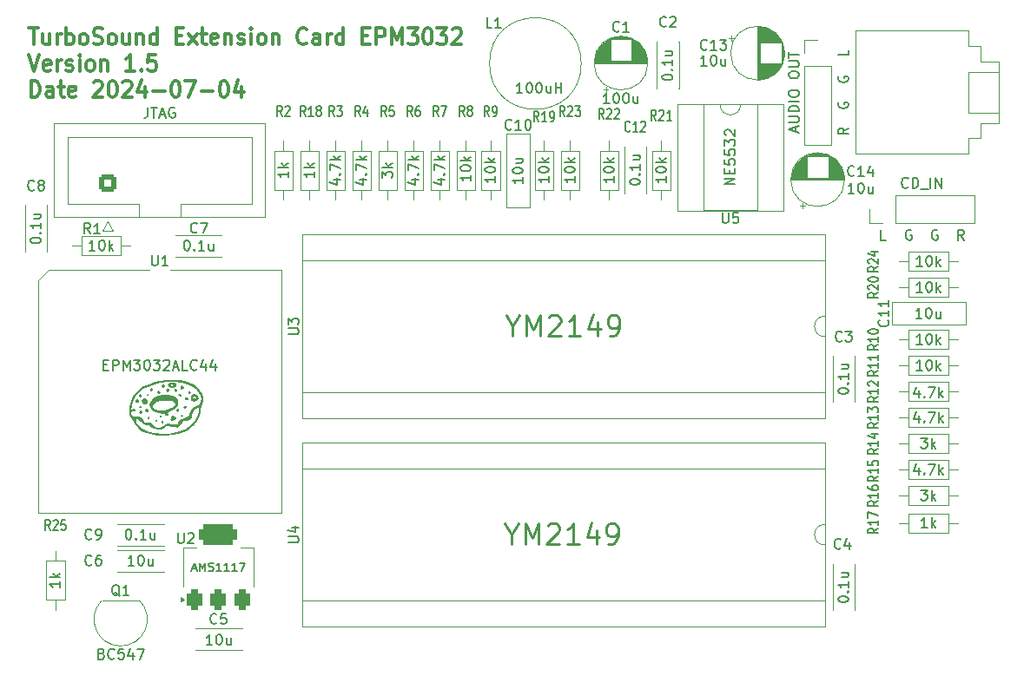
<source format=gto>
%TF.GenerationSoftware,KiCad,Pcbnew,8.0.3*%
%TF.CreationDate,2024-07-04T14:48:40+07:00*%
%TF.ProjectId,TS_Ext_EPM3032,54535f45-7874-45f4-9550-4d333033322e,1.5*%
%TF.SameCoordinates,Original*%
%TF.FileFunction,Legend,Top*%
%TF.FilePolarity,Positive*%
%FSLAX46Y46*%
G04 Gerber Fmt 4.6, Leading zero omitted, Abs format (unit mm)*
G04 Created by KiCad (PCBNEW 8.0.3) date 2024-07-04 14:48:40*
%MOMM*%
%LPD*%
G01*
G04 APERTURE LIST*
G04 Aperture macros list*
%AMRoundRect*
0 Rectangle with rounded corners*
0 $1 Rounding radius*
0 $2 $3 $4 $5 $6 $7 $8 $9 X,Y pos of 4 corners*
0 Add a 4 corners polygon primitive as box body*
4,1,4,$2,$3,$4,$5,$6,$7,$8,$9,$2,$3,0*
0 Add four circle primitives for the rounded corners*
1,1,$1+$1,$2,$3*
1,1,$1+$1,$4,$5*
1,1,$1+$1,$6,$7*
1,1,$1+$1,$8,$9*
0 Add four rect primitives between the rounded corners*
20,1,$1+$1,$2,$3,$4,$5,0*
20,1,$1+$1,$4,$5,$6,$7,0*
20,1,$1+$1,$6,$7,$8,$9,0*
20,1,$1+$1,$8,$9,$2,$3,0*%
G04 Aperture macros list end*
%ADD10C,0.150000*%
%ADD11C,0.300000*%
%ADD12C,0.250000*%
%ADD13C,0.120000*%
%ADD14C,0.000000*%
%ADD15R,1.600000X1.600000*%
%ADD16C,1.600000*%
%ADD17R,1.050000X1.500000*%
%ADD18O,1.050000X1.500000*%
%ADD19C,1.400000*%
%ADD20O,1.400000X1.400000*%
%ADD21O,1.600000X1.600000*%
%ADD22R,1.600000X8.000000*%
%ADD23R,1.422400X1.422400*%
%ADD24C,1.422400*%
%ADD25C,1.200000*%
%ADD26O,2.200000X1.200000*%
%ADD27O,2.300000X1.600000*%
%ADD28O,1.200000X2.200000*%
%ADD29O,2.500000X1.600000*%
%ADD30RoundRect,0.250000X0.600000X-0.600000X0.600000X0.600000X-0.600000X0.600000X-0.600000X-0.600000X0*%
%ADD31C,1.700000*%
%ADD32C,2.600000*%
%ADD33R,1.700000X1.700000*%
%ADD34O,1.700000X1.700000*%
%ADD35RoundRect,0.375000X0.375000X-0.625000X0.375000X0.625000X-0.375000X0.625000X-0.375000X-0.625000X0*%
%ADD36RoundRect,0.500000X1.400000X-0.500000X1.400000X0.500000X-1.400000X0.500000X-1.400000X-0.500000X0*%
G04 APERTURE END LIST*
D10*
X109039819Y-36520476D02*
X108563628Y-36853809D01*
X109039819Y-37091904D02*
X108039819Y-37091904D01*
X108039819Y-37091904D02*
X108039819Y-36710952D01*
X108039819Y-36710952D02*
X108087438Y-36615714D01*
X108087438Y-36615714D02*
X108135057Y-36568095D01*
X108135057Y-36568095D02*
X108230295Y-36520476D01*
X108230295Y-36520476D02*
X108373152Y-36520476D01*
X108373152Y-36520476D02*
X108468390Y-36568095D01*
X108468390Y-36568095D02*
X108516009Y-36615714D01*
X108516009Y-36615714D02*
X108563628Y-36710952D01*
X108563628Y-36710952D02*
X108563628Y-37091904D01*
X108087438Y-34028095D02*
X108039819Y-34123333D01*
X108039819Y-34123333D02*
X108039819Y-34266190D01*
X108039819Y-34266190D02*
X108087438Y-34409047D01*
X108087438Y-34409047D02*
X108182676Y-34504285D01*
X108182676Y-34504285D02*
X108277914Y-34551904D01*
X108277914Y-34551904D02*
X108468390Y-34599523D01*
X108468390Y-34599523D02*
X108611247Y-34599523D01*
X108611247Y-34599523D02*
X108801723Y-34551904D01*
X108801723Y-34551904D02*
X108896961Y-34504285D01*
X108896961Y-34504285D02*
X108992200Y-34409047D01*
X108992200Y-34409047D02*
X109039819Y-34266190D01*
X109039819Y-34266190D02*
X109039819Y-34170952D01*
X109039819Y-34170952D02*
X108992200Y-34028095D01*
X108992200Y-34028095D02*
X108944580Y-33980476D01*
X108944580Y-33980476D02*
X108611247Y-33980476D01*
X108611247Y-33980476D02*
X108611247Y-34170952D01*
X120314523Y-47444819D02*
X119981190Y-46968628D01*
X119743095Y-47444819D02*
X119743095Y-46444819D01*
X119743095Y-46444819D02*
X120124047Y-46444819D01*
X120124047Y-46444819D02*
X120219285Y-46492438D01*
X120219285Y-46492438D02*
X120266904Y-46540057D01*
X120266904Y-46540057D02*
X120314523Y-46635295D01*
X120314523Y-46635295D02*
X120314523Y-46778152D01*
X120314523Y-46778152D02*
X120266904Y-46873390D01*
X120266904Y-46873390D02*
X120219285Y-46921009D01*
X120219285Y-46921009D02*
X120124047Y-46968628D01*
X120124047Y-46968628D02*
X119743095Y-46968628D01*
X117726904Y-46492438D02*
X117631666Y-46444819D01*
X117631666Y-46444819D02*
X117488809Y-46444819D01*
X117488809Y-46444819D02*
X117345952Y-46492438D01*
X117345952Y-46492438D02*
X117250714Y-46587676D01*
X117250714Y-46587676D02*
X117203095Y-46682914D01*
X117203095Y-46682914D02*
X117155476Y-46873390D01*
X117155476Y-46873390D02*
X117155476Y-47016247D01*
X117155476Y-47016247D02*
X117203095Y-47206723D01*
X117203095Y-47206723D02*
X117250714Y-47301961D01*
X117250714Y-47301961D02*
X117345952Y-47397200D01*
X117345952Y-47397200D02*
X117488809Y-47444819D01*
X117488809Y-47444819D02*
X117584047Y-47444819D01*
X117584047Y-47444819D02*
X117726904Y-47397200D01*
X117726904Y-47397200D02*
X117774523Y-47349580D01*
X117774523Y-47349580D02*
X117774523Y-47016247D01*
X117774523Y-47016247D02*
X117584047Y-47016247D01*
X112694523Y-47444819D02*
X112218333Y-47444819D01*
X112218333Y-47444819D02*
X112218333Y-46444819D01*
D11*
X29169225Y-26774680D02*
X30026368Y-26774680D01*
X29597796Y-28374680D02*
X29597796Y-26774680D01*
X31169225Y-27308013D02*
X31169225Y-28374680D01*
X30526367Y-27308013D02*
X30526367Y-28146109D01*
X30526367Y-28146109D02*
X30597796Y-28298490D01*
X30597796Y-28298490D02*
X30740653Y-28374680D01*
X30740653Y-28374680D02*
X30954939Y-28374680D01*
X30954939Y-28374680D02*
X31097796Y-28298490D01*
X31097796Y-28298490D02*
X31169225Y-28222299D01*
X31883510Y-28374680D02*
X31883510Y-27308013D01*
X31883510Y-27612775D02*
X31954939Y-27460394D01*
X31954939Y-27460394D02*
X32026368Y-27384204D01*
X32026368Y-27384204D02*
X32169225Y-27308013D01*
X32169225Y-27308013D02*
X32312082Y-27308013D01*
X32812081Y-28374680D02*
X32812081Y-26774680D01*
X32812081Y-27384204D02*
X32954939Y-27308013D01*
X32954939Y-27308013D02*
X33240653Y-27308013D01*
X33240653Y-27308013D02*
X33383510Y-27384204D01*
X33383510Y-27384204D02*
X33454939Y-27460394D01*
X33454939Y-27460394D02*
X33526367Y-27612775D01*
X33526367Y-27612775D02*
X33526367Y-28069918D01*
X33526367Y-28069918D02*
X33454939Y-28222299D01*
X33454939Y-28222299D02*
X33383510Y-28298490D01*
X33383510Y-28298490D02*
X33240653Y-28374680D01*
X33240653Y-28374680D02*
X32954939Y-28374680D01*
X32954939Y-28374680D02*
X32812081Y-28298490D01*
X34383510Y-28374680D02*
X34240653Y-28298490D01*
X34240653Y-28298490D02*
X34169224Y-28222299D01*
X34169224Y-28222299D02*
X34097796Y-28069918D01*
X34097796Y-28069918D02*
X34097796Y-27612775D01*
X34097796Y-27612775D02*
X34169224Y-27460394D01*
X34169224Y-27460394D02*
X34240653Y-27384204D01*
X34240653Y-27384204D02*
X34383510Y-27308013D01*
X34383510Y-27308013D02*
X34597796Y-27308013D01*
X34597796Y-27308013D02*
X34740653Y-27384204D01*
X34740653Y-27384204D02*
X34812082Y-27460394D01*
X34812082Y-27460394D02*
X34883510Y-27612775D01*
X34883510Y-27612775D02*
X34883510Y-28069918D01*
X34883510Y-28069918D02*
X34812082Y-28222299D01*
X34812082Y-28222299D02*
X34740653Y-28298490D01*
X34740653Y-28298490D02*
X34597796Y-28374680D01*
X34597796Y-28374680D02*
X34383510Y-28374680D01*
X35454939Y-28298490D02*
X35669225Y-28374680D01*
X35669225Y-28374680D02*
X36026367Y-28374680D01*
X36026367Y-28374680D02*
X36169225Y-28298490D01*
X36169225Y-28298490D02*
X36240653Y-28222299D01*
X36240653Y-28222299D02*
X36312082Y-28069918D01*
X36312082Y-28069918D02*
X36312082Y-27917537D01*
X36312082Y-27917537D02*
X36240653Y-27765156D01*
X36240653Y-27765156D02*
X36169225Y-27688966D01*
X36169225Y-27688966D02*
X36026367Y-27612775D01*
X36026367Y-27612775D02*
X35740653Y-27536585D01*
X35740653Y-27536585D02*
X35597796Y-27460394D01*
X35597796Y-27460394D02*
X35526367Y-27384204D01*
X35526367Y-27384204D02*
X35454939Y-27231823D01*
X35454939Y-27231823D02*
X35454939Y-27079442D01*
X35454939Y-27079442D02*
X35526367Y-26927061D01*
X35526367Y-26927061D02*
X35597796Y-26850870D01*
X35597796Y-26850870D02*
X35740653Y-26774680D01*
X35740653Y-26774680D02*
X36097796Y-26774680D01*
X36097796Y-26774680D02*
X36312082Y-26850870D01*
X37169224Y-28374680D02*
X37026367Y-28298490D01*
X37026367Y-28298490D02*
X36954938Y-28222299D01*
X36954938Y-28222299D02*
X36883510Y-28069918D01*
X36883510Y-28069918D02*
X36883510Y-27612775D01*
X36883510Y-27612775D02*
X36954938Y-27460394D01*
X36954938Y-27460394D02*
X37026367Y-27384204D01*
X37026367Y-27384204D02*
X37169224Y-27308013D01*
X37169224Y-27308013D02*
X37383510Y-27308013D01*
X37383510Y-27308013D02*
X37526367Y-27384204D01*
X37526367Y-27384204D02*
X37597796Y-27460394D01*
X37597796Y-27460394D02*
X37669224Y-27612775D01*
X37669224Y-27612775D02*
X37669224Y-28069918D01*
X37669224Y-28069918D02*
X37597796Y-28222299D01*
X37597796Y-28222299D02*
X37526367Y-28298490D01*
X37526367Y-28298490D02*
X37383510Y-28374680D01*
X37383510Y-28374680D02*
X37169224Y-28374680D01*
X38954939Y-27308013D02*
X38954939Y-28374680D01*
X38312081Y-27308013D02*
X38312081Y-28146109D01*
X38312081Y-28146109D02*
X38383510Y-28298490D01*
X38383510Y-28298490D02*
X38526367Y-28374680D01*
X38526367Y-28374680D02*
X38740653Y-28374680D01*
X38740653Y-28374680D02*
X38883510Y-28298490D01*
X38883510Y-28298490D02*
X38954939Y-28222299D01*
X39669224Y-27308013D02*
X39669224Y-28374680D01*
X39669224Y-27460394D02*
X39740653Y-27384204D01*
X39740653Y-27384204D02*
X39883510Y-27308013D01*
X39883510Y-27308013D02*
X40097796Y-27308013D01*
X40097796Y-27308013D02*
X40240653Y-27384204D01*
X40240653Y-27384204D02*
X40312082Y-27536585D01*
X40312082Y-27536585D02*
X40312082Y-28374680D01*
X41669225Y-28374680D02*
X41669225Y-26774680D01*
X41669225Y-28298490D02*
X41526367Y-28374680D01*
X41526367Y-28374680D02*
X41240653Y-28374680D01*
X41240653Y-28374680D02*
X41097796Y-28298490D01*
X41097796Y-28298490D02*
X41026367Y-28222299D01*
X41026367Y-28222299D02*
X40954939Y-28069918D01*
X40954939Y-28069918D02*
X40954939Y-27612775D01*
X40954939Y-27612775D02*
X41026367Y-27460394D01*
X41026367Y-27460394D02*
X41097796Y-27384204D01*
X41097796Y-27384204D02*
X41240653Y-27308013D01*
X41240653Y-27308013D02*
X41526367Y-27308013D01*
X41526367Y-27308013D02*
X41669225Y-27384204D01*
X43526367Y-27536585D02*
X44026367Y-27536585D01*
X44240653Y-28374680D02*
X43526367Y-28374680D01*
X43526367Y-28374680D02*
X43526367Y-26774680D01*
X43526367Y-26774680D02*
X44240653Y-26774680D01*
X44740653Y-28374680D02*
X45526368Y-27308013D01*
X44740653Y-27308013D02*
X45526368Y-28374680D01*
X45883511Y-27308013D02*
X46454939Y-27308013D01*
X46097796Y-26774680D02*
X46097796Y-28146109D01*
X46097796Y-28146109D02*
X46169225Y-28298490D01*
X46169225Y-28298490D02*
X46312082Y-28374680D01*
X46312082Y-28374680D02*
X46454939Y-28374680D01*
X47526368Y-28298490D02*
X47383511Y-28374680D01*
X47383511Y-28374680D02*
X47097797Y-28374680D01*
X47097797Y-28374680D02*
X46954939Y-28298490D01*
X46954939Y-28298490D02*
X46883511Y-28146109D01*
X46883511Y-28146109D02*
X46883511Y-27536585D01*
X46883511Y-27536585D02*
X46954939Y-27384204D01*
X46954939Y-27384204D02*
X47097797Y-27308013D01*
X47097797Y-27308013D02*
X47383511Y-27308013D01*
X47383511Y-27308013D02*
X47526368Y-27384204D01*
X47526368Y-27384204D02*
X47597797Y-27536585D01*
X47597797Y-27536585D02*
X47597797Y-27688966D01*
X47597797Y-27688966D02*
X46883511Y-27841347D01*
X48240653Y-27308013D02*
X48240653Y-28374680D01*
X48240653Y-27460394D02*
X48312082Y-27384204D01*
X48312082Y-27384204D02*
X48454939Y-27308013D01*
X48454939Y-27308013D02*
X48669225Y-27308013D01*
X48669225Y-27308013D02*
X48812082Y-27384204D01*
X48812082Y-27384204D02*
X48883511Y-27536585D01*
X48883511Y-27536585D02*
X48883511Y-28374680D01*
X49526368Y-28298490D02*
X49669225Y-28374680D01*
X49669225Y-28374680D02*
X49954939Y-28374680D01*
X49954939Y-28374680D02*
X50097796Y-28298490D01*
X50097796Y-28298490D02*
X50169225Y-28146109D01*
X50169225Y-28146109D02*
X50169225Y-28069918D01*
X50169225Y-28069918D02*
X50097796Y-27917537D01*
X50097796Y-27917537D02*
X49954939Y-27841347D01*
X49954939Y-27841347D02*
X49740654Y-27841347D01*
X49740654Y-27841347D02*
X49597796Y-27765156D01*
X49597796Y-27765156D02*
X49526368Y-27612775D01*
X49526368Y-27612775D02*
X49526368Y-27536585D01*
X49526368Y-27536585D02*
X49597796Y-27384204D01*
X49597796Y-27384204D02*
X49740654Y-27308013D01*
X49740654Y-27308013D02*
X49954939Y-27308013D01*
X49954939Y-27308013D02*
X50097796Y-27384204D01*
X50812082Y-28374680D02*
X50812082Y-27308013D01*
X50812082Y-26774680D02*
X50740654Y-26850870D01*
X50740654Y-26850870D02*
X50812082Y-26927061D01*
X50812082Y-26927061D02*
X50883511Y-26850870D01*
X50883511Y-26850870D02*
X50812082Y-26774680D01*
X50812082Y-26774680D02*
X50812082Y-26927061D01*
X51740654Y-28374680D02*
X51597797Y-28298490D01*
X51597797Y-28298490D02*
X51526368Y-28222299D01*
X51526368Y-28222299D02*
X51454940Y-28069918D01*
X51454940Y-28069918D02*
X51454940Y-27612775D01*
X51454940Y-27612775D02*
X51526368Y-27460394D01*
X51526368Y-27460394D02*
X51597797Y-27384204D01*
X51597797Y-27384204D02*
X51740654Y-27308013D01*
X51740654Y-27308013D02*
X51954940Y-27308013D01*
X51954940Y-27308013D02*
X52097797Y-27384204D01*
X52097797Y-27384204D02*
X52169226Y-27460394D01*
X52169226Y-27460394D02*
X52240654Y-27612775D01*
X52240654Y-27612775D02*
X52240654Y-28069918D01*
X52240654Y-28069918D02*
X52169226Y-28222299D01*
X52169226Y-28222299D02*
X52097797Y-28298490D01*
X52097797Y-28298490D02*
X51954940Y-28374680D01*
X51954940Y-28374680D02*
X51740654Y-28374680D01*
X52883511Y-27308013D02*
X52883511Y-28374680D01*
X52883511Y-27460394D02*
X52954940Y-27384204D01*
X52954940Y-27384204D02*
X53097797Y-27308013D01*
X53097797Y-27308013D02*
X53312083Y-27308013D01*
X53312083Y-27308013D02*
X53454940Y-27384204D01*
X53454940Y-27384204D02*
X53526369Y-27536585D01*
X53526369Y-27536585D02*
X53526369Y-28374680D01*
X56240654Y-28222299D02*
X56169226Y-28298490D01*
X56169226Y-28298490D02*
X55954940Y-28374680D01*
X55954940Y-28374680D02*
X55812083Y-28374680D01*
X55812083Y-28374680D02*
X55597797Y-28298490D01*
X55597797Y-28298490D02*
X55454940Y-28146109D01*
X55454940Y-28146109D02*
X55383511Y-27993728D01*
X55383511Y-27993728D02*
X55312083Y-27688966D01*
X55312083Y-27688966D02*
X55312083Y-27460394D01*
X55312083Y-27460394D02*
X55383511Y-27155632D01*
X55383511Y-27155632D02*
X55454940Y-27003251D01*
X55454940Y-27003251D02*
X55597797Y-26850870D01*
X55597797Y-26850870D02*
X55812083Y-26774680D01*
X55812083Y-26774680D02*
X55954940Y-26774680D01*
X55954940Y-26774680D02*
X56169226Y-26850870D01*
X56169226Y-26850870D02*
X56240654Y-26927061D01*
X57526369Y-28374680D02*
X57526369Y-27536585D01*
X57526369Y-27536585D02*
X57454940Y-27384204D01*
X57454940Y-27384204D02*
X57312083Y-27308013D01*
X57312083Y-27308013D02*
X57026369Y-27308013D01*
X57026369Y-27308013D02*
X56883511Y-27384204D01*
X57526369Y-28298490D02*
X57383511Y-28374680D01*
X57383511Y-28374680D02*
X57026369Y-28374680D01*
X57026369Y-28374680D02*
X56883511Y-28298490D01*
X56883511Y-28298490D02*
X56812083Y-28146109D01*
X56812083Y-28146109D02*
X56812083Y-27993728D01*
X56812083Y-27993728D02*
X56883511Y-27841347D01*
X56883511Y-27841347D02*
X57026369Y-27765156D01*
X57026369Y-27765156D02*
X57383511Y-27765156D01*
X57383511Y-27765156D02*
X57526369Y-27688966D01*
X58240654Y-28374680D02*
X58240654Y-27308013D01*
X58240654Y-27612775D02*
X58312083Y-27460394D01*
X58312083Y-27460394D02*
X58383512Y-27384204D01*
X58383512Y-27384204D02*
X58526369Y-27308013D01*
X58526369Y-27308013D02*
X58669226Y-27308013D01*
X59812083Y-28374680D02*
X59812083Y-26774680D01*
X59812083Y-28298490D02*
X59669225Y-28374680D01*
X59669225Y-28374680D02*
X59383511Y-28374680D01*
X59383511Y-28374680D02*
X59240654Y-28298490D01*
X59240654Y-28298490D02*
X59169225Y-28222299D01*
X59169225Y-28222299D02*
X59097797Y-28069918D01*
X59097797Y-28069918D02*
X59097797Y-27612775D01*
X59097797Y-27612775D02*
X59169225Y-27460394D01*
X59169225Y-27460394D02*
X59240654Y-27384204D01*
X59240654Y-27384204D02*
X59383511Y-27308013D01*
X59383511Y-27308013D02*
X59669225Y-27308013D01*
X59669225Y-27308013D02*
X59812083Y-27384204D01*
X61669225Y-27536585D02*
X62169225Y-27536585D01*
X62383511Y-28374680D02*
X61669225Y-28374680D01*
X61669225Y-28374680D02*
X61669225Y-26774680D01*
X61669225Y-26774680D02*
X62383511Y-26774680D01*
X63026368Y-28374680D02*
X63026368Y-26774680D01*
X63026368Y-26774680D02*
X63597797Y-26774680D01*
X63597797Y-26774680D02*
X63740654Y-26850870D01*
X63740654Y-26850870D02*
X63812083Y-26927061D01*
X63812083Y-26927061D02*
X63883511Y-27079442D01*
X63883511Y-27079442D02*
X63883511Y-27308013D01*
X63883511Y-27308013D02*
X63812083Y-27460394D01*
X63812083Y-27460394D02*
X63740654Y-27536585D01*
X63740654Y-27536585D02*
X63597797Y-27612775D01*
X63597797Y-27612775D02*
X63026368Y-27612775D01*
X64526368Y-28374680D02*
X64526368Y-26774680D01*
X64526368Y-26774680D02*
X65026368Y-27917537D01*
X65026368Y-27917537D02*
X65526368Y-26774680D01*
X65526368Y-26774680D02*
X65526368Y-28374680D01*
X66097797Y-26774680D02*
X67026369Y-26774680D01*
X67026369Y-26774680D02*
X66526369Y-27384204D01*
X66526369Y-27384204D02*
X66740654Y-27384204D01*
X66740654Y-27384204D02*
X66883512Y-27460394D01*
X66883512Y-27460394D02*
X66954940Y-27536585D01*
X66954940Y-27536585D02*
X67026369Y-27688966D01*
X67026369Y-27688966D02*
X67026369Y-28069918D01*
X67026369Y-28069918D02*
X66954940Y-28222299D01*
X66954940Y-28222299D02*
X66883512Y-28298490D01*
X66883512Y-28298490D02*
X66740654Y-28374680D01*
X66740654Y-28374680D02*
X66312083Y-28374680D01*
X66312083Y-28374680D02*
X66169226Y-28298490D01*
X66169226Y-28298490D02*
X66097797Y-28222299D01*
X67954940Y-26774680D02*
X68097797Y-26774680D01*
X68097797Y-26774680D02*
X68240654Y-26850870D01*
X68240654Y-26850870D02*
X68312083Y-26927061D01*
X68312083Y-26927061D02*
X68383511Y-27079442D01*
X68383511Y-27079442D02*
X68454940Y-27384204D01*
X68454940Y-27384204D02*
X68454940Y-27765156D01*
X68454940Y-27765156D02*
X68383511Y-28069918D01*
X68383511Y-28069918D02*
X68312083Y-28222299D01*
X68312083Y-28222299D02*
X68240654Y-28298490D01*
X68240654Y-28298490D02*
X68097797Y-28374680D01*
X68097797Y-28374680D02*
X67954940Y-28374680D01*
X67954940Y-28374680D02*
X67812083Y-28298490D01*
X67812083Y-28298490D02*
X67740654Y-28222299D01*
X67740654Y-28222299D02*
X67669225Y-28069918D01*
X67669225Y-28069918D02*
X67597797Y-27765156D01*
X67597797Y-27765156D02*
X67597797Y-27384204D01*
X67597797Y-27384204D02*
X67669225Y-27079442D01*
X67669225Y-27079442D02*
X67740654Y-26927061D01*
X67740654Y-26927061D02*
X67812083Y-26850870D01*
X67812083Y-26850870D02*
X67954940Y-26774680D01*
X68954939Y-26774680D02*
X69883511Y-26774680D01*
X69883511Y-26774680D02*
X69383511Y-27384204D01*
X69383511Y-27384204D02*
X69597796Y-27384204D01*
X69597796Y-27384204D02*
X69740654Y-27460394D01*
X69740654Y-27460394D02*
X69812082Y-27536585D01*
X69812082Y-27536585D02*
X69883511Y-27688966D01*
X69883511Y-27688966D02*
X69883511Y-28069918D01*
X69883511Y-28069918D02*
X69812082Y-28222299D01*
X69812082Y-28222299D02*
X69740654Y-28298490D01*
X69740654Y-28298490D02*
X69597796Y-28374680D01*
X69597796Y-28374680D02*
X69169225Y-28374680D01*
X69169225Y-28374680D02*
X69026368Y-28298490D01*
X69026368Y-28298490D02*
X68954939Y-28222299D01*
X70454939Y-26927061D02*
X70526367Y-26850870D01*
X70526367Y-26850870D02*
X70669225Y-26774680D01*
X70669225Y-26774680D02*
X71026367Y-26774680D01*
X71026367Y-26774680D02*
X71169225Y-26850870D01*
X71169225Y-26850870D02*
X71240653Y-26927061D01*
X71240653Y-26927061D02*
X71312082Y-27079442D01*
X71312082Y-27079442D02*
X71312082Y-27231823D01*
X71312082Y-27231823D02*
X71240653Y-27460394D01*
X71240653Y-27460394D02*
X70383510Y-28374680D01*
X70383510Y-28374680D02*
X71312082Y-28374680D01*
X29169225Y-29350590D02*
X29669225Y-30950590D01*
X29669225Y-30950590D02*
X30169225Y-29350590D01*
X31240653Y-30874400D02*
X31097796Y-30950590D01*
X31097796Y-30950590D02*
X30812082Y-30950590D01*
X30812082Y-30950590D02*
X30669224Y-30874400D01*
X30669224Y-30874400D02*
X30597796Y-30722019D01*
X30597796Y-30722019D02*
X30597796Y-30112495D01*
X30597796Y-30112495D02*
X30669224Y-29960114D01*
X30669224Y-29960114D02*
X30812082Y-29883923D01*
X30812082Y-29883923D02*
X31097796Y-29883923D01*
X31097796Y-29883923D02*
X31240653Y-29960114D01*
X31240653Y-29960114D02*
X31312082Y-30112495D01*
X31312082Y-30112495D02*
X31312082Y-30264876D01*
X31312082Y-30264876D02*
X30597796Y-30417257D01*
X31954938Y-30950590D02*
X31954938Y-29883923D01*
X31954938Y-30188685D02*
X32026367Y-30036304D01*
X32026367Y-30036304D02*
X32097796Y-29960114D01*
X32097796Y-29960114D02*
X32240653Y-29883923D01*
X32240653Y-29883923D02*
X32383510Y-29883923D01*
X32812081Y-30874400D02*
X32954938Y-30950590D01*
X32954938Y-30950590D02*
X33240652Y-30950590D01*
X33240652Y-30950590D02*
X33383509Y-30874400D01*
X33383509Y-30874400D02*
X33454938Y-30722019D01*
X33454938Y-30722019D02*
X33454938Y-30645828D01*
X33454938Y-30645828D02*
X33383509Y-30493447D01*
X33383509Y-30493447D02*
X33240652Y-30417257D01*
X33240652Y-30417257D02*
X33026367Y-30417257D01*
X33026367Y-30417257D02*
X32883509Y-30341066D01*
X32883509Y-30341066D02*
X32812081Y-30188685D01*
X32812081Y-30188685D02*
X32812081Y-30112495D01*
X32812081Y-30112495D02*
X32883509Y-29960114D01*
X32883509Y-29960114D02*
X33026367Y-29883923D01*
X33026367Y-29883923D02*
X33240652Y-29883923D01*
X33240652Y-29883923D02*
X33383509Y-29960114D01*
X34097795Y-30950590D02*
X34097795Y-29883923D01*
X34097795Y-29350590D02*
X34026367Y-29426780D01*
X34026367Y-29426780D02*
X34097795Y-29502971D01*
X34097795Y-29502971D02*
X34169224Y-29426780D01*
X34169224Y-29426780D02*
X34097795Y-29350590D01*
X34097795Y-29350590D02*
X34097795Y-29502971D01*
X35026367Y-30950590D02*
X34883510Y-30874400D01*
X34883510Y-30874400D02*
X34812081Y-30798209D01*
X34812081Y-30798209D02*
X34740653Y-30645828D01*
X34740653Y-30645828D02*
X34740653Y-30188685D01*
X34740653Y-30188685D02*
X34812081Y-30036304D01*
X34812081Y-30036304D02*
X34883510Y-29960114D01*
X34883510Y-29960114D02*
X35026367Y-29883923D01*
X35026367Y-29883923D02*
X35240653Y-29883923D01*
X35240653Y-29883923D02*
X35383510Y-29960114D01*
X35383510Y-29960114D02*
X35454939Y-30036304D01*
X35454939Y-30036304D02*
X35526367Y-30188685D01*
X35526367Y-30188685D02*
X35526367Y-30645828D01*
X35526367Y-30645828D02*
X35454939Y-30798209D01*
X35454939Y-30798209D02*
X35383510Y-30874400D01*
X35383510Y-30874400D02*
X35240653Y-30950590D01*
X35240653Y-30950590D02*
X35026367Y-30950590D01*
X36169224Y-29883923D02*
X36169224Y-30950590D01*
X36169224Y-30036304D02*
X36240653Y-29960114D01*
X36240653Y-29960114D02*
X36383510Y-29883923D01*
X36383510Y-29883923D02*
X36597796Y-29883923D01*
X36597796Y-29883923D02*
X36740653Y-29960114D01*
X36740653Y-29960114D02*
X36812082Y-30112495D01*
X36812082Y-30112495D02*
X36812082Y-30950590D01*
X39454939Y-30950590D02*
X38597796Y-30950590D01*
X39026367Y-30950590D02*
X39026367Y-29350590D01*
X39026367Y-29350590D02*
X38883510Y-29579161D01*
X38883510Y-29579161D02*
X38740653Y-29731542D01*
X38740653Y-29731542D02*
X38597796Y-29807733D01*
X40097795Y-30798209D02*
X40169224Y-30874400D01*
X40169224Y-30874400D02*
X40097795Y-30950590D01*
X40097795Y-30950590D02*
X40026367Y-30874400D01*
X40026367Y-30874400D02*
X40097795Y-30798209D01*
X40097795Y-30798209D02*
X40097795Y-30950590D01*
X41526367Y-29350590D02*
X40812081Y-29350590D01*
X40812081Y-29350590D02*
X40740653Y-30112495D01*
X40740653Y-30112495D02*
X40812081Y-30036304D01*
X40812081Y-30036304D02*
X40954939Y-29960114D01*
X40954939Y-29960114D02*
X41312081Y-29960114D01*
X41312081Y-29960114D02*
X41454939Y-30036304D01*
X41454939Y-30036304D02*
X41526367Y-30112495D01*
X41526367Y-30112495D02*
X41597796Y-30264876D01*
X41597796Y-30264876D02*
X41597796Y-30645828D01*
X41597796Y-30645828D02*
X41526367Y-30798209D01*
X41526367Y-30798209D02*
X41454939Y-30874400D01*
X41454939Y-30874400D02*
X41312081Y-30950590D01*
X41312081Y-30950590D02*
X40954939Y-30950590D01*
X40954939Y-30950590D02*
X40812081Y-30874400D01*
X40812081Y-30874400D02*
X40740653Y-30798209D01*
X29383510Y-33526500D02*
X29383510Y-31926500D01*
X29383510Y-31926500D02*
X29740653Y-31926500D01*
X29740653Y-31926500D02*
X29954939Y-32002690D01*
X29954939Y-32002690D02*
X30097796Y-32155071D01*
X30097796Y-32155071D02*
X30169225Y-32307452D01*
X30169225Y-32307452D02*
X30240653Y-32612214D01*
X30240653Y-32612214D02*
X30240653Y-32840786D01*
X30240653Y-32840786D02*
X30169225Y-33145548D01*
X30169225Y-33145548D02*
X30097796Y-33297929D01*
X30097796Y-33297929D02*
X29954939Y-33450310D01*
X29954939Y-33450310D02*
X29740653Y-33526500D01*
X29740653Y-33526500D02*
X29383510Y-33526500D01*
X31526368Y-33526500D02*
X31526368Y-32688405D01*
X31526368Y-32688405D02*
X31454939Y-32536024D01*
X31454939Y-32536024D02*
X31312082Y-32459833D01*
X31312082Y-32459833D02*
X31026368Y-32459833D01*
X31026368Y-32459833D02*
X30883510Y-32536024D01*
X31526368Y-33450310D02*
X31383510Y-33526500D01*
X31383510Y-33526500D02*
X31026368Y-33526500D01*
X31026368Y-33526500D02*
X30883510Y-33450310D01*
X30883510Y-33450310D02*
X30812082Y-33297929D01*
X30812082Y-33297929D02*
X30812082Y-33145548D01*
X30812082Y-33145548D02*
X30883510Y-32993167D01*
X30883510Y-32993167D02*
X31026368Y-32916976D01*
X31026368Y-32916976D02*
X31383510Y-32916976D01*
X31383510Y-32916976D02*
X31526368Y-32840786D01*
X32026368Y-32459833D02*
X32597796Y-32459833D01*
X32240653Y-31926500D02*
X32240653Y-33297929D01*
X32240653Y-33297929D02*
X32312082Y-33450310D01*
X32312082Y-33450310D02*
X32454939Y-33526500D01*
X32454939Y-33526500D02*
X32597796Y-33526500D01*
X33669225Y-33450310D02*
X33526368Y-33526500D01*
X33526368Y-33526500D02*
X33240654Y-33526500D01*
X33240654Y-33526500D02*
X33097796Y-33450310D01*
X33097796Y-33450310D02*
X33026368Y-33297929D01*
X33026368Y-33297929D02*
X33026368Y-32688405D01*
X33026368Y-32688405D02*
X33097796Y-32536024D01*
X33097796Y-32536024D02*
X33240654Y-32459833D01*
X33240654Y-32459833D02*
X33526368Y-32459833D01*
X33526368Y-32459833D02*
X33669225Y-32536024D01*
X33669225Y-32536024D02*
X33740654Y-32688405D01*
X33740654Y-32688405D02*
X33740654Y-32840786D01*
X33740654Y-32840786D02*
X33026368Y-32993167D01*
X35454939Y-32078881D02*
X35526367Y-32002690D01*
X35526367Y-32002690D02*
X35669225Y-31926500D01*
X35669225Y-31926500D02*
X36026367Y-31926500D01*
X36026367Y-31926500D02*
X36169225Y-32002690D01*
X36169225Y-32002690D02*
X36240653Y-32078881D01*
X36240653Y-32078881D02*
X36312082Y-32231262D01*
X36312082Y-32231262D02*
X36312082Y-32383643D01*
X36312082Y-32383643D02*
X36240653Y-32612214D01*
X36240653Y-32612214D02*
X35383510Y-33526500D01*
X35383510Y-33526500D02*
X36312082Y-33526500D01*
X37240653Y-31926500D02*
X37383510Y-31926500D01*
X37383510Y-31926500D02*
X37526367Y-32002690D01*
X37526367Y-32002690D02*
X37597796Y-32078881D01*
X37597796Y-32078881D02*
X37669224Y-32231262D01*
X37669224Y-32231262D02*
X37740653Y-32536024D01*
X37740653Y-32536024D02*
X37740653Y-32916976D01*
X37740653Y-32916976D02*
X37669224Y-33221738D01*
X37669224Y-33221738D02*
X37597796Y-33374119D01*
X37597796Y-33374119D02*
X37526367Y-33450310D01*
X37526367Y-33450310D02*
X37383510Y-33526500D01*
X37383510Y-33526500D02*
X37240653Y-33526500D01*
X37240653Y-33526500D02*
X37097796Y-33450310D01*
X37097796Y-33450310D02*
X37026367Y-33374119D01*
X37026367Y-33374119D02*
X36954938Y-33221738D01*
X36954938Y-33221738D02*
X36883510Y-32916976D01*
X36883510Y-32916976D02*
X36883510Y-32536024D01*
X36883510Y-32536024D02*
X36954938Y-32231262D01*
X36954938Y-32231262D02*
X37026367Y-32078881D01*
X37026367Y-32078881D02*
X37097796Y-32002690D01*
X37097796Y-32002690D02*
X37240653Y-31926500D01*
X38312081Y-32078881D02*
X38383509Y-32002690D01*
X38383509Y-32002690D02*
X38526367Y-31926500D01*
X38526367Y-31926500D02*
X38883509Y-31926500D01*
X38883509Y-31926500D02*
X39026367Y-32002690D01*
X39026367Y-32002690D02*
X39097795Y-32078881D01*
X39097795Y-32078881D02*
X39169224Y-32231262D01*
X39169224Y-32231262D02*
X39169224Y-32383643D01*
X39169224Y-32383643D02*
X39097795Y-32612214D01*
X39097795Y-32612214D02*
X38240652Y-33526500D01*
X38240652Y-33526500D02*
X39169224Y-33526500D01*
X40454938Y-32459833D02*
X40454938Y-33526500D01*
X40097795Y-31850310D02*
X39740652Y-32993167D01*
X39740652Y-32993167D02*
X40669223Y-32993167D01*
X41240651Y-32916976D02*
X42383509Y-32916976D01*
X43383509Y-31926500D02*
X43526366Y-31926500D01*
X43526366Y-31926500D02*
X43669223Y-32002690D01*
X43669223Y-32002690D02*
X43740652Y-32078881D01*
X43740652Y-32078881D02*
X43812080Y-32231262D01*
X43812080Y-32231262D02*
X43883509Y-32536024D01*
X43883509Y-32536024D02*
X43883509Y-32916976D01*
X43883509Y-32916976D02*
X43812080Y-33221738D01*
X43812080Y-33221738D02*
X43740652Y-33374119D01*
X43740652Y-33374119D02*
X43669223Y-33450310D01*
X43669223Y-33450310D02*
X43526366Y-33526500D01*
X43526366Y-33526500D02*
X43383509Y-33526500D01*
X43383509Y-33526500D02*
X43240652Y-33450310D01*
X43240652Y-33450310D02*
X43169223Y-33374119D01*
X43169223Y-33374119D02*
X43097794Y-33221738D01*
X43097794Y-33221738D02*
X43026366Y-32916976D01*
X43026366Y-32916976D02*
X43026366Y-32536024D01*
X43026366Y-32536024D02*
X43097794Y-32231262D01*
X43097794Y-32231262D02*
X43169223Y-32078881D01*
X43169223Y-32078881D02*
X43240652Y-32002690D01*
X43240652Y-32002690D02*
X43383509Y-31926500D01*
X44383508Y-31926500D02*
X45383508Y-31926500D01*
X45383508Y-31926500D02*
X44740651Y-33526500D01*
X45954936Y-32916976D02*
X47097794Y-32916976D01*
X48097794Y-31926500D02*
X48240651Y-31926500D01*
X48240651Y-31926500D02*
X48383508Y-32002690D01*
X48383508Y-32002690D02*
X48454937Y-32078881D01*
X48454937Y-32078881D02*
X48526365Y-32231262D01*
X48526365Y-32231262D02*
X48597794Y-32536024D01*
X48597794Y-32536024D02*
X48597794Y-32916976D01*
X48597794Y-32916976D02*
X48526365Y-33221738D01*
X48526365Y-33221738D02*
X48454937Y-33374119D01*
X48454937Y-33374119D02*
X48383508Y-33450310D01*
X48383508Y-33450310D02*
X48240651Y-33526500D01*
X48240651Y-33526500D02*
X48097794Y-33526500D01*
X48097794Y-33526500D02*
X47954937Y-33450310D01*
X47954937Y-33450310D02*
X47883508Y-33374119D01*
X47883508Y-33374119D02*
X47812079Y-33221738D01*
X47812079Y-33221738D02*
X47740651Y-32916976D01*
X47740651Y-32916976D02*
X47740651Y-32536024D01*
X47740651Y-32536024D02*
X47812079Y-32231262D01*
X47812079Y-32231262D02*
X47883508Y-32078881D01*
X47883508Y-32078881D02*
X47954937Y-32002690D01*
X47954937Y-32002690D02*
X48097794Y-31926500D01*
X49883508Y-32459833D02*
X49883508Y-33526500D01*
X49526365Y-31850310D02*
X49169222Y-32993167D01*
X49169222Y-32993167D02*
X50097793Y-32993167D01*
D10*
X115186904Y-46492438D02*
X115091666Y-46444819D01*
X115091666Y-46444819D02*
X114948809Y-46444819D01*
X114948809Y-46444819D02*
X114805952Y-46492438D01*
X114805952Y-46492438D02*
X114710714Y-46587676D01*
X114710714Y-46587676D02*
X114663095Y-46682914D01*
X114663095Y-46682914D02*
X114615476Y-46873390D01*
X114615476Y-46873390D02*
X114615476Y-47016247D01*
X114615476Y-47016247D02*
X114663095Y-47206723D01*
X114663095Y-47206723D02*
X114710714Y-47301961D01*
X114710714Y-47301961D02*
X114805952Y-47397200D01*
X114805952Y-47397200D02*
X114948809Y-47444819D01*
X114948809Y-47444819D02*
X115044047Y-47444819D01*
X115044047Y-47444819D02*
X115186904Y-47397200D01*
X115186904Y-47397200D02*
X115234523Y-47349580D01*
X115234523Y-47349580D02*
X115234523Y-47016247D01*
X115234523Y-47016247D02*
X115044047Y-47016247D01*
X109039819Y-28900476D02*
X109039819Y-29376666D01*
X109039819Y-29376666D02*
X108039819Y-29376666D01*
X108087438Y-31488095D02*
X108039819Y-31583333D01*
X108039819Y-31583333D02*
X108039819Y-31726190D01*
X108039819Y-31726190D02*
X108087438Y-31869047D01*
X108087438Y-31869047D02*
X108182676Y-31964285D01*
X108182676Y-31964285D02*
X108277914Y-32011904D01*
X108277914Y-32011904D02*
X108468390Y-32059523D01*
X108468390Y-32059523D02*
X108611247Y-32059523D01*
X108611247Y-32059523D02*
X108801723Y-32011904D01*
X108801723Y-32011904D02*
X108896961Y-31964285D01*
X108896961Y-31964285D02*
X108992200Y-31869047D01*
X108992200Y-31869047D02*
X109039819Y-31726190D01*
X109039819Y-31726190D02*
X109039819Y-31630952D01*
X109039819Y-31630952D02*
X108992200Y-31488095D01*
X108992200Y-31488095D02*
X108944580Y-31440476D01*
X108944580Y-31440476D02*
X108611247Y-31440476D01*
X108611247Y-31440476D02*
X108611247Y-31630952D01*
X109593142Y-41126580D02*
X109545523Y-41174200D01*
X109545523Y-41174200D02*
X109402666Y-41221819D01*
X109402666Y-41221819D02*
X109307428Y-41221819D01*
X109307428Y-41221819D02*
X109164571Y-41174200D01*
X109164571Y-41174200D02*
X109069333Y-41078961D01*
X109069333Y-41078961D02*
X109021714Y-40983723D01*
X109021714Y-40983723D02*
X108974095Y-40793247D01*
X108974095Y-40793247D02*
X108974095Y-40650390D01*
X108974095Y-40650390D02*
X109021714Y-40459914D01*
X109021714Y-40459914D02*
X109069333Y-40364676D01*
X109069333Y-40364676D02*
X109164571Y-40269438D01*
X109164571Y-40269438D02*
X109307428Y-40221819D01*
X109307428Y-40221819D02*
X109402666Y-40221819D01*
X109402666Y-40221819D02*
X109545523Y-40269438D01*
X109545523Y-40269438D02*
X109593142Y-40317057D01*
X110545523Y-41221819D02*
X109974095Y-41221819D01*
X110259809Y-41221819D02*
X110259809Y-40221819D01*
X110259809Y-40221819D02*
X110164571Y-40364676D01*
X110164571Y-40364676D02*
X110069333Y-40459914D01*
X110069333Y-40459914D02*
X109974095Y-40507533D01*
X111402666Y-40555152D02*
X111402666Y-41221819D01*
X111164571Y-40174200D02*
X110926476Y-40888485D01*
X110926476Y-40888485D02*
X111545523Y-40888485D01*
X109593142Y-42872819D02*
X109021714Y-42872819D01*
X109307428Y-42872819D02*
X109307428Y-41872819D01*
X109307428Y-41872819D02*
X109212190Y-42015676D01*
X109212190Y-42015676D02*
X109116952Y-42110914D01*
X109116952Y-42110914D02*
X109021714Y-42158533D01*
X110212190Y-41872819D02*
X110307428Y-41872819D01*
X110307428Y-41872819D02*
X110402666Y-41920438D01*
X110402666Y-41920438D02*
X110450285Y-41968057D01*
X110450285Y-41968057D02*
X110497904Y-42063295D01*
X110497904Y-42063295D02*
X110545523Y-42253771D01*
X110545523Y-42253771D02*
X110545523Y-42491866D01*
X110545523Y-42491866D02*
X110497904Y-42682342D01*
X110497904Y-42682342D02*
X110450285Y-42777580D01*
X110450285Y-42777580D02*
X110402666Y-42825200D01*
X110402666Y-42825200D02*
X110307428Y-42872819D01*
X110307428Y-42872819D02*
X110212190Y-42872819D01*
X110212190Y-42872819D02*
X110116952Y-42825200D01*
X110116952Y-42825200D02*
X110069333Y-42777580D01*
X110069333Y-42777580D02*
X110021714Y-42682342D01*
X110021714Y-42682342D02*
X109974095Y-42491866D01*
X109974095Y-42491866D02*
X109974095Y-42253771D01*
X109974095Y-42253771D02*
X110021714Y-42063295D01*
X110021714Y-42063295D02*
X110069333Y-41968057D01*
X110069333Y-41968057D02*
X110116952Y-41920438D01*
X110116952Y-41920438D02*
X110212190Y-41872819D01*
X111402666Y-42206152D02*
X111402666Y-42872819D01*
X110974095Y-42206152D02*
X110974095Y-42729961D01*
X110974095Y-42729961D02*
X111021714Y-42825200D01*
X111021714Y-42825200D02*
X111116952Y-42872819D01*
X111116952Y-42872819D02*
X111259809Y-42872819D01*
X111259809Y-42872819D02*
X111355047Y-42825200D01*
X111355047Y-42825200D02*
X111402666Y-42777580D01*
X95242142Y-28807580D02*
X95194523Y-28855200D01*
X95194523Y-28855200D02*
X95051666Y-28902819D01*
X95051666Y-28902819D02*
X94956428Y-28902819D01*
X94956428Y-28902819D02*
X94813571Y-28855200D01*
X94813571Y-28855200D02*
X94718333Y-28759961D01*
X94718333Y-28759961D02*
X94670714Y-28664723D01*
X94670714Y-28664723D02*
X94623095Y-28474247D01*
X94623095Y-28474247D02*
X94623095Y-28331390D01*
X94623095Y-28331390D02*
X94670714Y-28140914D01*
X94670714Y-28140914D02*
X94718333Y-28045676D01*
X94718333Y-28045676D02*
X94813571Y-27950438D01*
X94813571Y-27950438D02*
X94956428Y-27902819D01*
X94956428Y-27902819D02*
X95051666Y-27902819D01*
X95051666Y-27902819D02*
X95194523Y-27950438D01*
X95194523Y-27950438D02*
X95242142Y-27998057D01*
X96194523Y-28902819D02*
X95623095Y-28902819D01*
X95908809Y-28902819D02*
X95908809Y-27902819D01*
X95908809Y-27902819D02*
X95813571Y-28045676D01*
X95813571Y-28045676D02*
X95718333Y-28140914D01*
X95718333Y-28140914D02*
X95623095Y-28188533D01*
X96527857Y-27902819D02*
X97146904Y-27902819D01*
X97146904Y-27902819D02*
X96813571Y-28283771D01*
X96813571Y-28283771D02*
X96956428Y-28283771D01*
X96956428Y-28283771D02*
X97051666Y-28331390D01*
X97051666Y-28331390D02*
X97099285Y-28379009D01*
X97099285Y-28379009D02*
X97146904Y-28474247D01*
X97146904Y-28474247D02*
X97146904Y-28712342D01*
X97146904Y-28712342D02*
X97099285Y-28807580D01*
X97099285Y-28807580D02*
X97051666Y-28855200D01*
X97051666Y-28855200D02*
X96956428Y-28902819D01*
X96956428Y-28902819D02*
X96670714Y-28902819D01*
X96670714Y-28902819D02*
X96575476Y-28855200D01*
X96575476Y-28855200D02*
X96527857Y-28807580D01*
X95242142Y-30426819D02*
X94670714Y-30426819D01*
X94956428Y-30426819D02*
X94956428Y-29426819D01*
X94956428Y-29426819D02*
X94861190Y-29569676D01*
X94861190Y-29569676D02*
X94765952Y-29664914D01*
X94765952Y-29664914D02*
X94670714Y-29712533D01*
X95861190Y-29426819D02*
X95956428Y-29426819D01*
X95956428Y-29426819D02*
X96051666Y-29474438D01*
X96051666Y-29474438D02*
X96099285Y-29522057D01*
X96099285Y-29522057D02*
X96146904Y-29617295D01*
X96146904Y-29617295D02*
X96194523Y-29807771D01*
X96194523Y-29807771D02*
X96194523Y-30045866D01*
X96194523Y-30045866D02*
X96146904Y-30236342D01*
X96146904Y-30236342D02*
X96099285Y-30331580D01*
X96099285Y-30331580D02*
X96051666Y-30379200D01*
X96051666Y-30379200D02*
X95956428Y-30426819D01*
X95956428Y-30426819D02*
X95861190Y-30426819D01*
X95861190Y-30426819D02*
X95765952Y-30379200D01*
X95765952Y-30379200D02*
X95718333Y-30331580D01*
X95718333Y-30331580D02*
X95670714Y-30236342D01*
X95670714Y-30236342D02*
X95623095Y-30045866D01*
X95623095Y-30045866D02*
X95623095Y-29807771D01*
X95623095Y-29807771D02*
X95670714Y-29617295D01*
X95670714Y-29617295D02*
X95718333Y-29522057D01*
X95718333Y-29522057D02*
X95765952Y-29474438D01*
X95765952Y-29474438D02*
X95861190Y-29426819D01*
X97051666Y-29760152D02*
X97051666Y-30426819D01*
X96623095Y-29760152D02*
X96623095Y-30283961D01*
X96623095Y-30283961D02*
X96670714Y-30379200D01*
X96670714Y-30379200D02*
X96765952Y-30426819D01*
X96765952Y-30426819D02*
X96908809Y-30426819D01*
X96908809Y-30426819D02*
X97004047Y-30379200D01*
X97004047Y-30379200D02*
X97051666Y-30331580D01*
X108291333Y-77488580D02*
X108243714Y-77536200D01*
X108243714Y-77536200D02*
X108100857Y-77583819D01*
X108100857Y-77583819D02*
X108005619Y-77583819D01*
X108005619Y-77583819D02*
X107862762Y-77536200D01*
X107862762Y-77536200D02*
X107767524Y-77440961D01*
X107767524Y-77440961D02*
X107719905Y-77345723D01*
X107719905Y-77345723D02*
X107672286Y-77155247D01*
X107672286Y-77155247D02*
X107672286Y-77012390D01*
X107672286Y-77012390D02*
X107719905Y-76821914D01*
X107719905Y-76821914D02*
X107767524Y-76726676D01*
X107767524Y-76726676D02*
X107862762Y-76631438D01*
X107862762Y-76631438D02*
X108005619Y-76583819D01*
X108005619Y-76583819D02*
X108100857Y-76583819D01*
X108100857Y-76583819D02*
X108243714Y-76631438D01*
X108243714Y-76631438D02*
X108291333Y-76679057D01*
X109148476Y-76917152D02*
X109148476Y-77583819D01*
X108910381Y-76536200D02*
X108672286Y-77250485D01*
X108672286Y-77250485D02*
X109291333Y-77250485D01*
X108039819Y-82534285D02*
X108039819Y-82439047D01*
X108039819Y-82439047D02*
X108087438Y-82343809D01*
X108087438Y-82343809D02*
X108135057Y-82296190D01*
X108135057Y-82296190D02*
X108230295Y-82248571D01*
X108230295Y-82248571D02*
X108420771Y-82200952D01*
X108420771Y-82200952D02*
X108658866Y-82200952D01*
X108658866Y-82200952D02*
X108849342Y-82248571D01*
X108849342Y-82248571D02*
X108944580Y-82296190D01*
X108944580Y-82296190D02*
X108992200Y-82343809D01*
X108992200Y-82343809D02*
X109039819Y-82439047D01*
X109039819Y-82439047D02*
X109039819Y-82534285D01*
X109039819Y-82534285D02*
X108992200Y-82629523D01*
X108992200Y-82629523D02*
X108944580Y-82677142D01*
X108944580Y-82677142D02*
X108849342Y-82724761D01*
X108849342Y-82724761D02*
X108658866Y-82772380D01*
X108658866Y-82772380D02*
X108420771Y-82772380D01*
X108420771Y-82772380D02*
X108230295Y-82724761D01*
X108230295Y-82724761D02*
X108135057Y-82677142D01*
X108135057Y-82677142D02*
X108087438Y-82629523D01*
X108087438Y-82629523D02*
X108039819Y-82534285D01*
X108944580Y-81772380D02*
X108992200Y-81724761D01*
X108992200Y-81724761D02*
X109039819Y-81772380D01*
X109039819Y-81772380D02*
X108992200Y-81819999D01*
X108992200Y-81819999D02*
X108944580Y-81772380D01*
X108944580Y-81772380D02*
X109039819Y-81772380D01*
X109039819Y-80772381D02*
X109039819Y-81343809D01*
X109039819Y-81058095D02*
X108039819Y-81058095D01*
X108039819Y-81058095D02*
X108182676Y-81153333D01*
X108182676Y-81153333D02*
X108277914Y-81248571D01*
X108277914Y-81248571D02*
X108325533Y-81343809D01*
X108373152Y-79915238D02*
X109039819Y-79915238D01*
X108373152Y-80343809D02*
X108896961Y-80343809D01*
X108896961Y-80343809D02*
X108992200Y-80296190D01*
X108992200Y-80296190D02*
X109039819Y-80200952D01*
X109039819Y-80200952D02*
X109039819Y-80058095D01*
X109039819Y-80058095D02*
X108992200Y-79962857D01*
X108992200Y-79962857D02*
X108944580Y-79915238D01*
X38004761Y-82190057D02*
X37909523Y-82142438D01*
X37909523Y-82142438D02*
X37814285Y-82047200D01*
X37814285Y-82047200D02*
X37671428Y-81904342D01*
X37671428Y-81904342D02*
X37576190Y-81856723D01*
X37576190Y-81856723D02*
X37480952Y-81856723D01*
X37528571Y-82094819D02*
X37433333Y-82047200D01*
X37433333Y-82047200D02*
X37338095Y-81951961D01*
X37338095Y-81951961D02*
X37290476Y-81761485D01*
X37290476Y-81761485D02*
X37290476Y-81428152D01*
X37290476Y-81428152D02*
X37338095Y-81237676D01*
X37338095Y-81237676D02*
X37433333Y-81142438D01*
X37433333Y-81142438D02*
X37528571Y-81094819D01*
X37528571Y-81094819D02*
X37719047Y-81094819D01*
X37719047Y-81094819D02*
X37814285Y-81142438D01*
X37814285Y-81142438D02*
X37909523Y-81237676D01*
X37909523Y-81237676D02*
X37957142Y-81428152D01*
X37957142Y-81428152D02*
X37957142Y-81761485D01*
X37957142Y-81761485D02*
X37909523Y-81951961D01*
X37909523Y-81951961D02*
X37814285Y-82047200D01*
X37814285Y-82047200D02*
X37719047Y-82094819D01*
X37719047Y-82094819D02*
X37528571Y-82094819D01*
X38909523Y-82094819D02*
X38338095Y-82094819D01*
X38623809Y-82094819D02*
X38623809Y-81094819D01*
X38623809Y-81094819D02*
X38528571Y-81237676D01*
X38528571Y-81237676D02*
X38433333Y-81332914D01*
X38433333Y-81332914D02*
X38338095Y-81380533D01*
X36242857Y-87815009D02*
X36385714Y-87862628D01*
X36385714Y-87862628D02*
X36433333Y-87910247D01*
X36433333Y-87910247D02*
X36480952Y-88005485D01*
X36480952Y-88005485D02*
X36480952Y-88148342D01*
X36480952Y-88148342D02*
X36433333Y-88243580D01*
X36433333Y-88243580D02*
X36385714Y-88291200D01*
X36385714Y-88291200D02*
X36290476Y-88338819D01*
X36290476Y-88338819D02*
X35909524Y-88338819D01*
X35909524Y-88338819D02*
X35909524Y-87338819D01*
X35909524Y-87338819D02*
X36242857Y-87338819D01*
X36242857Y-87338819D02*
X36338095Y-87386438D01*
X36338095Y-87386438D02*
X36385714Y-87434057D01*
X36385714Y-87434057D02*
X36433333Y-87529295D01*
X36433333Y-87529295D02*
X36433333Y-87624533D01*
X36433333Y-87624533D02*
X36385714Y-87719771D01*
X36385714Y-87719771D02*
X36338095Y-87767390D01*
X36338095Y-87767390D02*
X36242857Y-87815009D01*
X36242857Y-87815009D02*
X35909524Y-87815009D01*
X37480952Y-88243580D02*
X37433333Y-88291200D01*
X37433333Y-88291200D02*
X37290476Y-88338819D01*
X37290476Y-88338819D02*
X37195238Y-88338819D01*
X37195238Y-88338819D02*
X37052381Y-88291200D01*
X37052381Y-88291200D02*
X36957143Y-88195961D01*
X36957143Y-88195961D02*
X36909524Y-88100723D01*
X36909524Y-88100723D02*
X36861905Y-87910247D01*
X36861905Y-87910247D02*
X36861905Y-87767390D01*
X36861905Y-87767390D02*
X36909524Y-87576914D01*
X36909524Y-87576914D02*
X36957143Y-87481676D01*
X36957143Y-87481676D02*
X37052381Y-87386438D01*
X37052381Y-87386438D02*
X37195238Y-87338819D01*
X37195238Y-87338819D02*
X37290476Y-87338819D01*
X37290476Y-87338819D02*
X37433333Y-87386438D01*
X37433333Y-87386438D02*
X37480952Y-87434057D01*
X38385714Y-87338819D02*
X37909524Y-87338819D01*
X37909524Y-87338819D02*
X37861905Y-87815009D01*
X37861905Y-87815009D02*
X37909524Y-87767390D01*
X37909524Y-87767390D02*
X38004762Y-87719771D01*
X38004762Y-87719771D02*
X38242857Y-87719771D01*
X38242857Y-87719771D02*
X38338095Y-87767390D01*
X38338095Y-87767390D02*
X38385714Y-87815009D01*
X38385714Y-87815009D02*
X38433333Y-87910247D01*
X38433333Y-87910247D02*
X38433333Y-88148342D01*
X38433333Y-88148342D02*
X38385714Y-88243580D01*
X38385714Y-88243580D02*
X38338095Y-88291200D01*
X38338095Y-88291200D02*
X38242857Y-88338819D01*
X38242857Y-88338819D02*
X38004762Y-88338819D01*
X38004762Y-88338819D02*
X37909524Y-88291200D01*
X37909524Y-88291200D02*
X37861905Y-88243580D01*
X39290476Y-87672152D02*
X39290476Y-88338819D01*
X39052381Y-87291200D02*
X38814286Y-88005485D01*
X38814286Y-88005485D02*
X39433333Y-88005485D01*
X39719048Y-87338819D02*
X40385714Y-87338819D01*
X40385714Y-87338819D02*
X39957143Y-88338819D01*
X90290714Y-35760819D02*
X90024047Y-35284628D01*
X89833571Y-35760819D02*
X89833571Y-34760819D01*
X89833571Y-34760819D02*
X90138333Y-34760819D01*
X90138333Y-34760819D02*
X90214523Y-34808438D01*
X90214523Y-34808438D02*
X90252618Y-34856057D01*
X90252618Y-34856057D02*
X90290714Y-34951295D01*
X90290714Y-34951295D02*
X90290714Y-35094152D01*
X90290714Y-35094152D02*
X90252618Y-35189390D01*
X90252618Y-35189390D02*
X90214523Y-35237009D01*
X90214523Y-35237009D02*
X90138333Y-35284628D01*
X90138333Y-35284628D02*
X89833571Y-35284628D01*
X90595475Y-34856057D02*
X90633571Y-34808438D01*
X90633571Y-34808438D02*
X90709761Y-34760819D01*
X90709761Y-34760819D02*
X90900237Y-34760819D01*
X90900237Y-34760819D02*
X90976428Y-34808438D01*
X90976428Y-34808438D02*
X91014523Y-34856057D01*
X91014523Y-34856057D02*
X91052618Y-34951295D01*
X91052618Y-34951295D02*
X91052618Y-35046533D01*
X91052618Y-35046533D02*
X91014523Y-35189390D01*
X91014523Y-35189390D02*
X90557380Y-35760819D01*
X90557380Y-35760819D02*
X91052618Y-35760819D01*
X91814523Y-35760819D02*
X91357380Y-35760819D01*
X91585952Y-35760819D02*
X91585952Y-34760819D01*
X91585952Y-34760819D02*
X91509761Y-34903676D01*
X91509761Y-34903676D02*
X91433571Y-34998914D01*
X91433571Y-34998914D02*
X91357380Y-35046533D01*
X91259819Y-41235238D02*
X91259819Y-41806666D01*
X91259819Y-41520952D02*
X90259819Y-41520952D01*
X90259819Y-41520952D02*
X90402676Y-41616190D01*
X90402676Y-41616190D02*
X90497914Y-41711428D01*
X90497914Y-41711428D02*
X90545533Y-41806666D01*
X90259819Y-40616190D02*
X90259819Y-40520952D01*
X90259819Y-40520952D02*
X90307438Y-40425714D01*
X90307438Y-40425714D02*
X90355057Y-40378095D01*
X90355057Y-40378095D02*
X90450295Y-40330476D01*
X90450295Y-40330476D02*
X90640771Y-40282857D01*
X90640771Y-40282857D02*
X90878866Y-40282857D01*
X90878866Y-40282857D02*
X91069342Y-40330476D01*
X91069342Y-40330476D02*
X91164580Y-40378095D01*
X91164580Y-40378095D02*
X91212200Y-40425714D01*
X91212200Y-40425714D02*
X91259819Y-40520952D01*
X91259819Y-40520952D02*
X91259819Y-40616190D01*
X91259819Y-40616190D02*
X91212200Y-40711428D01*
X91212200Y-40711428D02*
X91164580Y-40759047D01*
X91164580Y-40759047D02*
X91069342Y-40806666D01*
X91069342Y-40806666D02*
X90878866Y-40854285D01*
X90878866Y-40854285D02*
X90640771Y-40854285D01*
X90640771Y-40854285D02*
X90450295Y-40806666D01*
X90450295Y-40806666D02*
X90355057Y-40759047D01*
X90355057Y-40759047D02*
X90307438Y-40711428D01*
X90307438Y-40711428D02*
X90259819Y-40616190D01*
X91259819Y-39854285D02*
X90259819Y-39854285D01*
X90878866Y-39759047D02*
X91259819Y-39473333D01*
X90593152Y-39473333D02*
X90974104Y-39854285D01*
X54445819Y-76961904D02*
X55255342Y-76961904D01*
X55255342Y-76961904D02*
X55350580Y-76914285D01*
X55350580Y-76914285D02*
X55398200Y-76866666D01*
X55398200Y-76866666D02*
X55445819Y-76771428D01*
X55445819Y-76771428D02*
X55445819Y-76580952D01*
X55445819Y-76580952D02*
X55398200Y-76485714D01*
X55398200Y-76485714D02*
X55350580Y-76438095D01*
X55350580Y-76438095D02*
X55255342Y-76390476D01*
X55255342Y-76390476D02*
X54445819Y-76390476D01*
X54779152Y-75485714D02*
X55445819Y-75485714D01*
X54398200Y-75723809D02*
X55112485Y-75961904D01*
X55112485Y-75961904D02*
X55112485Y-75342857D01*
D12*
X76200618Y-76159857D02*
X76200618Y-77112238D01*
X75533952Y-75112238D02*
X76200618Y-76159857D01*
X76200618Y-76159857D02*
X76867285Y-75112238D01*
X77533952Y-77112238D02*
X77533952Y-75112238D01*
X77533952Y-75112238D02*
X78200619Y-76540809D01*
X78200619Y-76540809D02*
X78867285Y-75112238D01*
X78867285Y-75112238D02*
X78867285Y-77112238D01*
X79724428Y-75302714D02*
X79819666Y-75207476D01*
X79819666Y-75207476D02*
X80010142Y-75112238D01*
X80010142Y-75112238D02*
X80486333Y-75112238D01*
X80486333Y-75112238D02*
X80676809Y-75207476D01*
X80676809Y-75207476D02*
X80772047Y-75302714D01*
X80772047Y-75302714D02*
X80867285Y-75493190D01*
X80867285Y-75493190D02*
X80867285Y-75683666D01*
X80867285Y-75683666D02*
X80772047Y-75969380D01*
X80772047Y-75969380D02*
X79629190Y-77112238D01*
X79629190Y-77112238D02*
X80867285Y-77112238D01*
X82772047Y-77112238D02*
X81629190Y-77112238D01*
X82200618Y-77112238D02*
X82200618Y-75112238D01*
X82200618Y-75112238D02*
X82010142Y-75397952D01*
X82010142Y-75397952D02*
X81819666Y-75588428D01*
X81819666Y-75588428D02*
X81629190Y-75683666D01*
X84486333Y-75778904D02*
X84486333Y-77112238D01*
X84010142Y-75017000D02*
X83533952Y-76445571D01*
X83533952Y-76445571D02*
X84772047Y-76445571D01*
X85629190Y-77112238D02*
X86010142Y-77112238D01*
X86010142Y-77112238D02*
X86200619Y-77017000D01*
X86200619Y-77017000D02*
X86295857Y-76921761D01*
X86295857Y-76921761D02*
X86486333Y-76636047D01*
X86486333Y-76636047D02*
X86581571Y-76255095D01*
X86581571Y-76255095D02*
X86581571Y-75493190D01*
X86581571Y-75493190D02*
X86486333Y-75302714D01*
X86486333Y-75302714D02*
X86391095Y-75207476D01*
X86391095Y-75207476D02*
X86200619Y-75112238D01*
X86200619Y-75112238D02*
X85819666Y-75112238D01*
X85819666Y-75112238D02*
X85629190Y-75207476D01*
X85629190Y-75207476D02*
X85533952Y-75302714D01*
X85533952Y-75302714D02*
X85438714Y-75493190D01*
X85438714Y-75493190D02*
X85438714Y-75969380D01*
X85438714Y-75969380D02*
X85533952Y-76159857D01*
X85533952Y-76159857D02*
X85629190Y-76255095D01*
X85629190Y-76255095D02*
X85819666Y-76350333D01*
X85819666Y-76350333D02*
X86200619Y-76350333D01*
X86200619Y-76350333D02*
X86391095Y-76255095D01*
X86391095Y-76255095D02*
X86486333Y-76159857D01*
X86486333Y-76159857D02*
X86581571Y-75969380D01*
D10*
X53841667Y-35379819D02*
X53575000Y-34903628D01*
X53384524Y-35379819D02*
X53384524Y-34379819D01*
X53384524Y-34379819D02*
X53689286Y-34379819D01*
X53689286Y-34379819D02*
X53765476Y-34427438D01*
X53765476Y-34427438D02*
X53803571Y-34475057D01*
X53803571Y-34475057D02*
X53841667Y-34570295D01*
X53841667Y-34570295D02*
X53841667Y-34713152D01*
X53841667Y-34713152D02*
X53803571Y-34808390D01*
X53803571Y-34808390D02*
X53765476Y-34856009D01*
X53765476Y-34856009D02*
X53689286Y-34903628D01*
X53689286Y-34903628D02*
X53384524Y-34903628D01*
X54146428Y-34475057D02*
X54184524Y-34427438D01*
X54184524Y-34427438D02*
X54260714Y-34379819D01*
X54260714Y-34379819D02*
X54451190Y-34379819D01*
X54451190Y-34379819D02*
X54527381Y-34427438D01*
X54527381Y-34427438D02*
X54565476Y-34475057D01*
X54565476Y-34475057D02*
X54603571Y-34570295D01*
X54603571Y-34570295D02*
X54603571Y-34665533D01*
X54603571Y-34665533D02*
X54565476Y-34808390D01*
X54565476Y-34808390D02*
X54108333Y-35379819D01*
X54108333Y-35379819D02*
X54603571Y-35379819D01*
X54429819Y-40759047D02*
X54429819Y-41330475D01*
X54429819Y-41044761D02*
X53429819Y-41044761D01*
X53429819Y-41044761D02*
X53572676Y-41139999D01*
X53572676Y-41139999D02*
X53667914Y-41235237D01*
X53667914Y-41235237D02*
X53715533Y-41330475D01*
X54429819Y-40330475D02*
X53429819Y-40330475D01*
X54048866Y-40235237D02*
X54429819Y-39949523D01*
X53763152Y-39949523D02*
X54144104Y-40330475D01*
X111960819Y-72904285D02*
X111484628Y-73170952D01*
X111960819Y-73361428D02*
X110960819Y-73361428D01*
X110960819Y-73361428D02*
X110960819Y-73056666D01*
X110960819Y-73056666D02*
X111008438Y-72980476D01*
X111008438Y-72980476D02*
X111056057Y-72942381D01*
X111056057Y-72942381D02*
X111151295Y-72904285D01*
X111151295Y-72904285D02*
X111294152Y-72904285D01*
X111294152Y-72904285D02*
X111389390Y-72942381D01*
X111389390Y-72942381D02*
X111437009Y-72980476D01*
X111437009Y-72980476D02*
X111484628Y-73056666D01*
X111484628Y-73056666D02*
X111484628Y-73361428D01*
X111960819Y-72142381D02*
X111960819Y-72599524D01*
X111960819Y-72370952D02*
X110960819Y-72370952D01*
X110960819Y-72370952D02*
X111103676Y-72447143D01*
X111103676Y-72447143D02*
X111198914Y-72523333D01*
X111198914Y-72523333D02*
X111246533Y-72599524D01*
X110960819Y-71456666D02*
X110960819Y-71609047D01*
X110960819Y-71609047D02*
X111008438Y-71685238D01*
X111008438Y-71685238D02*
X111056057Y-71723333D01*
X111056057Y-71723333D02*
X111198914Y-71799523D01*
X111198914Y-71799523D02*
X111389390Y-71837619D01*
X111389390Y-71837619D02*
X111770342Y-71837619D01*
X111770342Y-71837619D02*
X111865580Y-71799523D01*
X111865580Y-71799523D02*
X111913200Y-71761428D01*
X111913200Y-71761428D02*
X111960819Y-71685238D01*
X111960819Y-71685238D02*
X111960819Y-71532857D01*
X111960819Y-71532857D02*
X111913200Y-71456666D01*
X111913200Y-71456666D02*
X111865580Y-71418571D01*
X111865580Y-71418571D02*
X111770342Y-71380476D01*
X111770342Y-71380476D02*
X111532247Y-71380476D01*
X111532247Y-71380476D02*
X111437009Y-71418571D01*
X111437009Y-71418571D02*
X111389390Y-71456666D01*
X111389390Y-71456666D02*
X111341771Y-71532857D01*
X111341771Y-71532857D02*
X111341771Y-71685238D01*
X111341771Y-71685238D02*
X111389390Y-71761428D01*
X111389390Y-71761428D02*
X111437009Y-71799523D01*
X111437009Y-71799523D02*
X111532247Y-71837619D01*
X116101905Y-71844819D02*
X116720952Y-71844819D01*
X116720952Y-71844819D02*
X116387619Y-72225771D01*
X116387619Y-72225771D02*
X116530476Y-72225771D01*
X116530476Y-72225771D02*
X116625714Y-72273390D01*
X116625714Y-72273390D02*
X116673333Y-72321009D01*
X116673333Y-72321009D02*
X116720952Y-72416247D01*
X116720952Y-72416247D02*
X116720952Y-72654342D01*
X116720952Y-72654342D02*
X116673333Y-72749580D01*
X116673333Y-72749580D02*
X116625714Y-72797200D01*
X116625714Y-72797200D02*
X116530476Y-72844819D01*
X116530476Y-72844819D02*
X116244762Y-72844819D01*
X116244762Y-72844819D02*
X116149524Y-72797200D01*
X116149524Y-72797200D02*
X116101905Y-72749580D01*
X117149524Y-72844819D02*
X117149524Y-71844819D01*
X117244762Y-72463866D02*
X117530476Y-72844819D01*
X117530476Y-72178152D02*
X117149524Y-72559104D01*
X41148095Y-48934819D02*
X41148095Y-49744342D01*
X41148095Y-49744342D02*
X41195714Y-49839580D01*
X41195714Y-49839580D02*
X41243333Y-49887200D01*
X41243333Y-49887200D02*
X41338571Y-49934819D01*
X41338571Y-49934819D02*
X41529047Y-49934819D01*
X41529047Y-49934819D02*
X41624285Y-49887200D01*
X41624285Y-49887200D02*
X41671904Y-49839580D01*
X41671904Y-49839580D02*
X41719523Y-49744342D01*
X41719523Y-49744342D02*
X41719523Y-48934819D01*
X42719523Y-49934819D02*
X42148095Y-49934819D01*
X42433809Y-49934819D02*
X42433809Y-48934819D01*
X42433809Y-48934819D02*
X42338571Y-49077676D01*
X42338571Y-49077676D02*
X42243333Y-49172914D01*
X42243333Y-49172914D02*
X42148095Y-49220533D01*
X36433809Y-59621009D02*
X36767142Y-59621009D01*
X36909999Y-60144819D02*
X36433809Y-60144819D01*
X36433809Y-60144819D02*
X36433809Y-59144819D01*
X36433809Y-59144819D02*
X36909999Y-59144819D01*
X37338571Y-60144819D02*
X37338571Y-59144819D01*
X37338571Y-59144819D02*
X37719523Y-59144819D01*
X37719523Y-59144819D02*
X37814761Y-59192438D01*
X37814761Y-59192438D02*
X37862380Y-59240057D01*
X37862380Y-59240057D02*
X37909999Y-59335295D01*
X37909999Y-59335295D02*
X37909999Y-59478152D01*
X37909999Y-59478152D02*
X37862380Y-59573390D01*
X37862380Y-59573390D02*
X37814761Y-59621009D01*
X37814761Y-59621009D02*
X37719523Y-59668628D01*
X37719523Y-59668628D02*
X37338571Y-59668628D01*
X38338571Y-60144819D02*
X38338571Y-59144819D01*
X38338571Y-59144819D02*
X38671904Y-59859104D01*
X38671904Y-59859104D02*
X39005237Y-59144819D01*
X39005237Y-59144819D02*
X39005237Y-60144819D01*
X39386190Y-59144819D02*
X40005237Y-59144819D01*
X40005237Y-59144819D02*
X39671904Y-59525771D01*
X39671904Y-59525771D02*
X39814761Y-59525771D01*
X39814761Y-59525771D02*
X39909999Y-59573390D01*
X39909999Y-59573390D02*
X39957618Y-59621009D01*
X39957618Y-59621009D02*
X40005237Y-59716247D01*
X40005237Y-59716247D02*
X40005237Y-59954342D01*
X40005237Y-59954342D02*
X39957618Y-60049580D01*
X39957618Y-60049580D02*
X39909999Y-60097200D01*
X39909999Y-60097200D02*
X39814761Y-60144819D01*
X39814761Y-60144819D02*
X39529047Y-60144819D01*
X39529047Y-60144819D02*
X39433809Y-60097200D01*
X39433809Y-60097200D02*
X39386190Y-60049580D01*
X40624285Y-59144819D02*
X40719523Y-59144819D01*
X40719523Y-59144819D02*
X40814761Y-59192438D01*
X40814761Y-59192438D02*
X40862380Y-59240057D01*
X40862380Y-59240057D02*
X40909999Y-59335295D01*
X40909999Y-59335295D02*
X40957618Y-59525771D01*
X40957618Y-59525771D02*
X40957618Y-59763866D01*
X40957618Y-59763866D02*
X40909999Y-59954342D01*
X40909999Y-59954342D02*
X40862380Y-60049580D01*
X40862380Y-60049580D02*
X40814761Y-60097200D01*
X40814761Y-60097200D02*
X40719523Y-60144819D01*
X40719523Y-60144819D02*
X40624285Y-60144819D01*
X40624285Y-60144819D02*
X40529047Y-60097200D01*
X40529047Y-60097200D02*
X40481428Y-60049580D01*
X40481428Y-60049580D02*
X40433809Y-59954342D01*
X40433809Y-59954342D02*
X40386190Y-59763866D01*
X40386190Y-59763866D02*
X40386190Y-59525771D01*
X40386190Y-59525771D02*
X40433809Y-59335295D01*
X40433809Y-59335295D02*
X40481428Y-59240057D01*
X40481428Y-59240057D02*
X40529047Y-59192438D01*
X40529047Y-59192438D02*
X40624285Y-59144819D01*
X41290952Y-59144819D02*
X41909999Y-59144819D01*
X41909999Y-59144819D02*
X41576666Y-59525771D01*
X41576666Y-59525771D02*
X41719523Y-59525771D01*
X41719523Y-59525771D02*
X41814761Y-59573390D01*
X41814761Y-59573390D02*
X41862380Y-59621009D01*
X41862380Y-59621009D02*
X41909999Y-59716247D01*
X41909999Y-59716247D02*
X41909999Y-59954342D01*
X41909999Y-59954342D02*
X41862380Y-60049580D01*
X41862380Y-60049580D02*
X41814761Y-60097200D01*
X41814761Y-60097200D02*
X41719523Y-60144819D01*
X41719523Y-60144819D02*
X41433809Y-60144819D01*
X41433809Y-60144819D02*
X41338571Y-60097200D01*
X41338571Y-60097200D02*
X41290952Y-60049580D01*
X42290952Y-59240057D02*
X42338571Y-59192438D01*
X42338571Y-59192438D02*
X42433809Y-59144819D01*
X42433809Y-59144819D02*
X42671904Y-59144819D01*
X42671904Y-59144819D02*
X42767142Y-59192438D01*
X42767142Y-59192438D02*
X42814761Y-59240057D01*
X42814761Y-59240057D02*
X42862380Y-59335295D01*
X42862380Y-59335295D02*
X42862380Y-59430533D01*
X42862380Y-59430533D02*
X42814761Y-59573390D01*
X42814761Y-59573390D02*
X42243333Y-60144819D01*
X42243333Y-60144819D02*
X42862380Y-60144819D01*
X43243333Y-59859104D02*
X43719523Y-59859104D01*
X43148095Y-60144819D02*
X43481428Y-59144819D01*
X43481428Y-59144819D02*
X43814761Y-60144819D01*
X44624285Y-60144819D02*
X44148095Y-60144819D01*
X44148095Y-60144819D02*
X44148095Y-59144819D01*
X45529047Y-60049580D02*
X45481428Y-60097200D01*
X45481428Y-60097200D02*
X45338571Y-60144819D01*
X45338571Y-60144819D02*
X45243333Y-60144819D01*
X45243333Y-60144819D02*
X45100476Y-60097200D01*
X45100476Y-60097200D02*
X45005238Y-60001961D01*
X45005238Y-60001961D02*
X44957619Y-59906723D01*
X44957619Y-59906723D02*
X44910000Y-59716247D01*
X44910000Y-59716247D02*
X44910000Y-59573390D01*
X44910000Y-59573390D02*
X44957619Y-59382914D01*
X44957619Y-59382914D02*
X45005238Y-59287676D01*
X45005238Y-59287676D02*
X45100476Y-59192438D01*
X45100476Y-59192438D02*
X45243333Y-59144819D01*
X45243333Y-59144819D02*
X45338571Y-59144819D01*
X45338571Y-59144819D02*
X45481428Y-59192438D01*
X45481428Y-59192438D02*
X45529047Y-59240057D01*
X46386190Y-59478152D02*
X46386190Y-60144819D01*
X46148095Y-59097200D02*
X45910000Y-59811485D01*
X45910000Y-59811485D02*
X46529047Y-59811485D01*
X47338571Y-59478152D02*
X47338571Y-60144819D01*
X47100476Y-59097200D02*
X46862381Y-59811485D01*
X46862381Y-59811485D02*
X47481428Y-59811485D01*
X85210714Y-35633819D02*
X84944047Y-35157628D01*
X84753571Y-35633819D02*
X84753571Y-34633819D01*
X84753571Y-34633819D02*
X85058333Y-34633819D01*
X85058333Y-34633819D02*
X85134523Y-34681438D01*
X85134523Y-34681438D02*
X85172618Y-34729057D01*
X85172618Y-34729057D02*
X85210714Y-34824295D01*
X85210714Y-34824295D02*
X85210714Y-34967152D01*
X85210714Y-34967152D02*
X85172618Y-35062390D01*
X85172618Y-35062390D02*
X85134523Y-35110009D01*
X85134523Y-35110009D02*
X85058333Y-35157628D01*
X85058333Y-35157628D02*
X84753571Y-35157628D01*
X85515475Y-34729057D02*
X85553571Y-34681438D01*
X85553571Y-34681438D02*
X85629761Y-34633819D01*
X85629761Y-34633819D02*
X85820237Y-34633819D01*
X85820237Y-34633819D02*
X85896428Y-34681438D01*
X85896428Y-34681438D02*
X85934523Y-34729057D01*
X85934523Y-34729057D02*
X85972618Y-34824295D01*
X85972618Y-34824295D02*
X85972618Y-34919533D01*
X85972618Y-34919533D02*
X85934523Y-35062390D01*
X85934523Y-35062390D02*
X85477380Y-35633819D01*
X85477380Y-35633819D02*
X85972618Y-35633819D01*
X86277380Y-34729057D02*
X86315476Y-34681438D01*
X86315476Y-34681438D02*
X86391666Y-34633819D01*
X86391666Y-34633819D02*
X86582142Y-34633819D01*
X86582142Y-34633819D02*
X86658333Y-34681438D01*
X86658333Y-34681438D02*
X86696428Y-34729057D01*
X86696428Y-34729057D02*
X86734523Y-34824295D01*
X86734523Y-34824295D02*
X86734523Y-34919533D01*
X86734523Y-34919533D02*
X86696428Y-35062390D01*
X86696428Y-35062390D02*
X86239285Y-35633819D01*
X86239285Y-35633819D02*
X86734523Y-35633819D01*
X86179819Y-41235238D02*
X86179819Y-41806666D01*
X86179819Y-41520952D02*
X85179819Y-41520952D01*
X85179819Y-41520952D02*
X85322676Y-41616190D01*
X85322676Y-41616190D02*
X85417914Y-41711428D01*
X85417914Y-41711428D02*
X85465533Y-41806666D01*
X85179819Y-40616190D02*
X85179819Y-40520952D01*
X85179819Y-40520952D02*
X85227438Y-40425714D01*
X85227438Y-40425714D02*
X85275057Y-40378095D01*
X85275057Y-40378095D02*
X85370295Y-40330476D01*
X85370295Y-40330476D02*
X85560771Y-40282857D01*
X85560771Y-40282857D02*
X85798866Y-40282857D01*
X85798866Y-40282857D02*
X85989342Y-40330476D01*
X85989342Y-40330476D02*
X86084580Y-40378095D01*
X86084580Y-40378095D02*
X86132200Y-40425714D01*
X86132200Y-40425714D02*
X86179819Y-40520952D01*
X86179819Y-40520952D02*
X86179819Y-40616190D01*
X86179819Y-40616190D02*
X86132200Y-40711428D01*
X86132200Y-40711428D02*
X86084580Y-40759047D01*
X86084580Y-40759047D02*
X85989342Y-40806666D01*
X85989342Y-40806666D02*
X85798866Y-40854285D01*
X85798866Y-40854285D02*
X85560771Y-40854285D01*
X85560771Y-40854285D02*
X85370295Y-40806666D01*
X85370295Y-40806666D02*
X85275057Y-40759047D01*
X85275057Y-40759047D02*
X85227438Y-40711428D01*
X85227438Y-40711428D02*
X85179819Y-40616190D01*
X86179819Y-39854285D02*
X85179819Y-39854285D01*
X85798866Y-39759047D02*
X86179819Y-39473333D01*
X85513152Y-39473333D02*
X85894104Y-39854285D01*
X29678333Y-42523580D02*
X29630714Y-42571200D01*
X29630714Y-42571200D02*
X29487857Y-42618819D01*
X29487857Y-42618819D02*
X29392619Y-42618819D01*
X29392619Y-42618819D02*
X29249762Y-42571200D01*
X29249762Y-42571200D02*
X29154524Y-42475961D01*
X29154524Y-42475961D02*
X29106905Y-42380723D01*
X29106905Y-42380723D02*
X29059286Y-42190247D01*
X29059286Y-42190247D02*
X29059286Y-42047390D01*
X29059286Y-42047390D02*
X29106905Y-41856914D01*
X29106905Y-41856914D02*
X29154524Y-41761676D01*
X29154524Y-41761676D02*
X29249762Y-41666438D01*
X29249762Y-41666438D02*
X29392619Y-41618819D01*
X29392619Y-41618819D02*
X29487857Y-41618819D01*
X29487857Y-41618819D02*
X29630714Y-41666438D01*
X29630714Y-41666438D02*
X29678333Y-41714057D01*
X30249762Y-42047390D02*
X30154524Y-41999771D01*
X30154524Y-41999771D02*
X30106905Y-41952152D01*
X30106905Y-41952152D02*
X30059286Y-41856914D01*
X30059286Y-41856914D02*
X30059286Y-41809295D01*
X30059286Y-41809295D02*
X30106905Y-41714057D01*
X30106905Y-41714057D02*
X30154524Y-41666438D01*
X30154524Y-41666438D02*
X30249762Y-41618819D01*
X30249762Y-41618819D02*
X30440238Y-41618819D01*
X30440238Y-41618819D02*
X30535476Y-41666438D01*
X30535476Y-41666438D02*
X30583095Y-41714057D01*
X30583095Y-41714057D02*
X30630714Y-41809295D01*
X30630714Y-41809295D02*
X30630714Y-41856914D01*
X30630714Y-41856914D02*
X30583095Y-41952152D01*
X30583095Y-41952152D02*
X30535476Y-41999771D01*
X30535476Y-41999771D02*
X30440238Y-42047390D01*
X30440238Y-42047390D02*
X30249762Y-42047390D01*
X30249762Y-42047390D02*
X30154524Y-42095009D01*
X30154524Y-42095009D02*
X30106905Y-42142628D01*
X30106905Y-42142628D02*
X30059286Y-42237866D01*
X30059286Y-42237866D02*
X30059286Y-42428342D01*
X30059286Y-42428342D02*
X30106905Y-42523580D01*
X30106905Y-42523580D02*
X30154524Y-42571200D01*
X30154524Y-42571200D02*
X30249762Y-42618819D01*
X30249762Y-42618819D02*
X30440238Y-42618819D01*
X30440238Y-42618819D02*
X30535476Y-42571200D01*
X30535476Y-42571200D02*
X30583095Y-42523580D01*
X30583095Y-42523580D02*
X30630714Y-42428342D01*
X30630714Y-42428342D02*
X30630714Y-42237866D01*
X30630714Y-42237866D02*
X30583095Y-42142628D01*
X30583095Y-42142628D02*
X30535476Y-42095009D01*
X30535476Y-42095009D02*
X30440238Y-42047390D01*
X29299819Y-47529285D02*
X29299819Y-47434047D01*
X29299819Y-47434047D02*
X29347438Y-47338809D01*
X29347438Y-47338809D02*
X29395057Y-47291190D01*
X29395057Y-47291190D02*
X29490295Y-47243571D01*
X29490295Y-47243571D02*
X29680771Y-47195952D01*
X29680771Y-47195952D02*
X29918866Y-47195952D01*
X29918866Y-47195952D02*
X30109342Y-47243571D01*
X30109342Y-47243571D02*
X30204580Y-47291190D01*
X30204580Y-47291190D02*
X30252200Y-47338809D01*
X30252200Y-47338809D02*
X30299819Y-47434047D01*
X30299819Y-47434047D02*
X30299819Y-47529285D01*
X30299819Y-47529285D02*
X30252200Y-47624523D01*
X30252200Y-47624523D02*
X30204580Y-47672142D01*
X30204580Y-47672142D02*
X30109342Y-47719761D01*
X30109342Y-47719761D02*
X29918866Y-47767380D01*
X29918866Y-47767380D02*
X29680771Y-47767380D01*
X29680771Y-47767380D02*
X29490295Y-47719761D01*
X29490295Y-47719761D02*
X29395057Y-47672142D01*
X29395057Y-47672142D02*
X29347438Y-47624523D01*
X29347438Y-47624523D02*
X29299819Y-47529285D01*
X30204580Y-46767380D02*
X30252200Y-46719761D01*
X30252200Y-46719761D02*
X30299819Y-46767380D01*
X30299819Y-46767380D02*
X30252200Y-46814999D01*
X30252200Y-46814999D02*
X30204580Y-46767380D01*
X30204580Y-46767380D02*
X30299819Y-46767380D01*
X30299819Y-45767381D02*
X30299819Y-46338809D01*
X30299819Y-46053095D02*
X29299819Y-46053095D01*
X29299819Y-46053095D02*
X29442676Y-46148333D01*
X29442676Y-46148333D02*
X29537914Y-46243571D01*
X29537914Y-46243571D02*
X29585533Y-46338809D01*
X29633152Y-44910238D02*
X30299819Y-44910238D01*
X29633152Y-45338809D02*
X30156961Y-45338809D01*
X30156961Y-45338809D02*
X30252200Y-45291190D01*
X30252200Y-45291190D02*
X30299819Y-45195952D01*
X30299819Y-45195952D02*
X30299819Y-45053095D01*
X30299819Y-45053095D02*
X30252200Y-44957857D01*
X30252200Y-44957857D02*
X30204580Y-44910238D01*
X31235714Y-75765819D02*
X30969047Y-75289628D01*
X30778571Y-75765819D02*
X30778571Y-74765819D01*
X30778571Y-74765819D02*
X31083333Y-74765819D01*
X31083333Y-74765819D02*
X31159523Y-74813438D01*
X31159523Y-74813438D02*
X31197618Y-74861057D01*
X31197618Y-74861057D02*
X31235714Y-74956295D01*
X31235714Y-74956295D02*
X31235714Y-75099152D01*
X31235714Y-75099152D02*
X31197618Y-75194390D01*
X31197618Y-75194390D02*
X31159523Y-75242009D01*
X31159523Y-75242009D02*
X31083333Y-75289628D01*
X31083333Y-75289628D02*
X30778571Y-75289628D01*
X31540475Y-74861057D02*
X31578571Y-74813438D01*
X31578571Y-74813438D02*
X31654761Y-74765819D01*
X31654761Y-74765819D02*
X31845237Y-74765819D01*
X31845237Y-74765819D02*
X31921428Y-74813438D01*
X31921428Y-74813438D02*
X31959523Y-74861057D01*
X31959523Y-74861057D02*
X31997618Y-74956295D01*
X31997618Y-74956295D02*
X31997618Y-75051533D01*
X31997618Y-75051533D02*
X31959523Y-75194390D01*
X31959523Y-75194390D02*
X31502380Y-75765819D01*
X31502380Y-75765819D02*
X31997618Y-75765819D01*
X32721428Y-74765819D02*
X32340476Y-74765819D01*
X32340476Y-74765819D02*
X32302380Y-75242009D01*
X32302380Y-75242009D02*
X32340476Y-75194390D01*
X32340476Y-75194390D02*
X32416666Y-75146771D01*
X32416666Y-75146771D02*
X32607142Y-75146771D01*
X32607142Y-75146771D02*
X32683333Y-75194390D01*
X32683333Y-75194390D02*
X32721428Y-75242009D01*
X32721428Y-75242009D02*
X32759523Y-75337247D01*
X32759523Y-75337247D02*
X32759523Y-75575342D01*
X32759523Y-75575342D02*
X32721428Y-75670580D01*
X32721428Y-75670580D02*
X32683333Y-75718200D01*
X32683333Y-75718200D02*
X32607142Y-75765819D01*
X32607142Y-75765819D02*
X32416666Y-75765819D01*
X32416666Y-75765819D02*
X32340476Y-75718200D01*
X32340476Y-75718200D02*
X32302380Y-75670580D01*
X32204819Y-80764047D02*
X32204819Y-81335475D01*
X32204819Y-81049761D02*
X31204819Y-81049761D01*
X31204819Y-81049761D02*
X31347676Y-81144999D01*
X31347676Y-81144999D02*
X31442914Y-81240237D01*
X31442914Y-81240237D02*
X31490533Y-81335475D01*
X32204819Y-80335475D02*
X31204819Y-80335475D01*
X31823866Y-80240237D02*
X32204819Y-79954523D01*
X31538152Y-79954523D02*
X31919104Y-80335475D01*
X96774095Y-44783819D02*
X96774095Y-45593342D01*
X96774095Y-45593342D02*
X96821714Y-45688580D01*
X96821714Y-45688580D02*
X96869333Y-45736200D01*
X96869333Y-45736200D02*
X96964571Y-45783819D01*
X96964571Y-45783819D02*
X97155047Y-45783819D01*
X97155047Y-45783819D02*
X97250285Y-45736200D01*
X97250285Y-45736200D02*
X97297904Y-45688580D01*
X97297904Y-45688580D02*
X97345523Y-45593342D01*
X97345523Y-45593342D02*
X97345523Y-44783819D01*
X98297904Y-44783819D02*
X97821714Y-44783819D01*
X97821714Y-44783819D02*
X97774095Y-45260009D01*
X97774095Y-45260009D02*
X97821714Y-45212390D01*
X97821714Y-45212390D02*
X97916952Y-45164771D01*
X97916952Y-45164771D02*
X98155047Y-45164771D01*
X98155047Y-45164771D02*
X98250285Y-45212390D01*
X98250285Y-45212390D02*
X98297904Y-45260009D01*
X98297904Y-45260009D02*
X98345523Y-45355247D01*
X98345523Y-45355247D02*
X98345523Y-45593342D01*
X98345523Y-45593342D02*
X98297904Y-45688580D01*
X98297904Y-45688580D02*
X98250285Y-45736200D01*
X98250285Y-45736200D02*
X98155047Y-45783819D01*
X98155047Y-45783819D02*
X97916952Y-45783819D01*
X97916952Y-45783819D02*
X97821714Y-45736200D01*
X97821714Y-45736200D02*
X97774095Y-45688580D01*
X97990819Y-42002856D02*
X96990819Y-42002856D01*
X96990819Y-42002856D02*
X97990819Y-41431428D01*
X97990819Y-41431428D02*
X96990819Y-41431428D01*
X97467009Y-40955237D02*
X97467009Y-40621904D01*
X97990819Y-40479047D02*
X97990819Y-40955237D01*
X97990819Y-40955237D02*
X96990819Y-40955237D01*
X96990819Y-40955237D02*
X96990819Y-40479047D01*
X96990819Y-39574285D02*
X96990819Y-40050475D01*
X96990819Y-40050475D02*
X97467009Y-40098094D01*
X97467009Y-40098094D02*
X97419390Y-40050475D01*
X97419390Y-40050475D02*
X97371771Y-39955237D01*
X97371771Y-39955237D02*
X97371771Y-39717142D01*
X97371771Y-39717142D02*
X97419390Y-39621904D01*
X97419390Y-39621904D02*
X97467009Y-39574285D01*
X97467009Y-39574285D02*
X97562247Y-39526666D01*
X97562247Y-39526666D02*
X97800342Y-39526666D01*
X97800342Y-39526666D02*
X97895580Y-39574285D01*
X97895580Y-39574285D02*
X97943200Y-39621904D01*
X97943200Y-39621904D02*
X97990819Y-39717142D01*
X97990819Y-39717142D02*
X97990819Y-39955237D01*
X97990819Y-39955237D02*
X97943200Y-40050475D01*
X97943200Y-40050475D02*
X97895580Y-40098094D01*
X96990819Y-38621904D02*
X96990819Y-39098094D01*
X96990819Y-39098094D02*
X97467009Y-39145713D01*
X97467009Y-39145713D02*
X97419390Y-39098094D01*
X97419390Y-39098094D02*
X97371771Y-39002856D01*
X97371771Y-39002856D02*
X97371771Y-38764761D01*
X97371771Y-38764761D02*
X97419390Y-38669523D01*
X97419390Y-38669523D02*
X97467009Y-38621904D01*
X97467009Y-38621904D02*
X97562247Y-38574285D01*
X97562247Y-38574285D02*
X97800342Y-38574285D01*
X97800342Y-38574285D02*
X97895580Y-38621904D01*
X97895580Y-38621904D02*
X97943200Y-38669523D01*
X97943200Y-38669523D02*
X97990819Y-38764761D01*
X97990819Y-38764761D02*
X97990819Y-39002856D01*
X97990819Y-39002856D02*
X97943200Y-39098094D01*
X97943200Y-39098094D02*
X97895580Y-39145713D01*
X96990819Y-38240951D02*
X96990819Y-37621904D01*
X96990819Y-37621904D02*
X97371771Y-37955237D01*
X97371771Y-37955237D02*
X97371771Y-37812380D01*
X97371771Y-37812380D02*
X97419390Y-37717142D01*
X97419390Y-37717142D02*
X97467009Y-37669523D01*
X97467009Y-37669523D02*
X97562247Y-37621904D01*
X97562247Y-37621904D02*
X97800342Y-37621904D01*
X97800342Y-37621904D02*
X97895580Y-37669523D01*
X97895580Y-37669523D02*
X97943200Y-37717142D01*
X97943200Y-37717142D02*
X97990819Y-37812380D01*
X97990819Y-37812380D02*
X97990819Y-38098094D01*
X97990819Y-38098094D02*
X97943200Y-38193332D01*
X97943200Y-38193332D02*
X97895580Y-38240951D01*
X97086057Y-37240951D02*
X97038438Y-37193332D01*
X97038438Y-37193332D02*
X96990819Y-37098094D01*
X96990819Y-37098094D02*
X96990819Y-36859999D01*
X96990819Y-36859999D02*
X97038438Y-36764761D01*
X97038438Y-36764761D02*
X97086057Y-36717142D01*
X97086057Y-36717142D02*
X97181295Y-36669523D01*
X97181295Y-36669523D02*
X97276533Y-36669523D01*
X97276533Y-36669523D02*
X97419390Y-36717142D01*
X97419390Y-36717142D02*
X97990819Y-37288570D01*
X97990819Y-37288570D02*
X97990819Y-36669523D01*
X40743333Y-34506819D02*
X40743333Y-35221104D01*
X40743333Y-35221104D02*
X40695714Y-35363961D01*
X40695714Y-35363961D02*
X40600476Y-35459200D01*
X40600476Y-35459200D02*
X40457619Y-35506819D01*
X40457619Y-35506819D02*
X40362381Y-35506819D01*
X41076667Y-34506819D02*
X41648095Y-34506819D01*
X41362381Y-35506819D02*
X41362381Y-34506819D01*
X41933810Y-35221104D02*
X42410000Y-35221104D01*
X41838572Y-35506819D02*
X42171905Y-34506819D01*
X42171905Y-34506819D02*
X42505238Y-35506819D01*
X43362381Y-34554438D02*
X43267143Y-34506819D01*
X43267143Y-34506819D02*
X43124286Y-34506819D01*
X43124286Y-34506819D02*
X42981429Y-34554438D01*
X42981429Y-34554438D02*
X42886191Y-34649676D01*
X42886191Y-34649676D02*
X42838572Y-34744914D01*
X42838572Y-34744914D02*
X42790953Y-34935390D01*
X42790953Y-34935390D02*
X42790953Y-35078247D01*
X42790953Y-35078247D02*
X42838572Y-35268723D01*
X42838572Y-35268723D02*
X42886191Y-35363961D01*
X42886191Y-35363961D02*
X42981429Y-35459200D01*
X42981429Y-35459200D02*
X43124286Y-35506819D01*
X43124286Y-35506819D02*
X43219524Y-35506819D01*
X43219524Y-35506819D02*
X43362381Y-35459200D01*
X43362381Y-35459200D02*
X43410000Y-35411580D01*
X43410000Y-35411580D02*
X43410000Y-35078247D01*
X43410000Y-35078247D02*
X43219524Y-35078247D01*
X111960819Y-50044285D02*
X111484628Y-50310952D01*
X111960819Y-50501428D02*
X110960819Y-50501428D01*
X110960819Y-50501428D02*
X110960819Y-50196666D01*
X110960819Y-50196666D02*
X111008438Y-50120476D01*
X111008438Y-50120476D02*
X111056057Y-50082381D01*
X111056057Y-50082381D02*
X111151295Y-50044285D01*
X111151295Y-50044285D02*
X111294152Y-50044285D01*
X111294152Y-50044285D02*
X111389390Y-50082381D01*
X111389390Y-50082381D02*
X111437009Y-50120476D01*
X111437009Y-50120476D02*
X111484628Y-50196666D01*
X111484628Y-50196666D02*
X111484628Y-50501428D01*
X111056057Y-49739524D02*
X111008438Y-49701428D01*
X111008438Y-49701428D02*
X110960819Y-49625238D01*
X110960819Y-49625238D02*
X110960819Y-49434762D01*
X110960819Y-49434762D02*
X111008438Y-49358571D01*
X111008438Y-49358571D02*
X111056057Y-49320476D01*
X111056057Y-49320476D02*
X111151295Y-49282381D01*
X111151295Y-49282381D02*
X111246533Y-49282381D01*
X111246533Y-49282381D02*
X111389390Y-49320476D01*
X111389390Y-49320476D02*
X111960819Y-49777619D01*
X111960819Y-49777619D02*
X111960819Y-49282381D01*
X111294152Y-48596666D02*
X111960819Y-48596666D01*
X110913200Y-48787142D02*
X111627485Y-48977619D01*
X111627485Y-48977619D02*
X111627485Y-48482380D01*
X116244761Y-49984819D02*
X115673333Y-49984819D01*
X115959047Y-49984819D02*
X115959047Y-48984819D01*
X115959047Y-48984819D02*
X115863809Y-49127676D01*
X115863809Y-49127676D02*
X115768571Y-49222914D01*
X115768571Y-49222914D02*
X115673333Y-49270533D01*
X116863809Y-48984819D02*
X116959047Y-48984819D01*
X116959047Y-48984819D02*
X117054285Y-49032438D01*
X117054285Y-49032438D02*
X117101904Y-49080057D01*
X117101904Y-49080057D02*
X117149523Y-49175295D01*
X117149523Y-49175295D02*
X117197142Y-49365771D01*
X117197142Y-49365771D02*
X117197142Y-49603866D01*
X117197142Y-49603866D02*
X117149523Y-49794342D01*
X117149523Y-49794342D02*
X117101904Y-49889580D01*
X117101904Y-49889580D02*
X117054285Y-49937200D01*
X117054285Y-49937200D02*
X116959047Y-49984819D01*
X116959047Y-49984819D02*
X116863809Y-49984819D01*
X116863809Y-49984819D02*
X116768571Y-49937200D01*
X116768571Y-49937200D02*
X116720952Y-49889580D01*
X116720952Y-49889580D02*
X116673333Y-49794342D01*
X116673333Y-49794342D02*
X116625714Y-49603866D01*
X116625714Y-49603866D02*
X116625714Y-49365771D01*
X116625714Y-49365771D02*
X116673333Y-49175295D01*
X116673333Y-49175295D02*
X116720952Y-49080057D01*
X116720952Y-49080057D02*
X116768571Y-49032438D01*
X116768571Y-49032438D02*
X116863809Y-48984819D01*
X117625714Y-49984819D02*
X117625714Y-48984819D01*
X117720952Y-49603866D02*
X118006666Y-49984819D01*
X118006666Y-49318152D02*
X117625714Y-49699104D01*
X74295333Y-26743819D02*
X73819143Y-26743819D01*
X73819143Y-26743819D02*
X73819143Y-25743819D01*
X75152476Y-26743819D02*
X74581048Y-26743819D01*
X74866762Y-26743819D02*
X74866762Y-25743819D01*
X74866762Y-25743819D02*
X74771524Y-25886676D01*
X74771524Y-25886676D02*
X74676286Y-25981914D01*
X74676286Y-25981914D02*
X74581048Y-26029533D01*
X77264142Y-33093819D02*
X76692714Y-33093819D01*
X76978428Y-33093819D02*
X76978428Y-32093819D01*
X76978428Y-32093819D02*
X76883190Y-32236676D01*
X76883190Y-32236676D02*
X76787952Y-32331914D01*
X76787952Y-32331914D02*
X76692714Y-32379533D01*
X77883190Y-32093819D02*
X77978428Y-32093819D01*
X77978428Y-32093819D02*
X78073666Y-32141438D01*
X78073666Y-32141438D02*
X78121285Y-32189057D01*
X78121285Y-32189057D02*
X78168904Y-32284295D01*
X78168904Y-32284295D02*
X78216523Y-32474771D01*
X78216523Y-32474771D02*
X78216523Y-32712866D01*
X78216523Y-32712866D02*
X78168904Y-32903342D01*
X78168904Y-32903342D02*
X78121285Y-32998580D01*
X78121285Y-32998580D02*
X78073666Y-33046200D01*
X78073666Y-33046200D02*
X77978428Y-33093819D01*
X77978428Y-33093819D02*
X77883190Y-33093819D01*
X77883190Y-33093819D02*
X77787952Y-33046200D01*
X77787952Y-33046200D02*
X77740333Y-32998580D01*
X77740333Y-32998580D02*
X77692714Y-32903342D01*
X77692714Y-32903342D02*
X77645095Y-32712866D01*
X77645095Y-32712866D02*
X77645095Y-32474771D01*
X77645095Y-32474771D02*
X77692714Y-32284295D01*
X77692714Y-32284295D02*
X77740333Y-32189057D01*
X77740333Y-32189057D02*
X77787952Y-32141438D01*
X77787952Y-32141438D02*
X77883190Y-32093819D01*
X78835571Y-32093819D02*
X78930809Y-32093819D01*
X78930809Y-32093819D02*
X79026047Y-32141438D01*
X79026047Y-32141438D02*
X79073666Y-32189057D01*
X79073666Y-32189057D02*
X79121285Y-32284295D01*
X79121285Y-32284295D02*
X79168904Y-32474771D01*
X79168904Y-32474771D02*
X79168904Y-32712866D01*
X79168904Y-32712866D02*
X79121285Y-32903342D01*
X79121285Y-32903342D02*
X79073666Y-32998580D01*
X79073666Y-32998580D02*
X79026047Y-33046200D01*
X79026047Y-33046200D02*
X78930809Y-33093819D01*
X78930809Y-33093819D02*
X78835571Y-33093819D01*
X78835571Y-33093819D02*
X78740333Y-33046200D01*
X78740333Y-33046200D02*
X78692714Y-32998580D01*
X78692714Y-32998580D02*
X78645095Y-32903342D01*
X78645095Y-32903342D02*
X78597476Y-32712866D01*
X78597476Y-32712866D02*
X78597476Y-32474771D01*
X78597476Y-32474771D02*
X78645095Y-32284295D01*
X78645095Y-32284295D02*
X78692714Y-32189057D01*
X78692714Y-32189057D02*
X78740333Y-32141438D01*
X78740333Y-32141438D02*
X78835571Y-32093819D01*
X80026047Y-32427152D02*
X80026047Y-33093819D01*
X79597476Y-32427152D02*
X79597476Y-32950961D01*
X79597476Y-32950961D02*
X79645095Y-33046200D01*
X79645095Y-33046200D02*
X79740333Y-33093819D01*
X79740333Y-33093819D02*
X79883190Y-33093819D01*
X79883190Y-33093819D02*
X79978428Y-33046200D01*
X79978428Y-33046200D02*
X80026047Y-32998580D01*
X80502238Y-33093819D02*
X80502238Y-32093819D01*
X80502238Y-32570009D02*
X81073666Y-32570009D01*
X81073666Y-33093819D02*
X81073666Y-32093819D01*
X111960819Y-60204285D02*
X111484628Y-60470952D01*
X111960819Y-60661428D02*
X110960819Y-60661428D01*
X110960819Y-60661428D02*
X110960819Y-60356666D01*
X110960819Y-60356666D02*
X111008438Y-60280476D01*
X111008438Y-60280476D02*
X111056057Y-60242381D01*
X111056057Y-60242381D02*
X111151295Y-60204285D01*
X111151295Y-60204285D02*
X111294152Y-60204285D01*
X111294152Y-60204285D02*
X111389390Y-60242381D01*
X111389390Y-60242381D02*
X111437009Y-60280476D01*
X111437009Y-60280476D02*
X111484628Y-60356666D01*
X111484628Y-60356666D02*
X111484628Y-60661428D01*
X111960819Y-59442381D02*
X111960819Y-59899524D01*
X111960819Y-59670952D02*
X110960819Y-59670952D01*
X110960819Y-59670952D02*
X111103676Y-59747143D01*
X111103676Y-59747143D02*
X111198914Y-59823333D01*
X111198914Y-59823333D02*
X111246533Y-59899524D01*
X111960819Y-58680476D02*
X111960819Y-59137619D01*
X111960819Y-58909047D02*
X110960819Y-58909047D01*
X110960819Y-58909047D02*
X111103676Y-58985238D01*
X111103676Y-58985238D02*
X111198914Y-59061428D01*
X111198914Y-59061428D02*
X111246533Y-59137619D01*
X116244761Y-60144819D02*
X115673333Y-60144819D01*
X115959047Y-60144819D02*
X115959047Y-59144819D01*
X115959047Y-59144819D02*
X115863809Y-59287676D01*
X115863809Y-59287676D02*
X115768571Y-59382914D01*
X115768571Y-59382914D02*
X115673333Y-59430533D01*
X116863809Y-59144819D02*
X116959047Y-59144819D01*
X116959047Y-59144819D02*
X117054285Y-59192438D01*
X117054285Y-59192438D02*
X117101904Y-59240057D01*
X117101904Y-59240057D02*
X117149523Y-59335295D01*
X117149523Y-59335295D02*
X117197142Y-59525771D01*
X117197142Y-59525771D02*
X117197142Y-59763866D01*
X117197142Y-59763866D02*
X117149523Y-59954342D01*
X117149523Y-59954342D02*
X117101904Y-60049580D01*
X117101904Y-60049580D02*
X117054285Y-60097200D01*
X117054285Y-60097200D02*
X116959047Y-60144819D01*
X116959047Y-60144819D02*
X116863809Y-60144819D01*
X116863809Y-60144819D02*
X116768571Y-60097200D01*
X116768571Y-60097200D02*
X116720952Y-60049580D01*
X116720952Y-60049580D02*
X116673333Y-59954342D01*
X116673333Y-59954342D02*
X116625714Y-59763866D01*
X116625714Y-59763866D02*
X116625714Y-59525771D01*
X116625714Y-59525771D02*
X116673333Y-59335295D01*
X116673333Y-59335295D02*
X116720952Y-59240057D01*
X116720952Y-59240057D02*
X116768571Y-59192438D01*
X116768571Y-59192438D02*
X116863809Y-59144819D01*
X117625714Y-60144819D02*
X117625714Y-59144819D01*
X117720952Y-59763866D02*
X118006666Y-60144819D01*
X118006666Y-59478152D02*
X117625714Y-59859104D01*
X54445819Y-56641904D02*
X55255342Y-56641904D01*
X55255342Y-56641904D02*
X55350580Y-56594285D01*
X55350580Y-56594285D02*
X55398200Y-56546666D01*
X55398200Y-56546666D02*
X55445819Y-56451428D01*
X55445819Y-56451428D02*
X55445819Y-56260952D01*
X55445819Y-56260952D02*
X55398200Y-56165714D01*
X55398200Y-56165714D02*
X55350580Y-56118095D01*
X55350580Y-56118095D02*
X55255342Y-56070476D01*
X55255342Y-56070476D02*
X54445819Y-56070476D01*
X54445819Y-55689523D02*
X54445819Y-55070476D01*
X54445819Y-55070476D02*
X54826771Y-55403809D01*
X54826771Y-55403809D02*
X54826771Y-55260952D01*
X54826771Y-55260952D02*
X54874390Y-55165714D01*
X54874390Y-55165714D02*
X54922009Y-55118095D01*
X54922009Y-55118095D02*
X55017247Y-55070476D01*
X55017247Y-55070476D02*
X55255342Y-55070476D01*
X55255342Y-55070476D02*
X55350580Y-55118095D01*
X55350580Y-55118095D02*
X55398200Y-55165714D01*
X55398200Y-55165714D02*
X55445819Y-55260952D01*
X55445819Y-55260952D02*
X55445819Y-55546666D01*
X55445819Y-55546666D02*
X55398200Y-55641904D01*
X55398200Y-55641904D02*
X55350580Y-55689523D01*
D12*
X76327618Y-55839857D02*
X76327618Y-56792238D01*
X75660952Y-54792238D02*
X76327618Y-55839857D01*
X76327618Y-55839857D02*
X76994285Y-54792238D01*
X77660952Y-56792238D02*
X77660952Y-54792238D01*
X77660952Y-54792238D02*
X78327619Y-56220809D01*
X78327619Y-56220809D02*
X78994285Y-54792238D01*
X78994285Y-54792238D02*
X78994285Y-56792238D01*
X79851428Y-54982714D02*
X79946666Y-54887476D01*
X79946666Y-54887476D02*
X80137142Y-54792238D01*
X80137142Y-54792238D02*
X80613333Y-54792238D01*
X80613333Y-54792238D02*
X80803809Y-54887476D01*
X80803809Y-54887476D02*
X80899047Y-54982714D01*
X80899047Y-54982714D02*
X80994285Y-55173190D01*
X80994285Y-55173190D02*
X80994285Y-55363666D01*
X80994285Y-55363666D02*
X80899047Y-55649380D01*
X80899047Y-55649380D02*
X79756190Y-56792238D01*
X79756190Y-56792238D02*
X80994285Y-56792238D01*
X82899047Y-56792238D02*
X81756190Y-56792238D01*
X82327618Y-56792238D02*
X82327618Y-54792238D01*
X82327618Y-54792238D02*
X82137142Y-55077952D01*
X82137142Y-55077952D02*
X81946666Y-55268428D01*
X81946666Y-55268428D02*
X81756190Y-55363666D01*
X84613333Y-55458904D02*
X84613333Y-56792238D01*
X84137142Y-54697000D02*
X83660952Y-56125571D01*
X83660952Y-56125571D02*
X84899047Y-56125571D01*
X85756190Y-56792238D02*
X86137142Y-56792238D01*
X86137142Y-56792238D02*
X86327619Y-56697000D01*
X86327619Y-56697000D02*
X86422857Y-56601761D01*
X86422857Y-56601761D02*
X86613333Y-56316047D01*
X86613333Y-56316047D02*
X86708571Y-55935095D01*
X86708571Y-55935095D02*
X86708571Y-55173190D01*
X86708571Y-55173190D02*
X86613333Y-54982714D01*
X86613333Y-54982714D02*
X86518095Y-54887476D01*
X86518095Y-54887476D02*
X86327619Y-54792238D01*
X86327619Y-54792238D02*
X85946666Y-54792238D01*
X85946666Y-54792238D02*
X85756190Y-54887476D01*
X85756190Y-54887476D02*
X85660952Y-54982714D01*
X85660952Y-54982714D02*
X85565714Y-55173190D01*
X85565714Y-55173190D02*
X85565714Y-55649380D01*
X85565714Y-55649380D02*
X85660952Y-55839857D01*
X85660952Y-55839857D02*
X85756190Y-55935095D01*
X85756190Y-55935095D02*
X85946666Y-56030333D01*
X85946666Y-56030333D02*
X86327619Y-56030333D01*
X86327619Y-56030333D02*
X86518095Y-55935095D01*
X86518095Y-55935095D02*
X86613333Y-55839857D01*
X86613333Y-55839857D02*
X86708571Y-55649380D01*
D10*
X103928104Y-36853332D02*
X103928104Y-36377142D01*
X104213819Y-36948570D02*
X103213819Y-36615237D01*
X103213819Y-36615237D02*
X104213819Y-36281904D01*
X103213819Y-35948570D02*
X104023342Y-35948570D01*
X104023342Y-35948570D02*
X104118580Y-35900951D01*
X104118580Y-35900951D02*
X104166200Y-35853332D01*
X104166200Y-35853332D02*
X104213819Y-35758094D01*
X104213819Y-35758094D02*
X104213819Y-35567618D01*
X104213819Y-35567618D02*
X104166200Y-35472380D01*
X104166200Y-35472380D02*
X104118580Y-35424761D01*
X104118580Y-35424761D02*
X104023342Y-35377142D01*
X104023342Y-35377142D02*
X103213819Y-35377142D01*
X104213819Y-34900951D02*
X103213819Y-34900951D01*
X103213819Y-34900951D02*
X103213819Y-34662856D01*
X103213819Y-34662856D02*
X103261438Y-34519999D01*
X103261438Y-34519999D02*
X103356676Y-34424761D01*
X103356676Y-34424761D02*
X103451914Y-34377142D01*
X103451914Y-34377142D02*
X103642390Y-34329523D01*
X103642390Y-34329523D02*
X103785247Y-34329523D01*
X103785247Y-34329523D02*
X103975723Y-34377142D01*
X103975723Y-34377142D02*
X104070961Y-34424761D01*
X104070961Y-34424761D02*
X104166200Y-34519999D01*
X104166200Y-34519999D02*
X104213819Y-34662856D01*
X104213819Y-34662856D02*
X104213819Y-34900951D01*
X104213819Y-33900951D02*
X103213819Y-33900951D01*
X103213819Y-33234285D02*
X103213819Y-33043809D01*
X103213819Y-33043809D02*
X103261438Y-32948571D01*
X103261438Y-32948571D02*
X103356676Y-32853333D01*
X103356676Y-32853333D02*
X103547152Y-32805714D01*
X103547152Y-32805714D02*
X103880485Y-32805714D01*
X103880485Y-32805714D02*
X104070961Y-32853333D01*
X104070961Y-32853333D02*
X104166200Y-32948571D01*
X104166200Y-32948571D02*
X104213819Y-33043809D01*
X104213819Y-33043809D02*
X104213819Y-33234285D01*
X104213819Y-33234285D02*
X104166200Y-33329523D01*
X104166200Y-33329523D02*
X104070961Y-33424761D01*
X104070961Y-33424761D02*
X103880485Y-33472380D01*
X103880485Y-33472380D02*
X103547152Y-33472380D01*
X103547152Y-33472380D02*
X103356676Y-33424761D01*
X103356676Y-33424761D02*
X103261438Y-33329523D01*
X103261438Y-33329523D02*
X103213819Y-33234285D01*
X103213819Y-31424761D02*
X103213819Y-31234285D01*
X103213819Y-31234285D02*
X103261438Y-31139047D01*
X103261438Y-31139047D02*
X103356676Y-31043809D01*
X103356676Y-31043809D02*
X103547152Y-30996190D01*
X103547152Y-30996190D02*
X103880485Y-30996190D01*
X103880485Y-30996190D02*
X104070961Y-31043809D01*
X104070961Y-31043809D02*
X104166200Y-31139047D01*
X104166200Y-31139047D02*
X104213819Y-31234285D01*
X104213819Y-31234285D02*
X104213819Y-31424761D01*
X104213819Y-31424761D02*
X104166200Y-31519999D01*
X104166200Y-31519999D02*
X104070961Y-31615237D01*
X104070961Y-31615237D02*
X103880485Y-31662856D01*
X103880485Y-31662856D02*
X103547152Y-31662856D01*
X103547152Y-31662856D02*
X103356676Y-31615237D01*
X103356676Y-31615237D02*
X103261438Y-31519999D01*
X103261438Y-31519999D02*
X103213819Y-31424761D01*
X103213819Y-30567618D02*
X104023342Y-30567618D01*
X104023342Y-30567618D02*
X104118580Y-30519999D01*
X104118580Y-30519999D02*
X104166200Y-30472380D01*
X104166200Y-30472380D02*
X104213819Y-30377142D01*
X104213819Y-30377142D02*
X104213819Y-30186666D01*
X104213819Y-30186666D02*
X104166200Y-30091428D01*
X104166200Y-30091428D02*
X104118580Y-30043809D01*
X104118580Y-30043809D02*
X104023342Y-29996190D01*
X104023342Y-29996190D02*
X103213819Y-29996190D01*
X103213819Y-29662856D02*
X103213819Y-29091428D01*
X104213819Y-29377142D02*
X103213819Y-29377142D01*
X47458333Y-84814580D02*
X47410714Y-84862200D01*
X47410714Y-84862200D02*
X47267857Y-84909819D01*
X47267857Y-84909819D02*
X47172619Y-84909819D01*
X47172619Y-84909819D02*
X47029762Y-84862200D01*
X47029762Y-84862200D02*
X46934524Y-84766961D01*
X46934524Y-84766961D02*
X46886905Y-84671723D01*
X46886905Y-84671723D02*
X46839286Y-84481247D01*
X46839286Y-84481247D02*
X46839286Y-84338390D01*
X46839286Y-84338390D02*
X46886905Y-84147914D01*
X46886905Y-84147914D02*
X46934524Y-84052676D01*
X46934524Y-84052676D02*
X47029762Y-83957438D01*
X47029762Y-83957438D02*
X47172619Y-83909819D01*
X47172619Y-83909819D02*
X47267857Y-83909819D01*
X47267857Y-83909819D02*
X47410714Y-83957438D01*
X47410714Y-83957438D02*
X47458333Y-84005057D01*
X48363095Y-83909819D02*
X47886905Y-83909819D01*
X47886905Y-83909819D02*
X47839286Y-84386009D01*
X47839286Y-84386009D02*
X47886905Y-84338390D01*
X47886905Y-84338390D02*
X47982143Y-84290771D01*
X47982143Y-84290771D02*
X48220238Y-84290771D01*
X48220238Y-84290771D02*
X48315476Y-84338390D01*
X48315476Y-84338390D02*
X48363095Y-84386009D01*
X48363095Y-84386009D02*
X48410714Y-84481247D01*
X48410714Y-84481247D02*
X48410714Y-84719342D01*
X48410714Y-84719342D02*
X48363095Y-84814580D01*
X48363095Y-84814580D02*
X48315476Y-84862200D01*
X48315476Y-84862200D02*
X48220238Y-84909819D01*
X48220238Y-84909819D02*
X47982143Y-84909819D01*
X47982143Y-84909819D02*
X47886905Y-84862200D01*
X47886905Y-84862200D02*
X47839286Y-84814580D01*
X47022142Y-86941819D02*
X46450714Y-86941819D01*
X46736428Y-86941819D02*
X46736428Y-85941819D01*
X46736428Y-85941819D02*
X46641190Y-86084676D01*
X46641190Y-86084676D02*
X46545952Y-86179914D01*
X46545952Y-86179914D02*
X46450714Y-86227533D01*
X47641190Y-85941819D02*
X47736428Y-85941819D01*
X47736428Y-85941819D02*
X47831666Y-85989438D01*
X47831666Y-85989438D02*
X47879285Y-86037057D01*
X47879285Y-86037057D02*
X47926904Y-86132295D01*
X47926904Y-86132295D02*
X47974523Y-86322771D01*
X47974523Y-86322771D02*
X47974523Y-86560866D01*
X47974523Y-86560866D02*
X47926904Y-86751342D01*
X47926904Y-86751342D02*
X47879285Y-86846580D01*
X47879285Y-86846580D02*
X47831666Y-86894200D01*
X47831666Y-86894200D02*
X47736428Y-86941819D01*
X47736428Y-86941819D02*
X47641190Y-86941819D01*
X47641190Y-86941819D02*
X47545952Y-86894200D01*
X47545952Y-86894200D02*
X47498333Y-86846580D01*
X47498333Y-86846580D02*
X47450714Y-86751342D01*
X47450714Y-86751342D02*
X47403095Y-86560866D01*
X47403095Y-86560866D02*
X47403095Y-86322771D01*
X47403095Y-86322771D02*
X47450714Y-86132295D01*
X47450714Y-86132295D02*
X47498333Y-86037057D01*
X47498333Y-86037057D02*
X47545952Y-85989438D01*
X47545952Y-85989438D02*
X47641190Y-85941819D01*
X48831666Y-86275152D02*
X48831666Y-86941819D01*
X48403095Y-86275152D02*
X48403095Y-86798961D01*
X48403095Y-86798961D02*
X48450714Y-86894200D01*
X48450714Y-86894200D02*
X48545952Y-86941819D01*
X48545952Y-86941819D02*
X48688809Y-86941819D01*
X48688809Y-86941819D02*
X48784047Y-86894200D01*
X48784047Y-86894200D02*
X48831666Y-86846580D01*
X86701333Y-27029580D02*
X86653714Y-27077200D01*
X86653714Y-27077200D02*
X86510857Y-27124819D01*
X86510857Y-27124819D02*
X86415619Y-27124819D01*
X86415619Y-27124819D02*
X86272762Y-27077200D01*
X86272762Y-27077200D02*
X86177524Y-26981961D01*
X86177524Y-26981961D02*
X86129905Y-26886723D01*
X86129905Y-26886723D02*
X86082286Y-26696247D01*
X86082286Y-26696247D02*
X86082286Y-26553390D01*
X86082286Y-26553390D02*
X86129905Y-26362914D01*
X86129905Y-26362914D02*
X86177524Y-26267676D01*
X86177524Y-26267676D02*
X86272762Y-26172438D01*
X86272762Y-26172438D02*
X86415619Y-26124819D01*
X86415619Y-26124819D02*
X86510857Y-26124819D01*
X86510857Y-26124819D02*
X86653714Y-26172438D01*
X86653714Y-26172438D02*
X86701333Y-26220057D01*
X87653714Y-27124819D02*
X87082286Y-27124819D01*
X87368000Y-27124819D02*
X87368000Y-26124819D01*
X87368000Y-26124819D02*
X87272762Y-26267676D01*
X87272762Y-26267676D02*
X87177524Y-26362914D01*
X87177524Y-26362914D02*
X87082286Y-26410533D01*
X85748952Y-34109819D02*
X85177524Y-34109819D01*
X85463238Y-34109819D02*
X85463238Y-33109819D01*
X85463238Y-33109819D02*
X85368000Y-33252676D01*
X85368000Y-33252676D02*
X85272762Y-33347914D01*
X85272762Y-33347914D02*
X85177524Y-33395533D01*
X86368000Y-33109819D02*
X86463238Y-33109819D01*
X86463238Y-33109819D02*
X86558476Y-33157438D01*
X86558476Y-33157438D02*
X86606095Y-33205057D01*
X86606095Y-33205057D02*
X86653714Y-33300295D01*
X86653714Y-33300295D02*
X86701333Y-33490771D01*
X86701333Y-33490771D02*
X86701333Y-33728866D01*
X86701333Y-33728866D02*
X86653714Y-33919342D01*
X86653714Y-33919342D02*
X86606095Y-34014580D01*
X86606095Y-34014580D02*
X86558476Y-34062200D01*
X86558476Y-34062200D02*
X86463238Y-34109819D01*
X86463238Y-34109819D02*
X86368000Y-34109819D01*
X86368000Y-34109819D02*
X86272762Y-34062200D01*
X86272762Y-34062200D02*
X86225143Y-34014580D01*
X86225143Y-34014580D02*
X86177524Y-33919342D01*
X86177524Y-33919342D02*
X86129905Y-33728866D01*
X86129905Y-33728866D02*
X86129905Y-33490771D01*
X86129905Y-33490771D02*
X86177524Y-33300295D01*
X86177524Y-33300295D02*
X86225143Y-33205057D01*
X86225143Y-33205057D02*
X86272762Y-33157438D01*
X86272762Y-33157438D02*
X86368000Y-33109819D01*
X87320381Y-33109819D02*
X87415619Y-33109819D01*
X87415619Y-33109819D02*
X87510857Y-33157438D01*
X87510857Y-33157438D02*
X87558476Y-33205057D01*
X87558476Y-33205057D02*
X87606095Y-33300295D01*
X87606095Y-33300295D02*
X87653714Y-33490771D01*
X87653714Y-33490771D02*
X87653714Y-33728866D01*
X87653714Y-33728866D02*
X87606095Y-33919342D01*
X87606095Y-33919342D02*
X87558476Y-34014580D01*
X87558476Y-34014580D02*
X87510857Y-34062200D01*
X87510857Y-34062200D02*
X87415619Y-34109819D01*
X87415619Y-34109819D02*
X87320381Y-34109819D01*
X87320381Y-34109819D02*
X87225143Y-34062200D01*
X87225143Y-34062200D02*
X87177524Y-34014580D01*
X87177524Y-34014580D02*
X87129905Y-33919342D01*
X87129905Y-33919342D02*
X87082286Y-33728866D01*
X87082286Y-33728866D02*
X87082286Y-33490771D01*
X87082286Y-33490771D02*
X87129905Y-33300295D01*
X87129905Y-33300295D02*
X87177524Y-33205057D01*
X87177524Y-33205057D02*
X87225143Y-33157438D01*
X87225143Y-33157438D02*
X87320381Y-33109819D01*
X88510857Y-33443152D02*
X88510857Y-34109819D01*
X88082286Y-33443152D02*
X88082286Y-33966961D01*
X88082286Y-33966961D02*
X88129905Y-34062200D01*
X88129905Y-34062200D02*
X88225143Y-34109819D01*
X88225143Y-34109819D02*
X88368000Y-34109819D01*
X88368000Y-34109819D02*
X88463238Y-34062200D01*
X88463238Y-34062200D02*
X88510857Y-34014580D01*
X71621667Y-35379819D02*
X71355000Y-34903628D01*
X71164524Y-35379819D02*
X71164524Y-34379819D01*
X71164524Y-34379819D02*
X71469286Y-34379819D01*
X71469286Y-34379819D02*
X71545476Y-34427438D01*
X71545476Y-34427438D02*
X71583571Y-34475057D01*
X71583571Y-34475057D02*
X71621667Y-34570295D01*
X71621667Y-34570295D02*
X71621667Y-34713152D01*
X71621667Y-34713152D02*
X71583571Y-34808390D01*
X71583571Y-34808390D02*
X71545476Y-34856009D01*
X71545476Y-34856009D02*
X71469286Y-34903628D01*
X71469286Y-34903628D02*
X71164524Y-34903628D01*
X72078809Y-34808390D02*
X72002619Y-34760771D01*
X72002619Y-34760771D02*
X71964524Y-34713152D01*
X71964524Y-34713152D02*
X71926428Y-34617914D01*
X71926428Y-34617914D02*
X71926428Y-34570295D01*
X71926428Y-34570295D02*
X71964524Y-34475057D01*
X71964524Y-34475057D02*
X72002619Y-34427438D01*
X72002619Y-34427438D02*
X72078809Y-34379819D01*
X72078809Y-34379819D02*
X72231190Y-34379819D01*
X72231190Y-34379819D02*
X72307381Y-34427438D01*
X72307381Y-34427438D02*
X72345476Y-34475057D01*
X72345476Y-34475057D02*
X72383571Y-34570295D01*
X72383571Y-34570295D02*
X72383571Y-34617914D01*
X72383571Y-34617914D02*
X72345476Y-34713152D01*
X72345476Y-34713152D02*
X72307381Y-34760771D01*
X72307381Y-34760771D02*
X72231190Y-34808390D01*
X72231190Y-34808390D02*
X72078809Y-34808390D01*
X72078809Y-34808390D02*
X72002619Y-34856009D01*
X72002619Y-34856009D02*
X71964524Y-34903628D01*
X71964524Y-34903628D02*
X71926428Y-34998866D01*
X71926428Y-34998866D02*
X71926428Y-35189342D01*
X71926428Y-35189342D02*
X71964524Y-35284580D01*
X71964524Y-35284580D02*
X72002619Y-35332200D01*
X72002619Y-35332200D02*
X72078809Y-35379819D01*
X72078809Y-35379819D02*
X72231190Y-35379819D01*
X72231190Y-35379819D02*
X72307381Y-35332200D01*
X72307381Y-35332200D02*
X72345476Y-35284580D01*
X72345476Y-35284580D02*
X72383571Y-35189342D01*
X72383571Y-35189342D02*
X72383571Y-34998866D01*
X72383571Y-34998866D02*
X72345476Y-34903628D01*
X72345476Y-34903628D02*
X72307381Y-34856009D01*
X72307381Y-34856009D02*
X72231190Y-34808390D01*
X72209819Y-41108238D02*
X72209819Y-41679666D01*
X72209819Y-41393952D02*
X71209819Y-41393952D01*
X71209819Y-41393952D02*
X71352676Y-41489190D01*
X71352676Y-41489190D02*
X71447914Y-41584428D01*
X71447914Y-41584428D02*
X71495533Y-41679666D01*
X71209819Y-40489190D02*
X71209819Y-40393952D01*
X71209819Y-40393952D02*
X71257438Y-40298714D01*
X71257438Y-40298714D02*
X71305057Y-40251095D01*
X71305057Y-40251095D02*
X71400295Y-40203476D01*
X71400295Y-40203476D02*
X71590771Y-40155857D01*
X71590771Y-40155857D02*
X71828866Y-40155857D01*
X71828866Y-40155857D02*
X72019342Y-40203476D01*
X72019342Y-40203476D02*
X72114580Y-40251095D01*
X72114580Y-40251095D02*
X72162200Y-40298714D01*
X72162200Y-40298714D02*
X72209819Y-40393952D01*
X72209819Y-40393952D02*
X72209819Y-40489190D01*
X72209819Y-40489190D02*
X72162200Y-40584428D01*
X72162200Y-40584428D02*
X72114580Y-40632047D01*
X72114580Y-40632047D02*
X72019342Y-40679666D01*
X72019342Y-40679666D02*
X71828866Y-40727285D01*
X71828866Y-40727285D02*
X71590771Y-40727285D01*
X71590771Y-40727285D02*
X71400295Y-40679666D01*
X71400295Y-40679666D02*
X71305057Y-40632047D01*
X71305057Y-40632047D02*
X71257438Y-40584428D01*
X71257438Y-40584428D02*
X71209819Y-40489190D01*
X72209819Y-39727285D02*
X71209819Y-39727285D01*
X71828866Y-39632047D02*
X72209819Y-39346333D01*
X71543152Y-39346333D02*
X71924104Y-39727285D01*
X111960819Y-62744285D02*
X111484628Y-63010952D01*
X111960819Y-63201428D02*
X110960819Y-63201428D01*
X110960819Y-63201428D02*
X110960819Y-62896666D01*
X110960819Y-62896666D02*
X111008438Y-62820476D01*
X111008438Y-62820476D02*
X111056057Y-62782381D01*
X111056057Y-62782381D02*
X111151295Y-62744285D01*
X111151295Y-62744285D02*
X111294152Y-62744285D01*
X111294152Y-62744285D02*
X111389390Y-62782381D01*
X111389390Y-62782381D02*
X111437009Y-62820476D01*
X111437009Y-62820476D02*
X111484628Y-62896666D01*
X111484628Y-62896666D02*
X111484628Y-63201428D01*
X111960819Y-61982381D02*
X111960819Y-62439524D01*
X111960819Y-62210952D02*
X110960819Y-62210952D01*
X110960819Y-62210952D02*
X111103676Y-62287143D01*
X111103676Y-62287143D02*
X111198914Y-62363333D01*
X111198914Y-62363333D02*
X111246533Y-62439524D01*
X111056057Y-61677619D02*
X111008438Y-61639523D01*
X111008438Y-61639523D02*
X110960819Y-61563333D01*
X110960819Y-61563333D02*
X110960819Y-61372857D01*
X110960819Y-61372857D02*
X111008438Y-61296666D01*
X111008438Y-61296666D02*
X111056057Y-61258571D01*
X111056057Y-61258571D02*
X111151295Y-61220476D01*
X111151295Y-61220476D02*
X111246533Y-61220476D01*
X111246533Y-61220476D02*
X111389390Y-61258571D01*
X111389390Y-61258571D02*
X111960819Y-61715714D01*
X111960819Y-61715714D02*
X111960819Y-61220476D01*
X115911428Y-62145152D02*
X115911428Y-62811819D01*
X115673333Y-61764200D02*
X115435238Y-62478485D01*
X115435238Y-62478485D02*
X116054285Y-62478485D01*
X116435238Y-62716580D02*
X116482857Y-62764200D01*
X116482857Y-62764200D02*
X116435238Y-62811819D01*
X116435238Y-62811819D02*
X116387619Y-62764200D01*
X116387619Y-62764200D02*
X116435238Y-62716580D01*
X116435238Y-62716580D02*
X116435238Y-62811819D01*
X116816190Y-61811819D02*
X117482856Y-61811819D01*
X117482856Y-61811819D02*
X117054285Y-62811819D01*
X117863809Y-62811819D02*
X117863809Y-61811819D01*
X117959047Y-62430866D02*
X118244761Y-62811819D01*
X118244761Y-62145152D02*
X117863809Y-62526104D01*
X111960819Y-65284285D02*
X111484628Y-65550952D01*
X111960819Y-65741428D02*
X110960819Y-65741428D01*
X110960819Y-65741428D02*
X110960819Y-65436666D01*
X110960819Y-65436666D02*
X111008438Y-65360476D01*
X111008438Y-65360476D02*
X111056057Y-65322381D01*
X111056057Y-65322381D02*
X111151295Y-65284285D01*
X111151295Y-65284285D02*
X111294152Y-65284285D01*
X111294152Y-65284285D02*
X111389390Y-65322381D01*
X111389390Y-65322381D02*
X111437009Y-65360476D01*
X111437009Y-65360476D02*
X111484628Y-65436666D01*
X111484628Y-65436666D02*
X111484628Y-65741428D01*
X111960819Y-64522381D02*
X111960819Y-64979524D01*
X111960819Y-64750952D02*
X110960819Y-64750952D01*
X110960819Y-64750952D02*
X111103676Y-64827143D01*
X111103676Y-64827143D02*
X111198914Y-64903333D01*
X111198914Y-64903333D02*
X111246533Y-64979524D01*
X110960819Y-64255714D02*
X110960819Y-63760476D01*
X110960819Y-63760476D02*
X111341771Y-64027142D01*
X111341771Y-64027142D02*
X111341771Y-63912857D01*
X111341771Y-63912857D02*
X111389390Y-63836666D01*
X111389390Y-63836666D02*
X111437009Y-63798571D01*
X111437009Y-63798571D02*
X111532247Y-63760476D01*
X111532247Y-63760476D02*
X111770342Y-63760476D01*
X111770342Y-63760476D02*
X111865580Y-63798571D01*
X111865580Y-63798571D02*
X111913200Y-63836666D01*
X111913200Y-63836666D02*
X111960819Y-63912857D01*
X111960819Y-63912857D02*
X111960819Y-64141428D01*
X111960819Y-64141428D02*
X111913200Y-64217619D01*
X111913200Y-64217619D02*
X111865580Y-64255714D01*
X115911428Y-64558152D02*
X115911428Y-65224819D01*
X115673333Y-64177200D02*
X115435238Y-64891485D01*
X115435238Y-64891485D02*
X116054285Y-64891485D01*
X116435238Y-65129580D02*
X116482857Y-65177200D01*
X116482857Y-65177200D02*
X116435238Y-65224819D01*
X116435238Y-65224819D02*
X116387619Y-65177200D01*
X116387619Y-65177200D02*
X116435238Y-65129580D01*
X116435238Y-65129580D02*
X116435238Y-65224819D01*
X116816190Y-64224819D02*
X117482856Y-64224819D01*
X117482856Y-64224819D02*
X117054285Y-65224819D01*
X117863809Y-65224819D02*
X117863809Y-64224819D01*
X117959047Y-64843866D02*
X118244761Y-65224819D01*
X118244761Y-64558152D02*
X117863809Y-64939104D01*
X35266333Y-79099580D02*
X35218714Y-79147200D01*
X35218714Y-79147200D02*
X35075857Y-79194819D01*
X35075857Y-79194819D02*
X34980619Y-79194819D01*
X34980619Y-79194819D02*
X34837762Y-79147200D01*
X34837762Y-79147200D02*
X34742524Y-79051961D01*
X34742524Y-79051961D02*
X34694905Y-78956723D01*
X34694905Y-78956723D02*
X34647286Y-78766247D01*
X34647286Y-78766247D02*
X34647286Y-78623390D01*
X34647286Y-78623390D02*
X34694905Y-78432914D01*
X34694905Y-78432914D02*
X34742524Y-78337676D01*
X34742524Y-78337676D02*
X34837762Y-78242438D01*
X34837762Y-78242438D02*
X34980619Y-78194819D01*
X34980619Y-78194819D02*
X35075857Y-78194819D01*
X35075857Y-78194819D02*
X35218714Y-78242438D01*
X35218714Y-78242438D02*
X35266333Y-78290057D01*
X36123476Y-78194819D02*
X35933000Y-78194819D01*
X35933000Y-78194819D02*
X35837762Y-78242438D01*
X35837762Y-78242438D02*
X35790143Y-78290057D01*
X35790143Y-78290057D02*
X35694905Y-78432914D01*
X35694905Y-78432914D02*
X35647286Y-78623390D01*
X35647286Y-78623390D02*
X35647286Y-79004342D01*
X35647286Y-79004342D02*
X35694905Y-79099580D01*
X35694905Y-79099580D02*
X35742524Y-79147200D01*
X35742524Y-79147200D02*
X35837762Y-79194819D01*
X35837762Y-79194819D02*
X36028238Y-79194819D01*
X36028238Y-79194819D02*
X36123476Y-79147200D01*
X36123476Y-79147200D02*
X36171095Y-79099580D01*
X36171095Y-79099580D02*
X36218714Y-79004342D01*
X36218714Y-79004342D02*
X36218714Y-78766247D01*
X36218714Y-78766247D02*
X36171095Y-78671009D01*
X36171095Y-78671009D02*
X36123476Y-78623390D01*
X36123476Y-78623390D02*
X36028238Y-78575771D01*
X36028238Y-78575771D02*
X35837762Y-78575771D01*
X35837762Y-78575771D02*
X35742524Y-78623390D01*
X35742524Y-78623390D02*
X35694905Y-78671009D01*
X35694905Y-78671009D02*
X35647286Y-78766247D01*
X39402142Y-79194819D02*
X38830714Y-79194819D01*
X39116428Y-79194819D02*
X39116428Y-78194819D01*
X39116428Y-78194819D02*
X39021190Y-78337676D01*
X39021190Y-78337676D02*
X38925952Y-78432914D01*
X38925952Y-78432914D02*
X38830714Y-78480533D01*
X40021190Y-78194819D02*
X40116428Y-78194819D01*
X40116428Y-78194819D02*
X40211666Y-78242438D01*
X40211666Y-78242438D02*
X40259285Y-78290057D01*
X40259285Y-78290057D02*
X40306904Y-78385295D01*
X40306904Y-78385295D02*
X40354523Y-78575771D01*
X40354523Y-78575771D02*
X40354523Y-78813866D01*
X40354523Y-78813866D02*
X40306904Y-79004342D01*
X40306904Y-79004342D02*
X40259285Y-79099580D01*
X40259285Y-79099580D02*
X40211666Y-79147200D01*
X40211666Y-79147200D02*
X40116428Y-79194819D01*
X40116428Y-79194819D02*
X40021190Y-79194819D01*
X40021190Y-79194819D02*
X39925952Y-79147200D01*
X39925952Y-79147200D02*
X39878333Y-79099580D01*
X39878333Y-79099580D02*
X39830714Y-79004342D01*
X39830714Y-79004342D02*
X39783095Y-78813866D01*
X39783095Y-78813866D02*
X39783095Y-78575771D01*
X39783095Y-78575771D02*
X39830714Y-78385295D01*
X39830714Y-78385295D02*
X39878333Y-78290057D01*
X39878333Y-78290057D02*
X39925952Y-78242438D01*
X39925952Y-78242438D02*
X40021190Y-78194819D01*
X41211666Y-78528152D02*
X41211666Y-79194819D01*
X40783095Y-78528152D02*
X40783095Y-79051961D01*
X40783095Y-79051961D02*
X40830714Y-79147200D01*
X40830714Y-79147200D02*
X40925952Y-79194819D01*
X40925952Y-79194819D02*
X41068809Y-79194819D01*
X41068809Y-79194819D02*
X41164047Y-79147200D01*
X41164047Y-79147200D02*
X41211666Y-79099580D01*
X35266333Y-76559580D02*
X35218714Y-76607200D01*
X35218714Y-76607200D02*
X35075857Y-76654819D01*
X35075857Y-76654819D02*
X34980619Y-76654819D01*
X34980619Y-76654819D02*
X34837762Y-76607200D01*
X34837762Y-76607200D02*
X34742524Y-76511961D01*
X34742524Y-76511961D02*
X34694905Y-76416723D01*
X34694905Y-76416723D02*
X34647286Y-76226247D01*
X34647286Y-76226247D02*
X34647286Y-76083390D01*
X34647286Y-76083390D02*
X34694905Y-75892914D01*
X34694905Y-75892914D02*
X34742524Y-75797676D01*
X34742524Y-75797676D02*
X34837762Y-75702438D01*
X34837762Y-75702438D02*
X34980619Y-75654819D01*
X34980619Y-75654819D02*
X35075857Y-75654819D01*
X35075857Y-75654819D02*
X35218714Y-75702438D01*
X35218714Y-75702438D02*
X35266333Y-75750057D01*
X35742524Y-76654819D02*
X35933000Y-76654819D01*
X35933000Y-76654819D02*
X36028238Y-76607200D01*
X36028238Y-76607200D02*
X36075857Y-76559580D01*
X36075857Y-76559580D02*
X36171095Y-76416723D01*
X36171095Y-76416723D02*
X36218714Y-76226247D01*
X36218714Y-76226247D02*
X36218714Y-75845295D01*
X36218714Y-75845295D02*
X36171095Y-75750057D01*
X36171095Y-75750057D02*
X36123476Y-75702438D01*
X36123476Y-75702438D02*
X36028238Y-75654819D01*
X36028238Y-75654819D02*
X35837762Y-75654819D01*
X35837762Y-75654819D02*
X35742524Y-75702438D01*
X35742524Y-75702438D02*
X35694905Y-75750057D01*
X35694905Y-75750057D02*
X35647286Y-75845295D01*
X35647286Y-75845295D02*
X35647286Y-76083390D01*
X35647286Y-76083390D02*
X35694905Y-76178628D01*
X35694905Y-76178628D02*
X35742524Y-76226247D01*
X35742524Y-76226247D02*
X35837762Y-76273866D01*
X35837762Y-76273866D02*
X36028238Y-76273866D01*
X36028238Y-76273866D02*
X36123476Y-76226247D01*
X36123476Y-76226247D02*
X36171095Y-76178628D01*
X36171095Y-76178628D02*
X36218714Y-76083390D01*
X38830714Y-75654819D02*
X38925952Y-75654819D01*
X38925952Y-75654819D02*
X39021190Y-75702438D01*
X39021190Y-75702438D02*
X39068809Y-75750057D01*
X39068809Y-75750057D02*
X39116428Y-75845295D01*
X39116428Y-75845295D02*
X39164047Y-76035771D01*
X39164047Y-76035771D02*
X39164047Y-76273866D01*
X39164047Y-76273866D02*
X39116428Y-76464342D01*
X39116428Y-76464342D02*
X39068809Y-76559580D01*
X39068809Y-76559580D02*
X39021190Y-76607200D01*
X39021190Y-76607200D02*
X38925952Y-76654819D01*
X38925952Y-76654819D02*
X38830714Y-76654819D01*
X38830714Y-76654819D02*
X38735476Y-76607200D01*
X38735476Y-76607200D02*
X38687857Y-76559580D01*
X38687857Y-76559580D02*
X38640238Y-76464342D01*
X38640238Y-76464342D02*
X38592619Y-76273866D01*
X38592619Y-76273866D02*
X38592619Y-76035771D01*
X38592619Y-76035771D02*
X38640238Y-75845295D01*
X38640238Y-75845295D02*
X38687857Y-75750057D01*
X38687857Y-75750057D02*
X38735476Y-75702438D01*
X38735476Y-75702438D02*
X38830714Y-75654819D01*
X39592619Y-76559580D02*
X39640238Y-76607200D01*
X39640238Y-76607200D02*
X39592619Y-76654819D01*
X39592619Y-76654819D02*
X39545000Y-76607200D01*
X39545000Y-76607200D02*
X39592619Y-76559580D01*
X39592619Y-76559580D02*
X39592619Y-76654819D01*
X40592618Y-76654819D02*
X40021190Y-76654819D01*
X40306904Y-76654819D02*
X40306904Y-75654819D01*
X40306904Y-75654819D02*
X40211666Y-75797676D01*
X40211666Y-75797676D02*
X40116428Y-75892914D01*
X40116428Y-75892914D02*
X40021190Y-75940533D01*
X41449761Y-75988152D02*
X41449761Y-76654819D01*
X41021190Y-75988152D02*
X41021190Y-76511961D01*
X41021190Y-76511961D02*
X41068809Y-76607200D01*
X41068809Y-76607200D02*
X41164047Y-76654819D01*
X41164047Y-76654819D02*
X41306904Y-76654819D01*
X41306904Y-76654819D02*
X41402142Y-76607200D01*
X41402142Y-76607200D02*
X41449761Y-76559580D01*
X56127714Y-35379819D02*
X55861047Y-34903628D01*
X55670571Y-35379819D02*
X55670571Y-34379819D01*
X55670571Y-34379819D02*
X55975333Y-34379819D01*
X55975333Y-34379819D02*
X56051523Y-34427438D01*
X56051523Y-34427438D02*
X56089618Y-34475057D01*
X56089618Y-34475057D02*
X56127714Y-34570295D01*
X56127714Y-34570295D02*
X56127714Y-34713152D01*
X56127714Y-34713152D02*
X56089618Y-34808390D01*
X56089618Y-34808390D02*
X56051523Y-34856009D01*
X56051523Y-34856009D02*
X55975333Y-34903628D01*
X55975333Y-34903628D02*
X55670571Y-34903628D01*
X56889618Y-35379819D02*
X56432475Y-35379819D01*
X56661047Y-35379819D02*
X56661047Y-34379819D01*
X56661047Y-34379819D02*
X56584856Y-34522676D01*
X56584856Y-34522676D02*
X56508666Y-34617914D01*
X56508666Y-34617914D02*
X56432475Y-34665533D01*
X57346761Y-34808390D02*
X57270571Y-34760771D01*
X57270571Y-34760771D02*
X57232476Y-34713152D01*
X57232476Y-34713152D02*
X57194380Y-34617914D01*
X57194380Y-34617914D02*
X57194380Y-34570295D01*
X57194380Y-34570295D02*
X57232476Y-34475057D01*
X57232476Y-34475057D02*
X57270571Y-34427438D01*
X57270571Y-34427438D02*
X57346761Y-34379819D01*
X57346761Y-34379819D02*
X57499142Y-34379819D01*
X57499142Y-34379819D02*
X57575333Y-34427438D01*
X57575333Y-34427438D02*
X57613428Y-34475057D01*
X57613428Y-34475057D02*
X57651523Y-34570295D01*
X57651523Y-34570295D02*
X57651523Y-34617914D01*
X57651523Y-34617914D02*
X57613428Y-34713152D01*
X57613428Y-34713152D02*
X57575333Y-34760771D01*
X57575333Y-34760771D02*
X57499142Y-34808390D01*
X57499142Y-34808390D02*
X57346761Y-34808390D01*
X57346761Y-34808390D02*
X57270571Y-34856009D01*
X57270571Y-34856009D02*
X57232476Y-34903628D01*
X57232476Y-34903628D02*
X57194380Y-34998866D01*
X57194380Y-34998866D02*
X57194380Y-35189342D01*
X57194380Y-35189342D02*
X57232476Y-35284580D01*
X57232476Y-35284580D02*
X57270571Y-35332200D01*
X57270571Y-35332200D02*
X57346761Y-35379819D01*
X57346761Y-35379819D02*
X57499142Y-35379819D01*
X57499142Y-35379819D02*
X57575333Y-35332200D01*
X57575333Y-35332200D02*
X57613428Y-35284580D01*
X57613428Y-35284580D02*
X57651523Y-35189342D01*
X57651523Y-35189342D02*
X57651523Y-34998866D01*
X57651523Y-34998866D02*
X57613428Y-34903628D01*
X57613428Y-34903628D02*
X57575333Y-34856009D01*
X57575333Y-34856009D02*
X57499142Y-34808390D01*
X56969819Y-40759047D02*
X56969819Y-41330475D01*
X56969819Y-41044761D02*
X55969819Y-41044761D01*
X55969819Y-41044761D02*
X56112676Y-41139999D01*
X56112676Y-41139999D02*
X56207914Y-41235237D01*
X56207914Y-41235237D02*
X56255533Y-41330475D01*
X56969819Y-40330475D02*
X55969819Y-40330475D01*
X56588866Y-40235237D02*
X56969819Y-39949523D01*
X56303152Y-39949523D02*
X56684104Y-40330475D01*
X111960819Y-70491285D02*
X111484628Y-70757952D01*
X111960819Y-70948428D02*
X110960819Y-70948428D01*
X110960819Y-70948428D02*
X110960819Y-70643666D01*
X110960819Y-70643666D02*
X111008438Y-70567476D01*
X111008438Y-70567476D02*
X111056057Y-70529381D01*
X111056057Y-70529381D02*
X111151295Y-70491285D01*
X111151295Y-70491285D02*
X111294152Y-70491285D01*
X111294152Y-70491285D02*
X111389390Y-70529381D01*
X111389390Y-70529381D02*
X111437009Y-70567476D01*
X111437009Y-70567476D02*
X111484628Y-70643666D01*
X111484628Y-70643666D02*
X111484628Y-70948428D01*
X111960819Y-69729381D02*
X111960819Y-70186524D01*
X111960819Y-69957952D02*
X110960819Y-69957952D01*
X110960819Y-69957952D02*
X111103676Y-70034143D01*
X111103676Y-70034143D02*
X111198914Y-70110333D01*
X111198914Y-70110333D02*
X111246533Y-70186524D01*
X110960819Y-69005571D02*
X110960819Y-69386523D01*
X110960819Y-69386523D02*
X111437009Y-69424619D01*
X111437009Y-69424619D02*
X111389390Y-69386523D01*
X111389390Y-69386523D02*
X111341771Y-69310333D01*
X111341771Y-69310333D02*
X111341771Y-69119857D01*
X111341771Y-69119857D02*
X111389390Y-69043666D01*
X111389390Y-69043666D02*
X111437009Y-69005571D01*
X111437009Y-69005571D02*
X111532247Y-68967476D01*
X111532247Y-68967476D02*
X111770342Y-68967476D01*
X111770342Y-68967476D02*
X111865580Y-69005571D01*
X111865580Y-69005571D02*
X111913200Y-69043666D01*
X111913200Y-69043666D02*
X111960819Y-69119857D01*
X111960819Y-69119857D02*
X111960819Y-69310333D01*
X111960819Y-69310333D02*
X111913200Y-69386523D01*
X111913200Y-69386523D02*
X111865580Y-69424619D01*
X115911428Y-69638152D02*
X115911428Y-70304819D01*
X115673333Y-69257200D02*
X115435238Y-69971485D01*
X115435238Y-69971485D02*
X116054285Y-69971485D01*
X116435238Y-70209580D02*
X116482857Y-70257200D01*
X116482857Y-70257200D02*
X116435238Y-70304819D01*
X116435238Y-70304819D02*
X116387619Y-70257200D01*
X116387619Y-70257200D02*
X116435238Y-70209580D01*
X116435238Y-70209580D02*
X116435238Y-70304819D01*
X116816190Y-69304819D02*
X117482856Y-69304819D01*
X117482856Y-69304819D02*
X117054285Y-70304819D01*
X117863809Y-70304819D02*
X117863809Y-69304819D01*
X117959047Y-69923866D02*
X118244761Y-70304819D01*
X118244761Y-69638152D02*
X117863809Y-70019104D01*
X45553333Y-46663780D02*
X45505714Y-46711400D01*
X45505714Y-46711400D02*
X45362857Y-46759019D01*
X45362857Y-46759019D02*
X45267619Y-46759019D01*
X45267619Y-46759019D02*
X45124762Y-46711400D01*
X45124762Y-46711400D02*
X45029524Y-46616161D01*
X45029524Y-46616161D02*
X44981905Y-46520923D01*
X44981905Y-46520923D02*
X44934286Y-46330447D01*
X44934286Y-46330447D02*
X44934286Y-46187590D01*
X44934286Y-46187590D02*
X44981905Y-45997114D01*
X44981905Y-45997114D02*
X45029524Y-45901876D01*
X45029524Y-45901876D02*
X45124762Y-45806638D01*
X45124762Y-45806638D02*
X45267619Y-45759019D01*
X45267619Y-45759019D02*
X45362857Y-45759019D01*
X45362857Y-45759019D02*
X45505714Y-45806638D01*
X45505714Y-45806638D02*
X45553333Y-45854257D01*
X45886667Y-45759019D02*
X46553333Y-45759019D01*
X46553333Y-45759019D02*
X46124762Y-46759019D01*
X44505714Y-47460819D02*
X44600952Y-47460819D01*
X44600952Y-47460819D02*
X44696190Y-47508438D01*
X44696190Y-47508438D02*
X44743809Y-47556057D01*
X44743809Y-47556057D02*
X44791428Y-47651295D01*
X44791428Y-47651295D02*
X44839047Y-47841771D01*
X44839047Y-47841771D02*
X44839047Y-48079866D01*
X44839047Y-48079866D02*
X44791428Y-48270342D01*
X44791428Y-48270342D02*
X44743809Y-48365580D01*
X44743809Y-48365580D02*
X44696190Y-48413200D01*
X44696190Y-48413200D02*
X44600952Y-48460819D01*
X44600952Y-48460819D02*
X44505714Y-48460819D01*
X44505714Y-48460819D02*
X44410476Y-48413200D01*
X44410476Y-48413200D02*
X44362857Y-48365580D01*
X44362857Y-48365580D02*
X44315238Y-48270342D01*
X44315238Y-48270342D02*
X44267619Y-48079866D01*
X44267619Y-48079866D02*
X44267619Y-47841771D01*
X44267619Y-47841771D02*
X44315238Y-47651295D01*
X44315238Y-47651295D02*
X44362857Y-47556057D01*
X44362857Y-47556057D02*
X44410476Y-47508438D01*
X44410476Y-47508438D02*
X44505714Y-47460819D01*
X45267619Y-48365580D02*
X45315238Y-48413200D01*
X45315238Y-48413200D02*
X45267619Y-48460819D01*
X45267619Y-48460819D02*
X45220000Y-48413200D01*
X45220000Y-48413200D02*
X45267619Y-48365580D01*
X45267619Y-48365580D02*
X45267619Y-48460819D01*
X46267618Y-48460819D02*
X45696190Y-48460819D01*
X45981904Y-48460819D02*
X45981904Y-47460819D01*
X45981904Y-47460819D02*
X45886666Y-47603676D01*
X45886666Y-47603676D02*
X45791428Y-47698914D01*
X45791428Y-47698914D02*
X45696190Y-47746533D01*
X47124761Y-47794152D02*
X47124761Y-48460819D01*
X46696190Y-47794152D02*
X46696190Y-48317961D01*
X46696190Y-48317961D02*
X46743809Y-48413200D01*
X46743809Y-48413200D02*
X46839047Y-48460819D01*
X46839047Y-48460819D02*
X46981904Y-48460819D01*
X46981904Y-48460819D02*
X47077142Y-48413200D01*
X47077142Y-48413200D02*
X47124761Y-48365580D01*
X43688095Y-76035819D02*
X43688095Y-76845342D01*
X43688095Y-76845342D02*
X43735714Y-76940580D01*
X43735714Y-76940580D02*
X43783333Y-76988200D01*
X43783333Y-76988200D02*
X43878571Y-77035819D01*
X43878571Y-77035819D02*
X44069047Y-77035819D01*
X44069047Y-77035819D02*
X44164285Y-76988200D01*
X44164285Y-76988200D02*
X44211904Y-76940580D01*
X44211904Y-76940580D02*
X44259523Y-76845342D01*
X44259523Y-76845342D02*
X44259523Y-76035819D01*
X44688095Y-76131057D02*
X44735714Y-76083438D01*
X44735714Y-76083438D02*
X44830952Y-76035819D01*
X44830952Y-76035819D02*
X45069047Y-76035819D01*
X45069047Y-76035819D02*
X45164285Y-76083438D01*
X45164285Y-76083438D02*
X45211904Y-76131057D01*
X45211904Y-76131057D02*
X45259523Y-76226295D01*
X45259523Y-76226295D02*
X45259523Y-76321533D01*
X45259523Y-76321533D02*
X45211904Y-76464390D01*
X45211904Y-76464390D02*
X44640476Y-77035819D01*
X44640476Y-77035819D02*
X45259523Y-77035819D01*
X45072618Y-79508723D02*
X45453571Y-79508723D01*
X44996428Y-79737295D02*
X45263095Y-78937295D01*
X45263095Y-78937295D02*
X45529761Y-79737295D01*
X45796428Y-79737295D02*
X45796428Y-78937295D01*
X45796428Y-78937295D02*
X46063094Y-79508723D01*
X46063094Y-79508723D02*
X46329761Y-78937295D01*
X46329761Y-78937295D02*
X46329761Y-79737295D01*
X46672618Y-79699200D02*
X46786904Y-79737295D01*
X46786904Y-79737295D02*
X46977380Y-79737295D01*
X46977380Y-79737295D02*
X47053571Y-79699200D01*
X47053571Y-79699200D02*
X47091666Y-79661104D01*
X47091666Y-79661104D02*
X47129761Y-79584914D01*
X47129761Y-79584914D02*
X47129761Y-79508723D01*
X47129761Y-79508723D02*
X47091666Y-79432533D01*
X47091666Y-79432533D02*
X47053571Y-79394438D01*
X47053571Y-79394438D02*
X46977380Y-79356342D01*
X46977380Y-79356342D02*
X46824999Y-79318247D01*
X46824999Y-79318247D02*
X46748809Y-79280152D01*
X46748809Y-79280152D02*
X46710714Y-79242057D01*
X46710714Y-79242057D02*
X46672618Y-79165866D01*
X46672618Y-79165866D02*
X46672618Y-79089676D01*
X46672618Y-79089676D02*
X46710714Y-79013485D01*
X46710714Y-79013485D02*
X46748809Y-78975390D01*
X46748809Y-78975390D02*
X46824999Y-78937295D01*
X46824999Y-78937295D02*
X47015476Y-78937295D01*
X47015476Y-78937295D02*
X47129761Y-78975390D01*
X47891666Y-79737295D02*
X47434523Y-79737295D01*
X47663095Y-79737295D02*
X47663095Y-78937295D01*
X47663095Y-78937295D02*
X47586904Y-79051580D01*
X47586904Y-79051580D02*
X47510714Y-79127771D01*
X47510714Y-79127771D02*
X47434523Y-79165866D01*
X48653571Y-79737295D02*
X48196428Y-79737295D01*
X48425000Y-79737295D02*
X48425000Y-78937295D01*
X48425000Y-78937295D02*
X48348809Y-79051580D01*
X48348809Y-79051580D02*
X48272619Y-79127771D01*
X48272619Y-79127771D02*
X48196428Y-79165866D01*
X49415476Y-79737295D02*
X48958333Y-79737295D01*
X49186905Y-79737295D02*
X49186905Y-78937295D01*
X49186905Y-78937295D02*
X49110714Y-79051580D01*
X49110714Y-79051580D02*
X49034524Y-79127771D01*
X49034524Y-79127771D02*
X48958333Y-79165866D01*
X49682143Y-78937295D02*
X50215477Y-78937295D01*
X50215477Y-78937295D02*
X49872619Y-79737295D01*
X87750714Y-36768580D02*
X87712618Y-36816200D01*
X87712618Y-36816200D02*
X87598333Y-36863819D01*
X87598333Y-36863819D02*
X87522142Y-36863819D01*
X87522142Y-36863819D02*
X87407856Y-36816200D01*
X87407856Y-36816200D02*
X87331666Y-36720961D01*
X87331666Y-36720961D02*
X87293571Y-36625723D01*
X87293571Y-36625723D02*
X87255475Y-36435247D01*
X87255475Y-36435247D02*
X87255475Y-36292390D01*
X87255475Y-36292390D02*
X87293571Y-36101914D01*
X87293571Y-36101914D02*
X87331666Y-36006676D01*
X87331666Y-36006676D02*
X87407856Y-35911438D01*
X87407856Y-35911438D02*
X87522142Y-35863819D01*
X87522142Y-35863819D02*
X87598333Y-35863819D01*
X87598333Y-35863819D02*
X87712618Y-35911438D01*
X87712618Y-35911438D02*
X87750714Y-35959057D01*
X88512618Y-36863819D02*
X88055475Y-36863819D01*
X88284047Y-36863819D02*
X88284047Y-35863819D01*
X88284047Y-35863819D02*
X88207856Y-36006676D01*
X88207856Y-36006676D02*
X88131666Y-36101914D01*
X88131666Y-36101914D02*
X88055475Y-36149533D01*
X88817380Y-35959057D02*
X88855476Y-35911438D01*
X88855476Y-35911438D02*
X88931666Y-35863819D01*
X88931666Y-35863819D02*
X89122142Y-35863819D01*
X89122142Y-35863819D02*
X89198333Y-35911438D01*
X89198333Y-35911438D02*
X89236428Y-35959057D01*
X89236428Y-35959057D02*
X89274523Y-36054295D01*
X89274523Y-36054295D02*
X89274523Y-36149533D01*
X89274523Y-36149533D02*
X89236428Y-36292390D01*
X89236428Y-36292390D02*
X88779285Y-36863819D01*
X88779285Y-36863819D02*
X89274523Y-36863819D01*
X87719819Y-41814285D02*
X87719819Y-41719047D01*
X87719819Y-41719047D02*
X87767438Y-41623809D01*
X87767438Y-41623809D02*
X87815057Y-41576190D01*
X87815057Y-41576190D02*
X87910295Y-41528571D01*
X87910295Y-41528571D02*
X88100771Y-41480952D01*
X88100771Y-41480952D02*
X88338866Y-41480952D01*
X88338866Y-41480952D02*
X88529342Y-41528571D01*
X88529342Y-41528571D02*
X88624580Y-41576190D01*
X88624580Y-41576190D02*
X88672200Y-41623809D01*
X88672200Y-41623809D02*
X88719819Y-41719047D01*
X88719819Y-41719047D02*
X88719819Y-41814285D01*
X88719819Y-41814285D02*
X88672200Y-41909523D01*
X88672200Y-41909523D02*
X88624580Y-41957142D01*
X88624580Y-41957142D02*
X88529342Y-42004761D01*
X88529342Y-42004761D02*
X88338866Y-42052380D01*
X88338866Y-42052380D02*
X88100771Y-42052380D01*
X88100771Y-42052380D02*
X87910295Y-42004761D01*
X87910295Y-42004761D02*
X87815057Y-41957142D01*
X87815057Y-41957142D02*
X87767438Y-41909523D01*
X87767438Y-41909523D02*
X87719819Y-41814285D01*
X88624580Y-41052380D02*
X88672200Y-41004761D01*
X88672200Y-41004761D02*
X88719819Y-41052380D01*
X88719819Y-41052380D02*
X88672200Y-41099999D01*
X88672200Y-41099999D02*
X88624580Y-41052380D01*
X88624580Y-41052380D02*
X88719819Y-41052380D01*
X88719819Y-40052381D02*
X88719819Y-40623809D01*
X88719819Y-40338095D02*
X87719819Y-40338095D01*
X87719819Y-40338095D02*
X87862676Y-40433333D01*
X87862676Y-40433333D02*
X87957914Y-40528571D01*
X87957914Y-40528571D02*
X88005533Y-40623809D01*
X88053152Y-39195238D02*
X88719819Y-39195238D01*
X88053152Y-39623809D02*
X88576961Y-39623809D01*
X88576961Y-39623809D02*
X88672200Y-39576190D01*
X88672200Y-39576190D02*
X88719819Y-39480952D01*
X88719819Y-39480952D02*
X88719819Y-39338095D01*
X88719819Y-39338095D02*
X88672200Y-39242857D01*
X88672200Y-39242857D02*
X88624580Y-39195238D01*
X74034667Y-35379819D02*
X73768000Y-34903628D01*
X73577524Y-35379819D02*
X73577524Y-34379819D01*
X73577524Y-34379819D02*
X73882286Y-34379819D01*
X73882286Y-34379819D02*
X73958476Y-34427438D01*
X73958476Y-34427438D02*
X73996571Y-34475057D01*
X73996571Y-34475057D02*
X74034667Y-34570295D01*
X74034667Y-34570295D02*
X74034667Y-34713152D01*
X74034667Y-34713152D02*
X73996571Y-34808390D01*
X73996571Y-34808390D02*
X73958476Y-34856009D01*
X73958476Y-34856009D02*
X73882286Y-34903628D01*
X73882286Y-34903628D02*
X73577524Y-34903628D01*
X74415619Y-35379819D02*
X74568000Y-35379819D01*
X74568000Y-35379819D02*
X74644190Y-35332200D01*
X74644190Y-35332200D02*
X74682286Y-35284580D01*
X74682286Y-35284580D02*
X74758476Y-35141723D01*
X74758476Y-35141723D02*
X74796571Y-34951247D01*
X74796571Y-34951247D02*
X74796571Y-34570295D01*
X74796571Y-34570295D02*
X74758476Y-34475057D01*
X74758476Y-34475057D02*
X74720381Y-34427438D01*
X74720381Y-34427438D02*
X74644190Y-34379819D01*
X74644190Y-34379819D02*
X74491809Y-34379819D01*
X74491809Y-34379819D02*
X74415619Y-34427438D01*
X74415619Y-34427438D02*
X74377524Y-34475057D01*
X74377524Y-34475057D02*
X74339428Y-34570295D01*
X74339428Y-34570295D02*
X74339428Y-34808390D01*
X74339428Y-34808390D02*
X74377524Y-34903628D01*
X74377524Y-34903628D02*
X74415619Y-34951247D01*
X74415619Y-34951247D02*
X74491809Y-34998866D01*
X74491809Y-34998866D02*
X74644190Y-34998866D01*
X74644190Y-34998866D02*
X74720381Y-34951247D01*
X74720381Y-34951247D02*
X74758476Y-34903628D01*
X74758476Y-34903628D02*
X74796571Y-34808390D01*
X74622819Y-41235238D02*
X74622819Y-41806666D01*
X74622819Y-41520952D02*
X73622819Y-41520952D01*
X73622819Y-41520952D02*
X73765676Y-41616190D01*
X73765676Y-41616190D02*
X73860914Y-41711428D01*
X73860914Y-41711428D02*
X73908533Y-41806666D01*
X73622819Y-40616190D02*
X73622819Y-40520952D01*
X73622819Y-40520952D02*
X73670438Y-40425714D01*
X73670438Y-40425714D02*
X73718057Y-40378095D01*
X73718057Y-40378095D02*
X73813295Y-40330476D01*
X73813295Y-40330476D02*
X74003771Y-40282857D01*
X74003771Y-40282857D02*
X74241866Y-40282857D01*
X74241866Y-40282857D02*
X74432342Y-40330476D01*
X74432342Y-40330476D02*
X74527580Y-40378095D01*
X74527580Y-40378095D02*
X74575200Y-40425714D01*
X74575200Y-40425714D02*
X74622819Y-40520952D01*
X74622819Y-40520952D02*
X74622819Y-40616190D01*
X74622819Y-40616190D02*
X74575200Y-40711428D01*
X74575200Y-40711428D02*
X74527580Y-40759047D01*
X74527580Y-40759047D02*
X74432342Y-40806666D01*
X74432342Y-40806666D02*
X74241866Y-40854285D01*
X74241866Y-40854285D02*
X74003771Y-40854285D01*
X74003771Y-40854285D02*
X73813295Y-40806666D01*
X73813295Y-40806666D02*
X73718057Y-40759047D01*
X73718057Y-40759047D02*
X73670438Y-40711428D01*
X73670438Y-40711428D02*
X73622819Y-40616190D01*
X74622819Y-39854285D02*
X73622819Y-39854285D01*
X74241866Y-39759047D02*
X74622819Y-39473333D01*
X73956152Y-39473333D02*
X74337104Y-39854285D01*
X69081667Y-35379819D02*
X68815000Y-34903628D01*
X68624524Y-35379819D02*
X68624524Y-34379819D01*
X68624524Y-34379819D02*
X68929286Y-34379819D01*
X68929286Y-34379819D02*
X69005476Y-34427438D01*
X69005476Y-34427438D02*
X69043571Y-34475057D01*
X69043571Y-34475057D02*
X69081667Y-34570295D01*
X69081667Y-34570295D02*
X69081667Y-34713152D01*
X69081667Y-34713152D02*
X69043571Y-34808390D01*
X69043571Y-34808390D02*
X69005476Y-34856009D01*
X69005476Y-34856009D02*
X68929286Y-34903628D01*
X68929286Y-34903628D02*
X68624524Y-34903628D01*
X69348333Y-34379819D02*
X69881667Y-34379819D01*
X69881667Y-34379819D02*
X69538809Y-35379819D01*
X69003152Y-41568571D02*
X69669819Y-41568571D01*
X68622200Y-41806666D02*
X69336485Y-42044761D01*
X69336485Y-42044761D02*
X69336485Y-41425714D01*
X69574580Y-41044761D02*
X69622200Y-40997142D01*
X69622200Y-40997142D02*
X69669819Y-41044761D01*
X69669819Y-41044761D02*
X69622200Y-41092380D01*
X69622200Y-41092380D02*
X69574580Y-41044761D01*
X69574580Y-41044761D02*
X69669819Y-41044761D01*
X68669819Y-40663809D02*
X68669819Y-39997143D01*
X68669819Y-39997143D02*
X69669819Y-40425714D01*
X69669819Y-39616190D02*
X68669819Y-39616190D01*
X69288866Y-39520952D02*
X69669819Y-39235238D01*
X69003152Y-39235238D02*
X69384104Y-39616190D01*
X66541667Y-35379819D02*
X66275000Y-34903628D01*
X66084524Y-35379819D02*
X66084524Y-34379819D01*
X66084524Y-34379819D02*
X66389286Y-34379819D01*
X66389286Y-34379819D02*
X66465476Y-34427438D01*
X66465476Y-34427438D02*
X66503571Y-34475057D01*
X66503571Y-34475057D02*
X66541667Y-34570295D01*
X66541667Y-34570295D02*
X66541667Y-34713152D01*
X66541667Y-34713152D02*
X66503571Y-34808390D01*
X66503571Y-34808390D02*
X66465476Y-34856009D01*
X66465476Y-34856009D02*
X66389286Y-34903628D01*
X66389286Y-34903628D02*
X66084524Y-34903628D01*
X67227381Y-34379819D02*
X67075000Y-34379819D01*
X67075000Y-34379819D02*
X66998809Y-34427438D01*
X66998809Y-34427438D02*
X66960714Y-34475057D01*
X66960714Y-34475057D02*
X66884524Y-34617914D01*
X66884524Y-34617914D02*
X66846428Y-34808390D01*
X66846428Y-34808390D02*
X66846428Y-35189342D01*
X66846428Y-35189342D02*
X66884524Y-35284580D01*
X66884524Y-35284580D02*
X66922619Y-35332200D01*
X66922619Y-35332200D02*
X66998809Y-35379819D01*
X66998809Y-35379819D02*
X67151190Y-35379819D01*
X67151190Y-35379819D02*
X67227381Y-35332200D01*
X67227381Y-35332200D02*
X67265476Y-35284580D01*
X67265476Y-35284580D02*
X67303571Y-35189342D01*
X67303571Y-35189342D02*
X67303571Y-34951247D01*
X67303571Y-34951247D02*
X67265476Y-34856009D01*
X67265476Y-34856009D02*
X67227381Y-34808390D01*
X67227381Y-34808390D02*
X67151190Y-34760771D01*
X67151190Y-34760771D02*
X66998809Y-34760771D01*
X66998809Y-34760771D02*
X66922619Y-34808390D01*
X66922619Y-34808390D02*
X66884524Y-34856009D01*
X66884524Y-34856009D02*
X66846428Y-34951247D01*
X66463152Y-41568571D02*
X67129819Y-41568571D01*
X66082200Y-41806666D02*
X66796485Y-42044761D01*
X66796485Y-42044761D02*
X66796485Y-41425714D01*
X67034580Y-41044761D02*
X67082200Y-40997142D01*
X67082200Y-40997142D02*
X67129819Y-41044761D01*
X67129819Y-41044761D02*
X67082200Y-41092380D01*
X67082200Y-41092380D02*
X67034580Y-41044761D01*
X67034580Y-41044761D02*
X67129819Y-41044761D01*
X66129819Y-40663809D02*
X66129819Y-39997143D01*
X66129819Y-39997143D02*
X67129819Y-40425714D01*
X67129819Y-39616190D02*
X66129819Y-39616190D01*
X66748866Y-39520952D02*
X67129819Y-39235238D01*
X66463152Y-39235238D02*
X66844104Y-39616190D01*
X91273333Y-26561580D02*
X91225714Y-26609200D01*
X91225714Y-26609200D02*
X91082857Y-26656819D01*
X91082857Y-26656819D02*
X90987619Y-26656819D01*
X90987619Y-26656819D02*
X90844762Y-26609200D01*
X90844762Y-26609200D02*
X90749524Y-26513961D01*
X90749524Y-26513961D02*
X90701905Y-26418723D01*
X90701905Y-26418723D02*
X90654286Y-26228247D01*
X90654286Y-26228247D02*
X90654286Y-26085390D01*
X90654286Y-26085390D02*
X90701905Y-25894914D01*
X90701905Y-25894914D02*
X90749524Y-25799676D01*
X90749524Y-25799676D02*
X90844762Y-25704438D01*
X90844762Y-25704438D02*
X90987619Y-25656819D01*
X90987619Y-25656819D02*
X91082857Y-25656819D01*
X91082857Y-25656819D02*
X91225714Y-25704438D01*
X91225714Y-25704438D02*
X91273333Y-25752057D01*
X91654286Y-25752057D02*
X91701905Y-25704438D01*
X91701905Y-25704438D02*
X91797143Y-25656819D01*
X91797143Y-25656819D02*
X92035238Y-25656819D01*
X92035238Y-25656819D02*
X92130476Y-25704438D01*
X92130476Y-25704438D02*
X92178095Y-25752057D01*
X92178095Y-25752057D02*
X92225714Y-25847295D01*
X92225714Y-25847295D02*
X92225714Y-25942533D01*
X92225714Y-25942533D02*
X92178095Y-26085390D01*
X92178095Y-26085390D02*
X91606667Y-26656819D01*
X91606667Y-26656819D02*
X92225714Y-26656819D01*
X90894819Y-31607285D02*
X90894819Y-31512047D01*
X90894819Y-31512047D02*
X90942438Y-31416809D01*
X90942438Y-31416809D02*
X90990057Y-31369190D01*
X90990057Y-31369190D02*
X91085295Y-31321571D01*
X91085295Y-31321571D02*
X91275771Y-31273952D01*
X91275771Y-31273952D02*
X91513866Y-31273952D01*
X91513866Y-31273952D02*
X91704342Y-31321571D01*
X91704342Y-31321571D02*
X91799580Y-31369190D01*
X91799580Y-31369190D02*
X91847200Y-31416809D01*
X91847200Y-31416809D02*
X91894819Y-31512047D01*
X91894819Y-31512047D02*
X91894819Y-31607285D01*
X91894819Y-31607285D02*
X91847200Y-31702523D01*
X91847200Y-31702523D02*
X91799580Y-31750142D01*
X91799580Y-31750142D02*
X91704342Y-31797761D01*
X91704342Y-31797761D02*
X91513866Y-31845380D01*
X91513866Y-31845380D02*
X91275771Y-31845380D01*
X91275771Y-31845380D02*
X91085295Y-31797761D01*
X91085295Y-31797761D02*
X90990057Y-31750142D01*
X90990057Y-31750142D02*
X90942438Y-31702523D01*
X90942438Y-31702523D02*
X90894819Y-31607285D01*
X91799580Y-30845380D02*
X91847200Y-30797761D01*
X91847200Y-30797761D02*
X91894819Y-30845380D01*
X91894819Y-30845380D02*
X91847200Y-30892999D01*
X91847200Y-30892999D02*
X91799580Y-30845380D01*
X91799580Y-30845380D02*
X91894819Y-30845380D01*
X91894819Y-29845381D02*
X91894819Y-30416809D01*
X91894819Y-30131095D02*
X90894819Y-30131095D01*
X90894819Y-30131095D02*
X91037676Y-30226333D01*
X91037676Y-30226333D02*
X91132914Y-30321571D01*
X91132914Y-30321571D02*
X91180533Y-30416809D01*
X91228152Y-28988238D02*
X91894819Y-28988238D01*
X91228152Y-29416809D02*
X91751961Y-29416809D01*
X91751961Y-29416809D02*
X91847200Y-29369190D01*
X91847200Y-29369190D02*
X91894819Y-29273952D01*
X91894819Y-29273952D02*
X91894819Y-29131095D01*
X91894819Y-29131095D02*
X91847200Y-29035857D01*
X91847200Y-29035857D02*
X91799580Y-28988238D01*
X112881580Y-55252857D02*
X112929200Y-55300476D01*
X112929200Y-55300476D02*
X112976819Y-55443333D01*
X112976819Y-55443333D02*
X112976819Y-55538571D01*
X112976819Y-55538571D02*
X112929200Y-55681428D01*
X112929200Y-55681428D02*
X112833961Y-55776666D01*
X112833961Y-55776666D02*
X112738723Y-55824285D01*
X112738723Y-55824285D02*
X112548247Y-55871904D01*
X112548247Y-55871904D02*
X112405390Y-55871904D01*
X112405390Y-55871904D02*
X112214914Y-55824285D01*
X112214914Y-55824285D02*
X112119676Y-55776666D01*
X112119676Y-55776666D02*
X112024438Y-55681428D01*
X112024438Y-55681428D02*
X111976819Y-55538571D01*
X111976819Y-55538571D02*
X111976819Y-55443333D01*
X111976819Y-55443333D02*
X112024438Y-55300476D01*
X112024438Y-55300476D02*
X112072057Y-55252857D01*
X112976819Y-54300476D02*
X112976819Y-54871904D01*
X112976819Y-54586190D02*
X111976819Y-54586190D01*
X111976819Y-54586190D02*
X112119676Y-54681428D01*
X112119676Y-54681428D02*
X112214914Y-54776666D01*
X112214914Y-54776666D02*
X112262533Y-54871904D01*
X112976819Y-53348095D02*
X112976819Y-53919523D01*
X112976819Y-53633809D02*
X111976819Y-53633809D01*
X111976819Y-53633809D02*
X112119676Y-53729047D01*
X112119676Y-53729047D02*
X112214914Y-53824285D01*
X112214914Y-53824285D02*
X112262533Y-53919523D01*
X116197142Y-55064819D02*
X115625714Y-55064819D01*
X115911428Y-55064819D02*
X115911428Y-54064819D01*
X115911428Y-54064819D02*
X115816190Y-54207676D01*
X115816190Y-54207676D02*
X115720952Y-54302914D01*
X115720952Y-54302914D02*
X115625714Y-54350533D01*
X116816190Y-54064819D02*
X116911428Y-54064819D01*
X116911428Y-54064819D02*
X117006666Y-54112438D01*
X117006666Y-54112438D02*
X117054285Y-54160057D01*
X117054285Y-54160057D02*
X117101904Y-54255295D01*
X117101904Y-54255295D02*
X117149523Y-54445771D01*
X117149523Y-54445771D02*
X117149523Y-54683866D01*
X117149523Y-54683866D02*
X117101904Y-54874342D01*
X117101904Y-54874342D02*
X117054285Y-54969580D01*
X117054285Y-54969580D02*
X117006666Y-55017200D01*
X117006666Y-55017200D02*
X116911428Y-55064819D01*
X116911428Y-55064819D02*
X116816190Y-55064819D01*
X116816190Y-55064819D02*
X116720952Y-55017200D01*
X116720952Y-55017200D02*
X116673333Y-54969580D01*
X116673333Y-54969580D02*
X116625714Y-54874342D01*
X116625714Y-54874342D02*
X116578095Y-54683866D01*
X116578095Y-54683866D02*
X116578095Y-54445771D01*
X116578095Y-54445771D02*
X116625714Y-54255295D01*
X116625714Y-54255295D02*
X116673333Y-54160057D01*
X116673333Y-54160057D02*
X116720952Y-54112438D01*
X116720952Y-54112438D02*
X116816190Y-54064819D01*
X118006666Y-54398152D02*
X118006666Y-55064819D01*
X117578095Y-54398152D02*
X117578095Y-54921961D01*
X117578095Y-54921961D02*
X117625714Y-55017200D01*
X117625714Y-55017200D02*
X117720952Y-55064819D01*
X117720952Y-55064819D02*
X117863809Y-55064819D01*
X117863809Y-55064819D02*
X117959047Y-55017200D01*
X117959047Y-55017200D02*
X118006666Y-54969580D01*
X111960819Y-67824285D02*
X111484628Y-68090952D01*
X111960819Y-68281428D02*
X110960819Y-68281428D01*
X110960819Y-68281428D02*
X110960819Y-67976666D01*
X110960819Y-67976666D02*
X111008438Y-67900476D01*
X111008438Y-67900476D02*
X111056057Y-67862381D01*
X111056057Y-67862381D02*
X111151295Y-67824285D01*
X111151295Y-67824285D02*
X111294152Y-67824285D01*
X111294152Y-67824285D02*
X111389390Y-67862381D01*
X111389390Y-67862381D02*
X111437009Y-67900476D01*
X111437009Y-67900476D02*
X111484628Y-67976666D01*
X111484628Y-67976666D02*
X111484628Y-68281428D01*
X111960819Y-67062381D02*
X111960819Y-67519524D01*
X111960819Y-67290952D02*
X110960819Y-67290952D01*
X110960819Y-67290952D02*
X111103676Y-67367143D01*
X111103676Y-67367143D02*
X111198914Y-67443333D01*
X111198914Y-67443333D02*
X111246533Y-67519524D01*
X111294152Y-66376666D02*
X111960819Y-66376666D01*
X110913200Y-66567142D02*
X111627485Y-66757619D01*
X111627485Y-66757619D02*
X111627485Y-66262380D01*
X116101905Y-66764819D02*
X116720952Y-66764819D01*
X116720952Y-66764819D02*
X116387619Y-67145771D01*
X116387619Y-67145771D02*
X116530476Y-67145771D01*
X116530476Y-67145771D02*
X116625714Y-67193390D01*
X116625714Y-67193390D02*
X116673333Y-67241009D01*
X116673333Y-67241009D02*
X116720952Y-67336247D01*
X116720952Y-67336247D02*
X116720952Y-67574342D01*
X116720952Y-67574342D02*
X116673333Y-67669580D01*
X116673333Y-67669580D02*
X116625714Y-67717200D01*
X116625714Y-67717200D02*
X116530476Y-67764819D01*
X116530476Y-67764819D02*
X116244762Y-67764819D01*
X116244762Y-67764819D02*
X116149524Y-67717200D01*
X116149524Y-67717200D02*
X116101905Y-67669580D01*
X117149524Y-67764819D02*
X117149524Y-66764819D01*
X117244762Y-67383866D02*
X117530476Y-67764819D01*
X117530476Y-67098152D02*
X117149524Y-67479104D01*
X61461667Y-35379819D02*
X61195000Y-34903628D01*
X61004524Y-35379819D02*
X61004524Y-34379819D01*
X61004524Y-34379819D02*
X61309286Y-34379819D01*
X61309286Y-34379819D02*
X61385476Y-34427438D01*
X61385476Y-34427438D02*
X61423571Y-34475057D01*
X61423571Y-34475057D02*
X61461667Y-34570295D01*
X61461667Y-34570295D02*
X61461667Y-34713152D01*
X61461667Y-34713152D02*
X61423571Y-34808390D01*
X61423571Y-34808390D02*
X61385476Y-34856009D01*
X61385476Y-34856009D02*
X61309286Y-34903628D01*
X61309286Y-34903628D02*
X61004524Y-34903628D01*
X62147381Y-34713152D02*
X62147381Y-35379819D01*
X61956905Y-34332200D02*
X61766428Y-35046485D01*
X61766428Y-35046485D02*
X62261667Y-35046485D01*
X61383152Y-41568571D02*
X62049819Y-41568571D01*
X61002200Y-41806666D02*
X61716485Y-42044761D01*
X61716485Y-42044761D02*
X61716485Y-41425714D01*
X61954580Y-41044761D02*
X62002200Y-40997142D01*
X62002200Y-40997142D02*
X62049819Y-41044761D01*
X62049819Y-41044761D02*
X62002200Y-41092380D01*
X62002200Y-41092380D02*
X61954580Y-41044761D01*
X61954580Y-41044761D02*
X62049819Y-41044761D01*
X61049819Y-40663809D02*
X61049819Y-39997143D01*
X61049819Y-39997143D02*
X62049819Y-40425714D01*
X62049819Y-39616190D02*
X61049819Y-39616190D01*
X61668866Y-39520952D02*
X62049819Y-39235238D01*
X61383152Y-39235238D02*
X61764104Y-39616190D01*
X108418333Y-57255580D02*
X108370714Y-57303200D01*
X108370714Y-57303200D02*
X108227857Y-57350819D01*
X108227857Y-57350819D02*
X108132619Y-57350819D01*
X108132619Y-57350819D02*
X107989762Y-57303200D01*
X107989762Y-57303200D02*
X107894524Y-57207961D01*
X107894524Y-57207961D02*
X107846905Y-57112723D01*
X107846905Y-57112723D02*
X107799286Y-56922247D01*
X107799286Y-56922247D02*
X107799286Y-56779390D01*
X107799286Y-56779390D02*
X107846905Y-56588914D01*
X107846905Y-56588914D02*
X107894524Y-56493676D01*
X107894524Y-56493676D02*
X107989762Y-56398438D01*
X107989762Y-56398438D02*
X108132619Y-56350819D01*
X108132619Y-56350819D02*
X108227857Y-56350819D01*
X108227857Y-56350819D02*
X108370714Y-56398438D01*
X108370714Y-56398438D02*
X108418333Y-56446057D01*
X108751667Y-56350819D02*
X109370714Y-56350819D01*
X109370714Y-56350819D02*
X109037381Y-56731771D01*
X109037381Y-56731771D02*
X109180238Y-56731771D01*
X109180238Y-56731771D02*
X109275476Y-56779390D01*
X109275476Y-56779390D02*
X109323095Y-56827009D01*
X109323095Y-56827009D02*
X109370714Y-56922247D01*
X109370714Y-56922247D02*
X109370714Y-57160342D01*
X109370714Y-57160342D02*
X109323095Y-57255580D01*
X109323095Y-57255580D02*
X109275476Y-57303200D01*
X109275476Y-57303200D02*
X109180238Y-57350819D01*
X109180238Y-57350819D02*
X108894524Y-57350819D01*
X108894524Y-57350819D02*
X108799286Y-57303200D01*
X108799286Y-57303200D02*
X108751667Y-57255580D01*
X108039819Y-62214285D02*
X108039819Y-62119047D01*
X108039819Y-62119047D02*
X108087438Y-62023809D01*
X108087438Y-62023809D02*
X108135057Y-61976190D01*
X108135057Y-61976190D02*
X108230295Y-61928571D01*
X108230295Y-61928571D02*
X108420771Y-61880952D01*
X108420771Y-61880952D02*
X108658866Y-61880952D01*
X108658866Y-61880952D02*
X108849342Y-61928571D01*
X108849342Y-61928571D02*
X108944580Y-61976190D01*
X108944580Y-61976190D02*
X108992200Y-62023809D01*
X108992200Y-62023809D02*
X109039819Y-62119047D01*
X109039819Y-62119047D02*
X109039819Y-62214285D01*
X109039819Y-62214285D02*
X108992200Y-62309523D01*
X108992200Y-62309523D02*
X108944580Y-62357142D01*
X108944580Y-62357142D02*
X108849342Y-62404761D01*
X108849342Y-62404761D02*
X108658866Y-62452380D01*
X108658866Y-62452380D02*
X108420771Y-62452380D01*
X108420771Y-62452380D02*
X108230295Y-62404761D01*
X108230295Y-62404761D02*
X108135057Y-62357142D01*
X108135057Y-62357142D02*
X108087438Y-62309523D01*
X108087438Y-62309523D02*
X108039819Y-62214285D01*
X108944580Y-61452380D02*
X108992200Y-61404761D01*
X108992200Y-61404761D02*
X109039819Y-61452380D01*
X109039819Y-61452380D02*
X108992200Y-61499999D01*
X108992200Y-61499999D02*
X108944580Y-61452380D01*
X108944580Y-61452380D02*
X109039819Y-61452380D01*
X109039819Y-60452381D02*
X109039819Y-61023809D01*
X109039819Y-60738095D02*
X108039819Y-60738095D01*
X108039819Y-60738095D02*
X108182676Y-60833333D01*
X108182676Y-60833333D02*
X108277914Y-60928571D01*
X108277914Y-60928571D02*
X108325533Y-61023809D01*
X108373152Y-59595238D02*
X109039819Y-59595238D01*
X108373152Y-60023809D02*
X108896961Y-60023809D01*
X108896961Y-60023809D02*
X108992200Y-59976190D01*
X108992200Y-59976190D02*
X109039819Y-59880952D01*
X109039819Y-59880952D02*
X109039819Y-59738095D01*
X109039819Y-59738095D02*
X108992200Y-59642857D01*
X108992200Y-59642857D02*
X108944580Y-59595238D01*
X81400714Y-35379819D02*
X81134047Y-34903628D01*
X80943571Y-35379819D02*
X80943571Y-34379819D01*
X80943571Y-34379819D02*
X81248333Y-34379819D01*
X81248333Y-34379819D02*
X81324523Y-34427438D01*
X81324523Y-34427438D02*
X81362618Y-34475057D01*
X81362618Y-34475057D02*
X81400714Y-34570295D01*
X81400714Y-34570295D02*
X81400714Y-34713152D01*
X81400714Y-34713152D02*
X81362618Y-34808390D01*
X81362618Y-34808390D02*
X81324523Y-34856009D01*
X81324523Y-34856009D02*
X81248333Y-34903628D01*
X81248333Y-34903628D02*
X80943571Y-34903628D01*
X81705475Y-34475057D02*
X81743571Y-34427438D01*
X81743571Y-34427438D02*
X81819761Y-34379819D01*
X81819761Y-34379819D02*
X82010237Y-34379819D01*
X82010237Y-34379819D02*
X82086428Y-34427438D01*
X82086428Y-34427438D02*
X82124523Y-34475057D01*
X82124523Y-34475057D02*
X82162618Y-34570295D01*
X82162618Y-34570295D02*
X82162618Y-34665533D01*
X82162618Y-34665533D02*
X82124523Y-34808390D01*
X82124523Y-34808390D02*
X81667380Y-35379819D01*
X81667380Y-35379819D02*
X82162618Y-35379819D01*
X82429285Y-34379819D02*
X82924523Y-34379819D01*
X82924523Y-34379819D02*
X82657857Y-34760771D01*
X82657857Y-34760771D02*
X82772142Y-34760771D01*
X82772142Y-34760771D02*
X82848333Y-34808390D01*
X82848333Y-34808390D02*
X82886428Y-34856009D01*
X82886428Y-34856009D02*
X82924523Y-34951247D01*
X82924523Y-34951247D02*
X82924523Y-35189342D01*
X82924523Y-35189342D02*
X82886428Y-35284580D01*
X82886428Y-35284580D02*
X82848333Y-35332200D01*
X82848333Y-35332200D02*
X82772142Y-35379819D01*
X82772142Y-35379819D02*
X82543571Y-35379819D01*
X82543571Y-35379819D02*
X82467380Y-35332200D01*
X82467380Y-35332200D02*
X82429285Y-35284580D01*
X82369819Y-41235238D02*
X82369819Y-41806666D01*
X82369819Y-41520952D02*
X81369819Y-41520952D01*
X81369819Y-41520952D02*
X81512676Y-41616190D01*
X81512676Y-41616190D02*
X81607914Y-41711428D01*
X81607914Y-41711428D02*
X81655533Y-41806666D01*
X81369819Y-40616190D02*
X81369819Y-40520952D01*
X81369819Y-40520952D02*
X81417438Y-40425714D01*
X81417438Y-40425714D02*
X81465057Y-40378095D01*
X81465057Y-40378095D02*
X81560295Y-40330476D01*
X81560295Y-40330476D02*
X81750771Y-40282857D01*
X81750771Y-40282857D02*
X81988866Y-40282857D01*
X81988866Y-40282857D02*
X82179342Y-40330476D01*
X82179342Y-40330476D02*
X82274580Y-40378095D01*
X82274580Y-40378095D02*
X82322200Y-40425714D01*
X82322200Y-40425714D02*
X82369819Y-40520952D01*
X82369819Y-40520952D02*
X82369819Y-40616190D01*
X82369819Y-40616190D02*
X82322200Y-40711428D01*
X82322200Y-40711428D02*
X82274580Y-40759047D01*
X82274580Y-40759047D02*
X82179342Y-40806666D01*
X82179342Y-40806666D02*
X81988866Y-40854285D01*
X81988866Y-40854285D02*
X81750771Y-40854285D01*
X81750771Y-40854285D02*
X81560295Y-40806666D01*
X81560295Y-40806666D02*
X81465057Y-40759047D01*
X81465057Y-40759047D02*
X81417438Y-40711428D01*
X81417438Y-40711428D02*
X81369819Y-40616190D01*
X82369819Y-39854285D02*
X81369819Y-39854285D01*
X81988866Y-39759047D02*
X82369819Y-39473333D01*
X81703152Y-39473333D02*
X82084104Y-39854285D01*
X111960819Y-57664285D02*
X111484628Y-57930952D01*
X111960819Y-58121428D02*
X110960819Y-58121428D01*
X110960819Y-58121428D02*
X110960819Y-57816666D01*
X110960819Y-57816666D02*
X111008438Y-57740476D01*
X111008438Y-57740476D02*
X111056057Y-57702381D01*
X111056057Y-57702381D02*
X111151295Y-57664285D01*
X111151295Y-57664285D02*
X111294152Y-57664285D01*
X111294152Y-57664285D02*
X111389390Y-57702381D01*
X111389390Y-57702381D02*
X111437009Y-57740476D01*
X111437009Y-57740476D02*
X111484628Y-57816666D01*
X111484628Y-57816666D02*
X111484628Y-58121428D01*
X111960819Y-56902381D02*
X111960819Y-57359524D01*
X111960819Y-57130952D02*
X110960819Y-57130952D01*
X110960819Y-57130952D02*
X111103676Y-57207143D01*
X111103676Y-57207143D02*
X111198914Y-57283333D01*
X111198914Y-57283333D02*
X111246533Y-57359524D01*
X110960819Y-56407142D02*
X110960819Y-56330952D01*
X110960819Y-56330952D02*
X111008438Y-56254761D01*
X111008438Y-56254761D02*
X111056057Y-56216666D01*
X111056057Y-56216666D02*
X111151295Y-56178571D01*
X111151295Y-56178571D02*
X111341771Y-56140476D01*
X111341771Y-56140476D02*
X111579866Y-56140476D01*
X111579866Y-56140476D02*
X111770342Y-56178571D01*
X111770342Y-56178571D02*
X111865580Y-56216666D01*
X111865580Y-56216666D02*
X111913200Y-56254761D01*
X111913200Y-56254761D02*
X111960819Y-56330952D01*
X111960819Y-56330952D02*
X111960819Y-56407142D01*
X111960819Y-56407142D02*
X111913200Y-56483333D01*
X111913200Y-56483333D02*
X111865580Y-56521428D01*
X111865580Y-56521428D02*
X111770342Y-56559523D01*
X111770342Y-56559523D02*
X111579866Y-56597619D01*
X111579866Y-56597619D02*
X111341771Y-56597619D01*
X111341771Y-56597619D02*
X111151295Y-56559523D01*
X111151295Y-56559523D02*
X111056057Y-56521428D01*
X111056057Y-56521428D02*
X111008438Y-56483333D01*
X111008438Y-56483333D02*
X110960819Y-56407142D01*
X116244761Y-57604819D02*
X115673333Y-57604819D01*
X115959047Y-57604819D02*
X115959047Y-56604819D01*
X115959047Y-56604819D02*
X115863809Y-56747676D01*
X115863809Y-56747676D02*
X115768571Y-56842914D01*
X115768571Y-56842914D02*
X115673333Y-56890533D01*
X116863809Y-56604819D02*
X116959047Y-56604819D01*
X116959047Y-56604819D02*
X117054285Y-56652438D01*
X117054285Y-56652438D02*
X117101904Y-56700057D01*
X117101904Y-56700057D02*
X117149523Y-56795295D01*
X117149523Y-56795295D02*
X117197142Y-56985771D01*
X117197142Y-56985771D02*
X117197142Y-57223866D01*
X117197142Y-57223866D02*
X117149523Y-57414342D01*
X117149523Y-57414342D02*
X117101904Y-57509580D01*
X117101904Y-57509580D02*
X117054285Y-57557200D01*
X117054285Y-57557200D02*
X116959047Y-57604819D01*
X116959047Y-57604819D02*
X116863809Y-57604819D01*
X116863809Y-57604819D02*
X116768571Y-57557200D01*
X116768571Y-57557200D02*
X116720952Y-57509580D01*
X116720952Y-57509580D02*
X116673333Y-57414342D01*
X116673333Y-57414342D02*
X116625714Y-57223866D01*
X116625714Y-57223866D02*
X116625714Y-56985771D01*
X116625714Y-56985771D02*
X116673333Y-56795295D01*
X116673333Y-56795295D02*
X116720952Y-56700057D01*
X116720952Y-56700057D02*
X116768571Y-56652438D01*
X116768571Y-56652438D02*
X116863809Y-56604819D01*
X117625714Y-57604819D02*
X117625714Y-56604819D01*
X117720952Y-57223866D02*
X118006666Y-57604819D01*
X118006666Y-56938152D02*
X117625714Y-57319104D01*
X114861666Y-42269580D02*
X114814047Y-42317200D01*
X114814047Y-42317200D02*
X114671190Y-42364819D01*
X114671190Y-42364819D02*
X114575952Y-42364819D01*
X114575952Y-42364819D02*
X114433095Y-42317200D01*
X114433095Y-42317200D02*
X114337857Y-42221961D01*
X114337857Y-42221961D02*
X114290238Y-42126723D01*
X114290238Y-42126723D02*
X114242619Y-41936247D01*
X114242619Y-41936247D02*
X114242619Y-41793390D01*
X114242619Y-41793390D02*
X114290238Y-41602914D01*
X114290238Y-41602914D02*
X114337857Y-41507676D01*
X114337857Y-41507676D02*
X114433095Y-41412438D01*
X114433095Y-41412438D02*
X114575952Y-41364819D01*
X114575952Y-41364819D02*
X114671190Y-41364819D01*
X114671190Y-41364819D02*
X114814047Y-41412438D01*
X114814047Y-41412438D02*
X114861666Y-41460057D01*
X115290238Y-42364819D02*
X115290238Y-41364819D01*
X115290238Y-41364819D02*
X115528333Y-41364819D01*
X115528333Y-41364819D02*
X115671190Y-41412438D01*
X115671190Y-41412438D02*
X115766428Y-41507676D01*
X115766428Y-41507676D02*
X115814047Y-41602914D01*
X115814047Y-41602914D02*
X115861666Y-41793390D01*
X115861666Y-41793390D02*
X115861666Y-41936247D01*
X115861666Y-41936247D02*
X115814047Y-42126723D01*
X115814047Y-42126723D02*
X115766428Y-42221961D01*
X115766428Y-42221961D02*
X115671190Y-42317200D01*
X115671190Y-42317200D02*
X115528333Y-42364819D01*
X115528333Y-42364819D02*
X115290238Y-42364819D01*
X116052143Y-42460057D02*
X116814047Y-42460057D01*
X117052143Y-42364819D02*
X117052143Y-41364819D01*
X117528333Y-42364819D02*
X117528333Y-41364819D01*
X117528333Y-41364819D02*
X118099761Y-42364819D01*
X118099761Y-42364819D02*
X118099761Y-41364819D01*
X58921667Y-35379819D02*
X58655000Y-34903628D01*
X58464524Y-35379819D02*
X58464524Y-34379819D01*
X58464524Y-34379819D02*
X58769286Y-34379819D01*
X58769286Y-34379819D02*
X58845476Y-34427438D01*
X58845476Y-34427438D02*
X58883571Y-34475057D01*
X58883571Y-34475057D02*
X58921667Y-34570295D01*
X58921667Y-34570295D02*
X58921667Y-34713152D01*
X58921667Y-34713152D02*
X58883571Y-34808390D01*
X58883571Y-34808390D02*
X58845476Y-34856009D01*
X58845476Y-34856009D02*
X58769286Y-34903628D01*
X58769286Y-34903628D02*
X58464524Y-34903628D01*
X59188333Y-34379819D02*
X59683571Y-34379819D01*
X59683571Y-34379819D02*
X59416905Y-34760771D01*
X59416905Y-34760771D02*
X59531190Y-34760771D01*
X59531190Y-34760771D02*
X59607381Y-34808390D01*
X59607381Y-34808390D02*
X59645476Y-34856009D01*
X59645476Y-34856009D02*
X59683571Y-34951247D01*
X59683571Y-34951247D02*
X59683571Y-35189342D01*
X59683571Y-35189342D02*
X59645476Y-35284580D01*
X59645476Y-35284580D02*
X59607381Y-35332200D01*
X59607381Y-35332200D02*
X59531190Y-35379819D01*
X59531190Y-35379819D02*
X59302619Y-35379819D01*
X59302619Y-35379819D02*
X59226428Y-35332200D01*
X59226428Y-35332200D02*
X59188333Y-35284580D01*
X58843152Y-41568571D02*
X59509819Y-41568571D01*
X58462200Y-41806666D02*
X59176485Y-42044761D01*
X59176485Y-42044761D02*
X59176485Y-41425714D01*
X59414580Y-41044761D02*
X59462200Y-40997142D01*
X59462200Y-40997142D02*
X59509819Y-41044761D01*
X59509819Y-41044761D02*
X59462200Y-41092380D01*
X59462200Y-41092380D02*
X59414580Y-41044761D01*
X59414580Y-41044761D02*
X59509819Y-41044761D01*
X58509819Y-40663809D02*
X58509819Y-39997143D01*
X58509819Y-39997143D02*
X59509819Y-40425714D01*
X59509819Y-39616190D02*
X58509819Y-39616190D01*
X59128866Y-39520952D02*
X59509819Y-39235238D01*
X58843152Y-39235238D02*
X59224104Y-39616190D01*
X111960819Y-75571285D02*
X111484628Y-75837952D01*
X111960819Y-76028428D02*
X110960819Y-76028428D01*
X110960819Y-76028428D02*
X110960819Y-75723666D01*
X110960819Y-75723666D02*
X111008438Y-75647476D01*
X111008438Y-75647476D02*
X111056057Y-75609381D01*
X111056057Y-75609381D02*
X111151295Y-75571285D01*
X111151295Y-75571285D02*
X111294152Y-75571285D01*
X111294152Y-75571285D02*
X111389390Y-75609381D01*
X111389390Y-75609381D02*
X111437009Y-75647476D01*
X111437009Y-75647476D02*
X111484628Y-75723666D01*
X111484628Y-75723666D02*
X111484628Y-76028428D01*
X111960819Y-74809381D02*
X111960819Y-75266524D01*
X111960819Y-75037952D02*
X110960819Y-75037952D01*
X110960819Y-75037952D02*
X111103676Y-75114143D01*
X111103676Y-75114143D02*
X111198914Y-75190333D01*
X111198914Y-75190333D02*
X111246533Y-75266524D01*
X110960819Y-74542714D02*
X110960819Y-74009380D01*
X110960819Y-74009380D02*
X111960819Y-74352238D01*
X116720952Y-75511819D02*
X116149524Y-75511819D01*
X116435238Y-75511819D02*
X116435238Y-74511819D01*
X116435238Y-74511819D02*
X116340000Y-74654676D01*
X116340000Y-74654676D02*
X116244762Y-74749914D01*
X116244762Y-74749914D02*
X116149524Y-74797533D01*
X117149524Y-75511819D02*
X117149524Y-74511819D01*
X117244762Y-75130866D02*
X117530476Y-75511819D01*
X117530476Y-74845152D02*
X117149524Y-75226104D01*
X35139333Y-46809819D02*
X34806000Y-46333628D01*
X34567905Y-46809819D02*
X34567905Y-45809819D01*
X34567905Y-45809819D02*
X34948857Y-45809819D01*
X34948857Y-45809819D02*
X35044095Y-45857438D01*
X35044095Y-45857438D02*
X35091714Y-45905057D01*
X35091714Y-45905057D02*
X35139333Y-46000295D01*
X35139333Y-46000295D02*
X35139333Y-46143152D01*
X35139333Y-46143152D02*
X35091714Y-46238390D01*
X35091714Y-46238390D02*
X35044095Y-46286009D01*
X35044095Y-46286009D02*
X34948857Y-46333628D01*
X34948857Y-46333628D02*
X34567905Y-46333628D01*
X36091714Y-46809819D02*
X35520286Y-46809819D01*
X35806000Y-46809819D02*
X35806000Y-45809819D01*
X35806000Y-45809819D02*
X35710762Y-45952676D01*
X35710762Y-45952676D02*
X35615524Y-46047914D01*
X35615524Y-46047914D02*
X35520286Y-46095533D01*
X35599761Y-48460819D02*
X35028333Y-48460819D01*
X35314047Y-48460819D02*
X35314047Y-47460819D01*
X35314047Y-47460819D02*
X35218809Y-47603676D01*
X35218809Y-47603676D02*
X35123571Y-47698914D01*
X35123571Y-47698914D02*
X35028333Y-47746533D01*
X36218809Y-47460819D02*
X36314047Y-47460819D01*
X36314047Y-47460819D02*
X36409285Y-47508438D01*
X36409285Y-47508438D02*
X36456904Y-47556057D01*
X36456904Y-47556057D02*
X36504523Y-47651295D01*
X36504523Y-47651295D02*
X36552142Y-47841771D01*
X36552142Y-47841771D02*
X36552142Y-48079866D01*
X36552142Y-48079866D02*
X36504523Y-48270342D01*
X36504523Y-48270342D02*
X36456904Y-48365580D01*
X36456904Y-48365580D02*
X36409285Y-48413200D01*
X36409285Y-48413200D02*
X36314047Y-48460819D01*
X36314047Y-48460819D02*
X36218809Y-48460819D01*
X36218809Y-48460819D02*
X36123571Y-48413200D01*
X36123571Y-48413200D02*
X36075952Y-48365580D01*
X36075952Y-48365580D02*
X36028333Y-48270342D01*
X36028333Y-48270342D02*
X35980714Y-48079866D01*
X35980714Y-48079866D02*
X35980714Y-47841771D01*
X35980714Y-47841771D02*
X36028333Y-47651295D01*
X36028333Y-47651295D02*
X36075952Y-47556057D01*
X36075952Y-47556057D02*
X36123571Y-47508438D01*
X36123571Y-47508438D02*
X36218809Y-47460819D01*
X36980714Y-48460819D02*
X36980714Y-47460819D01*
X37075952Y-48079866D02*
X37361666Y-48460819D01*
X37361666Y-47794152D02*
X36980714Y-48175104D01*
X64001667Y-35379819D02*
X63735000Y-34903628D01*
X63544524Y-35379819D02*
X63544524Y-34379819D01*
X63544524Y-34379819D02*
X63849286Y-34379819D01*
X63849286Y-34379819D02*
X63925476Y-34427438D01*
X63925476Y-34427438D02*
X63963571Y-34475057D01*
X63963571Y-34475057D02*
X64001667Y-34570295D01*
X64001667Y-34570295D02*
X64001667Y-34713152D01*
X64001667Y-34713152D02*
X63963571Y-34808390D01*
X63963571Y-34808390D02*
X63925476Y-34856009D01*
X63925476Y-34856009D02*
X63849286Y-34903628D01*
X63849286Y-34903628D02*
X63544524Y-34903628D01*
X64725476Y-34379819D02*
X64344524Y-34379819D01*
X64344524Y-34379819D02*
X64306428Y-34856009D01*
X64306428Y-34856009D02*
X64344524Y-34808390D01*
X64344524Y-34808390D02*
X64420714Y-34760771D01*
X64420714Y-34760771D02*
X64611190Y-34760771D01*
X64611190Y-34760771D02*
X64687381Y-34808390D01*
X64687381Y-34808390D02*
X64725476Y-34856009D01*
X64725476Y-34856009D02*
X64763571Y-34951247D01*
X64763571Y-34951247D02*
X64763571Y-35189342D01*
X64763571Y-35189342D02*
X64725476Y-35284580D01*
X64725476Y-35284580D02*
X64687381Y-35332200D01*
X64687381Y-35332200D02*
X64611190Y-35379819D01*
X64611190Y-35379819D02*
X64420714Y-35379819D01*
X64420714Y-35379819D02*
X64344524Y-35332200D01*
X64344524Y-35332200D02*
X64306428Y-35284580D01*
X63589819Y-41378094D02*
X63589819Y-40759047D01*
X63589819Y-40759047D02*
X63970771Y-41092380D01*
X63970771Y-41092380D02*
X63970771Y-40949523D01*
X63970771Y-40949523D02*
X64018390Y-40854285D01*
X64018390Y-40854285D02*
X64066009Y-40806666D01*
X64066009Y-40806666D02*
X64161247Y-40759047D01*
X64161247Y-40759047D02*
X64399342Y-40759047D01*
X64399342Y-40759047D02*
X64494580Y-40806666D01*
X64494580Y-40806666D02*
X64542200Y-40854285D01*
X64542200Y-40854285D02*
X64589819Y-40949523D01*
X64589819Y-40949523D02*
X64589819Y-41235237D01*
X64589819Y-41235237D02*
X64542200Y-41330475D01*
X64542200Y-41330475D02*
X64494580Y-41378094D01*
X64589819Y-40330475D02*
X63589819Y-40330475D01*
X64208866Y-40235237D02*
X64589819Y-39949523D01*
X63923152Y-39949523D02*
X64304104Y-40330475D01*
X111960819Y-52584285D02*
X111484628Y-52850952D01*
X111960819Y-53041428D02*
X110960819Y-53041428D01*
X110960819Y-53041428D02*
X110960819Y-52736666D01*
X110960819Y-52736666D02*
X111008438Y-52660476D01*
X111008438Y-52660476D02*
X111056057Y-52622381D01*
X111056057Y-52622381D02*
X111151295Y-52584285D01*
X111151295Y-52584285D02*
X111294152Y-52584285D01*
X111294152Y-52584285D02*
X111389390Y-52622381D01*
X111389390Y-52622381D02*
X111437009Y-52660476D01*
X111437009Y-52660476D02*
X111484628Y-52736666D01*
X111484628Y-52736666D02*
X111484628Y-53041428D01*
X111056057Y-52279524D02*
X111008438Y-52241428D01*
X111008438Y-52241428D02*
X110960819Y-52165238D01*
X110960819Y-52165238D02*
X110960819Y-51974762D01*
X110960819Y-51974762D02*
X111008438Y-51898571D01*
X111008438Y-51898571D02*
X111056057Y-51860476D01*
X111056057Y-51860476D02*
X111151295Y-51822381D01*
X111151295Y-51822381D02*
X111246533Y-51822381D01*
X111246533Y-51822381D02*
X111389390Y-51860476D01*
X111389390Y-51860476D02*
X111960819Y-52317619D01*
X111960819Y-52317619D02*
X111960819Y-51822381D01*
X110960819Y-51327142D02*
X110960819Y-51250952D01*
X110960819Y-51250952D02*
X111008438Y-51174761D01*
X111008438Y-51174761D02*
X111056057Y-51136666D01*
X111056057Y-51136666D02*
X111151295Y-51098571D01*
X111151295Y-51098571D02*
X111341771Y-51060476D01*
X111341771Y-51060476D02*
X111579866Y-51060476D01*
X111579866Y-51060476D02*
X111770342Y-51098571D01*
X111770342Y-51098571D02*
X111865580Y-51136666D01*
X111865580Y-51136666D02*
X111913200Y-51174761D01*
X111913200Y-51174761D02*
X111960819Y-51250952D01*
X111960819Y-51250952D02*
X111960819Y-51327142D01*
X111960819Y-51327142D02*
X111913200Y-51403333D01*
X111913200Y-51403333D02*
X111865580Y-51441428D01*
X111865580Y-51441428D02*
X111770342Y-51479523D01*
X111770342Y-51479523D02*
X111579866Y-51517619D01*
X111579866Y-51517619D02*
X111341771Y-51517619D01*
X111341771Y-51517619D02*
X111151295Y-51479523D01*
X111151295Y-51479523D02*
X111056057Y-51441428D01*
X111056057Y-51441428D02*
X111008438Y-51403333D01*
X111008438Y-51403333D02*
X110960819Y-51327142D01*
X116244761Y-52524819D02*
X115673333Y-52524819D01*
X115959047Y-52524819D02*
X115959047Y-51524819D01*
X115959047Y-51524819D02*
X115863809Y-51667676D01*
X115863809Y-51667676D02*
X115768571Y-51762914D01*
X115768571Y-51762914D02*
X115673333Y-51810533D01*
X116863809Y-51524819D02*
X116959047Y-51524819D01*
X116959047Y-51524819D02*
X117054285Y-51572438D01*
X117054285Y-51572438D02*
X117101904Y-51620057D01*
X117101904Y-51620057D02*
X117149523Y-51715295D01*
X117149523Y-51715295D02*
X117197142Y-51905771D01*
X117197142Y-51905771D02*
X117197142Y-52143866D01*
X117197142Y-52143866D02*
X117149523Y-52334342D01*
X117149523Y-52334342D02*
X117101904Y-52429580D01*
X117101904Y-52429580D02*
X117054285Y-52477200D01*
X117054285Y-52477200D02*
X116959047Y-52524819D01*
X116959047Y-52524819D02*
X116863809Y-52524819D01*
X116863809Y-52524819D02*
X116768571Y-52477200D01*
X116768571Y-52477200D02*
X116720952Y-52429580D01*
X116720952Y-52429580D02*
X116673333Y-52334342D01*
X116673333Y-52334342D02*
X116625714Y-52143866D01*
X116625714Y-52143866D02*
X116625714Y-51905771D01*
X116625714Y-51905771D02*
X116673333Y-51715295D01*
X116673333Y-51715295D02*
X116720952Y-51620057D01*
X116720952Y-51620057D02*
X116768571Y-51572438D01*
X116768571Y-51572438D02*
X116863809Y-51524819D01*
X117625714Y-52524819D02*
X117625714Y-51524819D01*
X117720952Y-52143866D02*
X118006666Y-52524819D01*
X118006666Y-51858152D02*
X117625714Y-52239104D01*
X78860714Y-35887819D02*
X78594047Y-35411628D01*
X78403571Y-35887819D02*
X78403571Y-34887819D01*
X78403571Y-34887819D02*
X78708333Y-34887819D01*
X78708333Y-34887819D02*
X78784523Y-34935438D01*
X78784523Y-34935438D02*
X78822618Y-34983057D01*
X78822618Y-34983057D02*
X78860714Y-35078295D01*
X78860714Y-35078295D02*
X78860714Y-35221152D01*
X78860714Y-35221152D02*
X78822618Y-35316390D01*
X78822618Y-35316390D02*
X78784523Y-35364009D01*
X78784523Y-35364009D02*
X78708333Y-35411628D01*
X78708333Y-35411628D02*
X78403571Y-35411628D01*
X79622618Y-35887819D02*
X79165475Y-35887819D01*
X79394047Y-35887819D02*
X79394047Y-34887819D01*
X79394047Y-34887819D02*
X79317856Y-35030676D01*
X79317856Y-35030676D02*
X79241666Y-35125914D01*
X79241666Y-35125914D02*
X79165475Y-35173533D01*
X80003571Y-35887819D02*
X80155952Y-35887819D01*
X80155952Y-35887819D02*
X80232142Y-35840200D01*
X80232142Y-35840200D02*
X80270238Y-35792580D01*
X80270238Y-35792580D02*
X80346428Y-35649723D01*
X80346428Y-35649723D02*
X80384523Y-35459247D01*
X80384523Y-35459247D02*
X80384523Y-35078295D01*
X80384523Y-35078295D02*
X80346428Y-34983057D01*
X80346428Y-34983057D02*
X80308333Y-34935438D01*
X80308333Y-34935438D02*
X80232142Y-34887819D01*
X80232142Y-34887819D02*
X80079761Y-34887819D01*
X80079761Y-34887819D02*
X80003571Y-34935438D01*
X80003571Y-34935438D02*
X79965476Y-34983057D01*
X79965476Y-34983057D02*
X79927380Y-35078295D01*
X79927380Y-35078295D02*
X79927380Y-35316390D01*
X79927380Y-35316390D02*
X79965476Y-35411628D01*
X79965476Y-35411628D02*
X80003571Y-35459247D01*
X80003571Y-35459247D02*
X80079761Y-35506866D01*
X80079761Y-35506866D02*
X80232142Y-35506866D01*
X80232142Y-35506866D02*
X80308333Y-35459247D01*
X80308333Y-35459247D02*
X80346428Y-35411628D01*
X80346428Y-35411628D02*
X80384523Y-35316390D01*
X79829819Y-41235238D02*
X79829819Y-41806666D01*
X79829819Y-41520952D02*
X78829819Y-41520952D01*
X78829819Y-41520952D02*
X78972676Y-41616190D01*
X78972676Y-41616190D02*
X79067914Y-41711428D01*
X79067914Y-41711428D02*
X79115533Y-41806666D01*
X78829819Y-40616190D02*
X78829819Y-40520952D01*
X78829819Y-40520952D02*
X78877438Y-40425714D01*
X78877438Y-40425714D02*
X78925057Y-40378095D01*
X78925057Y-40378095D02*
X79020295Y-40330476D01*
X79020295Y-40330476D02*
X79210771Y-40282857D01*
X79210771Y-40282857D02*
X79448866Y-40282857D01*
X79448866Y-40282857D02*
X79639342Y-40330476D01*
X79639342Y-40330476D02*
X79734580Y-40378095D01*
X79734580Y-40378095D02*
X79782200Y-40425714D01*
X79782200Y-40425714D02*
X79829819Y-40520952D01*
X79829819Y-40520952D02*
X79829819Y-40616190D01*
X79829819Y-40616190D02*
X79782200Y-40711428D01*
X79782200Y-40711428D02*
X79734580Y-40759047D01*
X79734580Y-40759047D02*
X79639342Y-40806666D01*
X79639342Y-40806666D02*
X79448866Y-40854285D01*
X79448866Y-40854285D02*
X79210771Y-40854285D01*
X79210771Y-40854285D02*
X79020295Y-40806666D01*
X79020295Y-40806666D02*
X78925057Y-40759047D01*
X78925057Y-40759047D02*
X78877438Y-40711428D01*
X78877438Y-40711428D02*
X78829819Y-40616190D01*
X79829819Y-39854285D02*
X78829819Y-39854285D01*
X79448866Y-39759047D02*
X79829819Y-39473333D01*
X79163152Y-39473333D02*
X79544104Y-39854285D01*
X76192142Y-36594580D02*
X76144523Y-36642200D01*
X76144523Y-36642200D02*
X76001666Y-36689819D01*
X76001666Y-36689819D02*
X75906428Y-36689819D01*
X75906428Y-36689819D02*
X75763571Y-36642200D01*
X75763571Y-36642200D02*
X75668333Y-36546961D01*
X75668333Y-36546961D02*
X75620714Y-36451723D01*
X75620714Y-36451723D02*
X75573095Y-36261247D01*
X75573095Y-36261247D02*
X75573095Y-36118390D01*
X75573095Y-36118390D02*
X75620714Y-35927914D01*
X75620714Y-35927914D02*
X75668333Y-35832676D01*
X75668333Y-35832676D02*
X75763571Y-35737438D01*
X75763571Y-35737438D02*
X75906428Y-35689819D01*
X75906428Y-35689819D02*
X76001666Y-35689819D01*
X76001666Y-35689819D02*
X76144523Y-35737438D01*
X76144523Y-35737438D02*
X76192142Y-35785057D01*
X77144523Y-36689819D02*
X76573095Y-36689819D01*
X76858809Y-36689819D02*
X76858809Y-35689819D01*
X76858809Y-35689819D02*
X76763571Y-35832676D01*
X76763571Y-35832676D02*
X76668333Y-35927914D01*
X76668333Y-35927914D02*
X76573095Y-35975533D01*
X77763571Y-35689819D02*
X77858809Y-35689819D01*
X77858809Y-35689819D02*
X77954047Y-35737438D01*
X77954047Y-35737438D02*
X78001666Y-35785057D01*
X78001666Y-35785057D02*
X78049285Y-35880295D01*
X78049285Y-35880295D02*
X78096904Y-36070771D01*
X78096904Y-36070771D02*
X78096904Y-36308866D01*
X78096904Y-36308866D02*
X78049285Y-36499342D01*
X78049285Y-36499342D02*
X78001666Y-36594580D01*
X78001666Y-36594580D02*
X77954047Y-36642200D01*
X77954047Y-36642200D02*
X77858809Y-36689819D01*
X77858809Y-36689819D02*
X77763571Y-36689819D01*
X77763571Y-36689819D02*
X77668333Y-36642200D01*
X77668333Y-36642200D02*
X77620714Y-36594580D01*
X77620714Y-36594580D02*
X77573095Y-36499342D01*
X77573095Y-36499342D02*
X77525476Y-36308866D01*
X77525476Y-36308866D02*
X77525476Y-36070771D01*
X77525476Y-36070771D02*
X77573095Y-35880295D01*
X77573095Y-35880295D02*
X77620714Y-35785057D01*
X77620714Y-35785057D02*
X77668333Y-35737438D01*
X77668333Y-35737438D02*
X77763571Y-35689819D01*
X77289819Y-41322857D02*
X77289819Y-41894285D01*
X77289819Y-41608571D02*
X76289819Y-41608571D01*
X76289819Y-41608571D02*
X76432676Y-41703809D01*
X76432676Y-41703809D02*
X76527914Y-41799047D01*
X76527914Y-41799047D02*
X76575533Y-41894285D01*
X76289819Y-40703809D02*
X76289819Y-40608571D01*
X76289819Y-40608571D02*
X76337438Y-40513333D01*
X76337438Y-40513333D02*
X76385057Y-40465714D01*
X76385057Y-40465714D02*
X76480295Y-40418095D01*
X76480295Y-40418095D02*
X76670771Y-40370476D01*
X76670771Y-40370476D02*
X76908866Y-40370476D01*
X76908866Y-40370476D02*
X77099342Y-40418095D01*
X77099342Y-40418095D02*
X77194580Y-40465714D01*
X77194580Y-40465714D02*
X77242200Y-40513333D01*
X77242200Y-40513333D02*
X77289819Y-40608571D01*
X77289819Y-40608571D02*
X77289819Y-40703809D01*
X77289819Y-40703809D02*
X77242200Y-40799047D01*
X77242200Y-40799047D02*
X77194580Y-40846666D01*
X77194580Y-40846666D02*
X77099342Y-40894285D01*
X77099342Y-40894285D02*
X76908866Y-40941904D01*
X76908866Y-40941904D02*
X76670771Y-40941904D01*
X76670771Y-40941904D02*
X76480295Y-40894285D01*
X76480295Y-40894285D02*
X76385057Y-40846666D01*
X76385057Y-40846666D02*
X76337438Y-40799047D01*
X76337438Y-40799047D02*
X76289819Y-40703809D01*
X76623152Y-39513333D02*
X77289819Y-39513333D01*
X76623152Y-39941904D02*
X77146961Y-39941904D01*
X77146961Y-39941904D02*
X77242200Y-39894285D01*
X77242200Y-39894285D02*
X77289819Y-39799047D01*
X77289819Y-39799047D02*
X77289819Y-39656190D01*
X77289819Y-39656190D02*
X77242200Y-39560952D01*
X77242200Y-39560952D02*
X77194580Y-39513333D01*
D13*
%TO.C,C14*%
X104570000Y-44353775D02*
X104570000Y-43853775D01*
X104320000Y-44103775D02*
X104820000Y-44103775D01*
X103465000Y-41549000D02*
X108625000Y-41549000D01*
X103465000Y-41509000D02*
X108625000Y-41509000D01*
X103466000Y-41469000D02*
X108624000Y-41469000D01*
X103467000Y-41429000D02*
X108623000Y-41429000D01*
X103469000Y-41389000D02*
X108621000Y-41389000D01*
X103472000Y-41349000D02*
X108618000Y-41349000D01*
X103476000Y-41309000D02*
X105005000Y-41309000D01*
X107085000Y-41309000D02*
X108614000Y-41309000D01*
X103480000Y-41269000D02*
X105005000Y-41269000D01*
X107085000Y-41269000D02*
X108610000Y-41269000D01*
X103484000Y-41229000D02*
X105005000Y-41229000D01*
X107085000Y-41229000D02*
X108606000Y-41229000D01*
X103489000Y-41189000D02*
X105005000Y-41189000D01*
X107085000Y-41189000D02*
X108601000Y-41189000D01*
X103495000Y-41149000D02*
X105005000Y-41149000D01*
X107085000Y-41149000D02*
X108595000Y-41149000D01*
X103502000Y-41109000D02*
X105005000Y-41109000D01*
X107085000Y-41109000D02*
X108588000Y-41109000D01*
X103509000Y-41069000D02*
X105005000Y-41069000D01*
X107085000Y-41069000D02*
X108581000Y-41069000D01*
X103517000Y-41029000D02*
X105005000Y-41029000D01*
X107085000Y-41029000D02*
X108573000Y-41029000D01*
X103525000Y-40989000D02*
X105005000Y-40989000D01*
X107085000Y-40989000D02*
X108565000Y-40989000D01*
X103534000Y-40949000D02*
X105005000Y-40949000D01*
X107085000Y-40949000D02*
X108556000Y-40949000D01*
X103544000Y-40909000D02*
X105005000Y-40909000D01*
X107085000Y-40909000D02*
X108546000Y-40909000D01*
X103554000Y-40869000D02*
X105005000Y-40869000D01*
X107085000Y-40869000D02*
X108536000Y-40869000D01*
X103565000Y-40828000D02*
X105005000Y-40828000D01*
X107085000Y-40828000D02*
X108525000Y-40828000D01*
X103577000Y-40788000D02*
X105005000Y-40788000D01*
X107085000Y-40788000D02*
X108513000Y-40788000D01*
X103590000Y-40748000D02*
X105005000Y-40748000D01*
X107085000Y-40748000D02*
X108500000Y-40748000D01*
X103603000Y-40708000D02*
X105005000Y-40708000D01*
X107085000Y-40708000D02*
X108487000Y-40708000D01*
X103617000Y-40668000D02*
X105005000Y-40668000D01*
X107085000Y-40668000D02*
X108473000Y-40668000D01*
X103631000Y-40628000D02*
X105005000Y-40628000D01*
X107085000Y-40628000D02*
X108459000Y-40628000D01*
X103647000Y-40588000D02*
X105005000Y-40588000D01*
X107085000Y-40588000D02*
X108443000Y-40588000D01*
X103663000Y-40548000D02*
X105005000Y-40548000D01*
X107085000Y-40548000D02*
X108427000Y-40548000D01*
X103680000Y-40508000D02*
X105005000Y-40508000D01*
X107085000Y-40508000D02*
X108410000Y-40508000D01*
X103697000Y-40468000D02*
X105005000Y-40468000D01*
X107085000Y-40468000D02*
X108393000Y-40468000D01*
X103716000Y-40428000D02*
X105005000Y-40428000D01*
X107085000Y-40428000D02*
X108374000Y-40428000D01*
X103735000Y-40388000D02*
X105005000Y-40388000D01*
X107085000Y-40388000D02*
X108355000Y-40388000D01*
X103755000Y-40348000D02*
X105005000Y-40348000D01*
X107085000Y-40348000D02*
X108335000Y-40348000D01*
X103777000Y-40308000D02*
X105005000Y-40308000D01*
X107085000Y-40308000D02*
X108313000Y-40308000D01*
X103798000Y-40268000D02*
X105005000Y-40268000D01*
X107085000Y-40268000D02*
X108292000Y-40268000D01*
X103821000Y-40228000D02*
X105005000Y-40228000D01*
X107085000Y-40228000D02*
X108269000Y-40228000D01*
X103845000Y-40188000D02*
X105005000Y-40188000D01*
X107085000Y-40188000D02*
X108245000Y-40188000D01*
X103870000Y-40148000D02*
X105005000Y-40148000D01*
X107085000Y-40148000D02*
X108220000Y-40148000D01*
X103896000Y-40108000D02*
X105005000Y-40108000D01*
X107085000Y-40108000D02*
X108194000Y-40108000D01*
X103923000Y-40068000D02*
X105005000Y-40068000D01*
X107085000Y-40068000D02*
X108167000Y-40068000D01*
X103950000Y-40028000D02*
X105005000Y-40028000D01*
X107085000Y-40028000D02*
X108140000Y-40028000D01*
X103980000Y-39988000D02*
X105005000Y-39988000D01*
X107085000Y-39988000D02*
X108110000Y-39988000D01*
X104010000Y-39948000D02*
X105005000Y-39948000D01*
X107085000Y-39948000D02*
X108080000Y-39948000D01*
X104041000Y-39908000D02*
X105005000Y-39908000D01*
X107085000Y-39908000D02*
X108049000Y-39908000D01*
X104074000Y-39868000D02*
X105005000Y-39868000D01*
X107085000Y-39868000D02*
X108016000Y-39868000D01*
X104108000Y-39828000D02*
X105005000Y-39828000D01*
X107085000Y-39828000D02*
X107982000Y-39828000D01*
X104144000Y-39788000D02*
X105005000Y-39788000D01*
X107085000Y-39788000D02*
X107946000Y-39788000D01*
X104181000Y-39748000D02*
X105005000Y-39748000D01*
X107085000Y-39748000D02*
X107909000Y-39748000D01*
X104219000Y-39708000D02*
X105005000Y-39708000D01*
X107085000Y-39708000D02*
X107871000Y-39708000D01*
X104260000Y-39668000D02*
X105005000Y-39668000D01*
X107085000Y-39668000D02*
X107830000Y-39668000D01*
X104302000Y-39628000D02*
X105005000Y-39628000D01*
X107085000Y-39628000D02*
X107788000Y-39628000D01*
X104346000Y-39588000D02*
X105005000Y-39588000D01*
X107085000Y-39588000D02*
X107744000Y-39588000D01*
X104392000Y-39548000D02*
X105005000Y-39548000D01*
X107085000Y-39548000D02*
X107698000Y-39548000D01*
X104440000Y-39508000D02*
X105005000Y-39508000D01*
X107085000Y-39508000D02*
X107650000Y-39508000D01*
X104491000Y-39468000D02*
X105005000Y-39468000D01*
X107085000Y-39468000D02*
X107599000Y-39468000D01*
X104545000Y-39428000D02*
X105005000Y-39428000D01*
X107085000Y-39428000D02*
X107545000Y-39428000D01*
X104602000Y-39388000D02*
X105005000Y-39388000D01*
X107085000Y-39388000D02*
X107488000Y-39388000D01*
X104662000Y-39348000D02*
X105005000Y-39348000D01*
X107085000Y-39348000D02*
X107428000Y-39348000D01*
X104726000Y-39308000D02*
X105005000Y-39308000D01*
X107085000Y-39308000D02*
X107364000Y-39308000D01*
X104794000Y-39268000D02*
X105005000Y-39268000D01*
X107085000Y-39268000D02*
X107296000Y-39268000D01*
X104867000Y-39228000D02*
X107223000Y-39228000D01*
X104947000Y-39188000D02*
X107143000Y-39188000D01*
X105034000Y-39148000D02*
X107056000Y-39148000D01*
X105130000Y-39108000D02*
X106960000Y-39108000D01*
X105240000Y-39068000D02*
X106850000Y-39068000D01*
X105368000Y-39028000D02*
X106722000Y-39028000D01*
X105527000Y-38988000D02*
X106563000Y-38988000D01*
X105761000Y-38948000D02*
X106329000Y-38948000D01*
X108665000Y-41549000D02*
G75*
G02*
X103425000Y-41549000I-2620000J0D01*
G01*
X103425000Y-41549000D02*
G75*
G02*
X108665000Y-41549000I2620000J0D01*
G01*
%TO.C,C13*%
X97378225Y-27735000D02*
X97878225Y-27735000D01*
X97628225Y-27485000D02*
X97628225Y-27985000D01*
X100183000Y-26630000D02*
X100183000Y-31790000D01*
X100223000Y-26630000D02*
X100223000Y-31790000D01*
X100263000Y-26631000D02*
X100263000Y-31789000D01*
X100303000Y-26632000D02*
X100303000Y-31788000D01*
X100343000Y-26634000D02*
X100343000Y-31786000D01*
X100383000Y-26637000D02*
X100383000Y-31783000D01*
X100423000Y-26641000D02*
X100423000Y-28170000D01*
X100423000Y-30250000D02*
X100423000Y-31779000D01*
X100463000Y-26645000D02*
X100463000Y-28170000D01*
X100463000Y-30250000D02*
X100463000Y-31775000D01*
X100503000Y-26649000D02*
X100503000Y-28170000D01*
X100503000Y-30250000D02*
X100503000Y-31771000D01*
X100543000Y-26654000D02*
X100543000Y-28170000D01*
X100543000Y-30250000D02*
X100543000Y-31766000D01*
X100583000Y-26660000D02*
X100583000Y-28170000D01*
X100583000Y-30250000D02*
X100583000Y-31760000D01*
X100623000Y-26667000D02*
X100623000Y-28170000D01*
X100623000Y-30250000D02*
X100623000Y-31753000D01*
X100663000Y-26674000D02*
X100663000Y-28170000D01*
X100663000Y-30250000D02*
X100663000Y-31746000D01*
X100703000Y-26682000D02*
X100703000Y-28170000D01*
X100703000Y-30250000D02*
X100703000Y-31738000D01*
X100743000Y-26690000D02*
X100743000Y-28170000D01*
X100743000Y-30250000D02*
X100743000Y-31730000D01*
X100783000Y-26699000D02*
X100783000Y-28170000D01*
X100783000Y-30250000D02*
X100783000Y-31721000D01*
X100823000Y-26709000D02*
X100823000Y-28170000D01*
X100823000Y-30250000D02*
X100823000Y-31711000D01*
X100863000Y-26719000D02*
X100863000Y-28170000D01*
X100863000Y-30250000D02*
X100863000Y-31701000D01*
X100904000Y-26730000D02*
X100904000Y-28170000D01*
X100904000Y-30250000D02*
X100904000Y-31690000D01*
X100944000Y-26742000D02*
X100944000Y-28170000D01*
X100944000Y-30250000D02*
X100944000Y-31678000D01*
X100984000Y-26755000D02*
X100984000Y-28170000D01*
X100984000Y-30250000D02*
X100984000Y-31665000D01*
X101024000Y-26768000D02*
X101024000Y-28170000D01*
X101024000Y-30250000D02*
X101024000Y-31652000D01*
X101064000Y-26782000D02*
X101064000Y-28170000D01*
X101064000Y-30250000D02*
X101064000Y-31638000D01*
X101104000Y-26796000D02*
X101104000Y-28170000D01*
X101104000Y-30250000D02*
X101104000Y-31624000D01*
X101144000Y-26812000D02*
X101144000Y-28170000D01*
X101144000Y-30250000D02*
X101144000Y-31608000D01*
X101184000Y-26828000D02*
X101184000Y-28170000D01*
X101184000Y-30250000D02*
X101184000Y-31592000D01*
X101224000Y-26845000D02*
X101224000Y-28170000D01*
X101224000Y-30250000D02*
X101224000Y-31575000D01*
X101264000Y-26862000D02*
X101264000Y-28170000D01*
X101264000Y-30250000D02*
X101264000Y-31558000D01*
X101304000Y-26881000D02*
X101304000Y-28170000D01*
X101304000Y-30250000D02*
X101304000Y-31539000D01*
X101344000Y-26900000D02*
X101344000Y-28170000D01*
X101344000Y-30250000D02*
X101344000Y-31520000D01*
X101384000Y-26920000D02*
X101384000Y-28170000D01*
X101384000Y-30250000D02*
X101384000Y-31500000D01*
X101424000Y-26942000D02*
X101424000Y-28170000D01*
X101424000Y-30250000D02*
X101424000Y-31478000D01*
X101464000Y-26963000D02*
X101464000Y-28170000D01*
X101464000Y-30250000D02*
X101464000Y-31457000D01*
X101504000Y-26986000D02*
X101504000Y-28170000D01*
X101504000Y-30250000D02*
X101504000Y-31434000D01*
X101544000Y-27010000D02*
X101544000Y-28170000D01*
X101544000Y-30250000D02*
X101544000Y-31410000D01*
X101584000Y-27035000D02*
X101584000Y-28170000D01*
X101584000Y-30250000D02*
X101584000Y-31385000D01*
X101624000Y-27061000D02*
X101624000Y-28170000D01*
X101624000Y-30250000D02*
X101624000Y-31359000D01*
X101664000Y-27088000D02*
X101664000Y-28170000D01*
X101664000Y-30250000D02*
X101664000Y-31332000D01*
X101704000Y-27115000D02*
X101704000Y-28170000D01*
X101704000Y-30250000D02*
X101704000Y-31305000D01*
X101744000Y-27145000D02*
X101744000Y-28170000D01*
X101744000Y-30250000D02*
X101744000Y-31275000D01*
X101784000Y-27175000D02*
X101784000Y-28170000D01*
X101784000Y-30250000D02*
X101784000Y-31245000D01*
X101824000Y-27206000D02*
X101824000Y-28170000D01*
X101824000Y-30250000D02*
X101824000Y-31214000D01*
X101864000Y-27239000D02*
X101864000Y-28170000D01*
X101864000Y-30250000D02*
X101864000Y-31181000D01*
X101904000Y-27273000D02*
X101904000Y-28170000D01*
X101904000Y-30250000D02*
X101904000Y-31147000D01*
X101944000Y-27309000D02*
X101944000Y-28170000D01*
X101944000Y-30250000D02*
X101944000Y-31111000D01*
X101984000Y-27346000D02*
X101984000Y-28170000D01*
X101984000Y-30250000D02*
X101984000Y-31074000D01*
X102024000Y-27384000D02*
X102024000Y-28170000D01*
X102024000Y-30250000D02*
X102024000Y-31036000D01*
X102064000Y-27425000D02*
X102064000Y-28170000D01*
X102064000Y-30250000D02*
X102064000Y-30995000D01*
X102104000Y-27467000D02*
X102104000Y-28170000D01*
X102104000Y-30250000D02*
X102104000Y-30953000D01*
X102144000Y-27511000D02*
X102144000Y-28170000D01*
X102144000Y-30250000D02*
X102144000Y-30909000D01*
X102184000Y-27557000D02*
X102184000Y-28170000D01*
X102184000Y-30250000D02*
X102184000Y-30863000D01*
X102224000Y-27605000D02*
X102224000Y-28170000D01*
X102224000Y-30250000D02*
X102224000Y-30815000D01*
X102264000Y-27656000D02*
X102264000Y-28170000D01*
X102264000Y-30250000D02*
X102264000Y-30764000D01*
X102304000Y-27710000D02*
X102304000Y-28170000D01*
X102304000Y-30250000D02*
X102304000Y-30710000D01*
X102344000Y-27767000D02*
X102344000Y-28170000D01*
X102344000Y-30250000D02*
X102344000Y-30653000D01*
X102384000Y-27827000D02*
X102384000Y-28170000D01*
X102384000Y-30250000D02*
X102384000Y-30593000D01*
X102424000Y-27891000D02*
X102424000Y-28170000D01*
X102424000Y-30250000D02*
X102424000Y-30529000D01*
X102464000Y-27959000D02*
X102464000Y-28170000D01*
X102464000Y-30250000D02*
X102464000Y-30461000D01*
X102504000Y-28032000D02*
X102504000Y-30388000D01*
X102544000Y-28112000D02*
X102544000Y-30308000D01*
X102584000Y-28199000D02*
X102584000Y-30221000D01*
X102624000Y-28295000D02*
X102624000Y-30125000D01*
X102664000Y-28405000D02*
X102664000Y-30015000D01*
X102704000Y-28533000D02*
X102704000Y-29887000D01*
X102744000Y-28692000D02*
X102744000Y-29728000D01*
X102784000Y-28926000D02*
X102784000Y-29494000D01*
X102803000Y-29210000D02*
G75*
G02*
X97563000Y-29210000I-2620000J0D01*
G01*
X97563000Y-29210000D02*
G75*
G02*
X102803000Y-29210000I2620000J0D01*
G01*
%TO.C,C4*%
X107515000Y-79050000D02*
X107530000Y-79050000D01*
X107515000Y-83590000D02*
X107515000Y-79050000D01*
X107515000Y-83590000D02*
X107530000Y-83590000D01*
X109640000Y-79050000D02*
X109655000Y-79050000D01*
X109640000Y-83590000D02*
X109655000Y-83590000D01*
X109655000Y-83590000D02*
X109655000Y-79050000D01*
%TO.C,Q1*%
X39900000Y-82605000D02*
X36300000Y-82605000D01*
X38100000Y-87055000D02*
G75*
G02*
X36261522Y-82616522I0J2600000D01*
G01*
X39938478Y-82616522D02*
G75*
G02*
X38100000Y-87055001I-1838478J-1838478D01*
G01*
%TO.C,R21*%
X89885000Y-38720000D02*
X89885000Y-42560000D01*
X89885000Y-42560000D02*
X91725000Y-42560000D01*
X90805000Y-37770000D02*
X90805000Y-38720000D01*
X90805000Y-43510000D02*
X90805000Y-42560000D01*
X91725000Y-38720000D02*
X89885000Y-38720000D01*
X91725000Y-42560000D02*
X91725000Y-38720000D01*
%TO.C,U4*%
X55760000Y-67250000D02*
X55760000Y-85150000D01*
X55760000Y-85150000D02*
X106800000Y-85150000D01*
X55820000Y-69740000D02*
X55820000Y-82660000D01*
X55820000Y-82660000D02*
X106740000Y-82660000D01*
X106740000Y-69740000D02*
X55820000Y-69740000D01*
X106740000Y-75200000D02*
X106740000Y-69740000D01*
X106740000Y-82660000D02*
X106740000Y-77200000D01*
X106800000Y-67250000D02*
X55760000Y-67250000D01*
X106800000Y-85150000D02*
X106800000Y-67250000D01*
X106740000Y-77200000D02*
G75*
G02*
X106740000Y-75200000I0J1000000D01*
G01*
%TO.C,R2*%
X53055000Y-38720000D02*
X53055000Y-42560000D01*
X53055000Y-42560000D02*
X54895000Y-42560000D01*
X53975000Y-37770000D02*
X53975000Y-38720000D01*
X53975000Y-43510000D02*
X53975000Y-42560000D01*
X54895000Y-38720000D02*
X53055000Y-38720000D01*
X54895000Y-42560000D02*
X54895000Y-38720000D01*
%TO.C,R16*%
X113970000Y-72390000D02*
X114920000Y-72390000D01*
X114920000Y-71470000D02*
X114920000Y-73310000D01*
X114920000Y-73310000D02*
X118760000Y-73310000D01*
X118760000Y-71470000D02*
X114920000Y-71470000D01*
X118760000Y-73310000D02*
X118760000Y-71470000D01*
X119710000Y-72390000D02*
X118760000Y-72390000D01*
%TO.C,U1*%
X30060000Y-51380000D02*
X30060000Y-74080000D01*
X30060000Y-74080000D02*
X53760000Y-74080000D01*
X31060000Y-50380000D02*
X30060000Y-51380000D01*
X40910000Y-50380000D02*
X31060000Y-50380000D01*
X53760000Y-50380000D02*
X42910000Y-50380000D01*
X53760000Y-74080000D02*
X53760000Y-50380000D01*
%TO.C,R22*%
X84805000Y-38720000D02*
X84805000Y-42560000D01*
X84805000Y-42560000D02*
X86645000Y-42560000D01*
X85725000Y-37770000D02*
X85725000Y-38720000D01*
X85725000Y-43510000D02*
X85725000Y-42560000D01*
X86645000Y-38720000D02*
X84805000Y-38720000D01*
X86645000Y-42560000D02*
X86645000Y-38720000D01*
D14*
%TO.C,LOGO1*%
G36*
X41622455Y-65041255D02*
G01*
X41664132Y-65147353D01*
X41626894Y-65185158D01*
X41512210Y-65177673D01*
X41484039Y-65146748D01*
X41464292Y-65026550D01*
X41546194Y-64994178D01*
X41622455Y-65041255D01*
G37*
G36*
X42045788Y-64617922D02*
G01*
X42087465Y-64724020D01*
X42050228Y-64761825D01*
X41935544Y-64754339D01*
X41907372Y-64723415D01*
X41887625Y-64603217D01*
X41969527Y-64570844D01*
X42045788Y-64617922D01*
G37*
G36*
X40150762Y-62512253D02*
G01*
X40174334Y-62611000D01*
X40121394Y-62748904D01*
X40047334Y-62780334D01*
X39943905Y-62709747D01*
X39920334Y-62611000D01*
X39973273Y-62473096D01*
X40047334Y-62441667D01*
X40150762Y-62512253D01*
G37*
G36*
X40160044Y-63670067D02*
G01*
X40174334Y-63706670D01*
X40118313Y-63817229D01*
X40009725Y-63843706D01*
X39974476Y-63822254D01*
X39922971Y-63699350D01*
X40013593Y-63629458D01*
X40047334Y-63627000D01*
X40160044Y-63670067D01*
G37*
G36*
X40849207Y-62506096D02*
G01*
X40851667Y-62526334D01*
X40787238Y-62608540D01*
X40767000Y-62611000D01*
X40684794Y-62546571D01*
X40682334Y-62526334D01*
X40746763Y-62444127D01*
X40767000Y-62441667D01*
X40849207Y-62506096D01*
G37*
G36*
X40882191Y-64701746D02*
G01*
X40934608Y-64818333D01*
X40880393Y-64894058D01*
X40856664Y-64897000D01*
X40741180Y-64835789D01*
X40728283Y-64818184D01*
X40732329Y-64717683D01*
X40821837Y-64673936D01*
X40882191Y-64701746D01*
G37*
G36*
X41251905Y-61919495D02*
G01*
X41275000Y-62018334D01*
X41214749Y-62154541D01*
X41086424Y-62184292D01*
X40978667Y-62103000D01*
X40967632Y-61960989D01*
X41077735Y-61861726D01*
X41152997Y-61849000D01*
X41251905Y-61919495D01*
G37*
G36*
X42166126Y-65092101D02*
G01*
X42224678Y-65135478D01*
X42280558Y-65251819D01*
X42226042Y-65334491D01*
X42131899Y-65379461D01*
X42071649Y-65288506D01*
X42050113Y-65139992D01*
X42070285Y-65089493D01*
X42166126Y-65092101D01*
G37*
G36*
X42855838Y-61993535D02*
G01*
X42883667Y-62103000D01*
X42822695Y-62243118D01*
X42688224Y-62268676D01*
X42601445Y-62215889D01*
X42543170Y-62072253D01*
X42617122Y-61957947D01*
X42714334Y-61933667D01*
X42855838Y-61993535D01*
G37*
G36*
X43513588Y-61962336D02*
G01*
X43601741Y-62069355D01*
X43592848Y-62142129D01*
X43494222Y-62262133D01*
X43383083Y-62224041D01*
X43336217Y-62141682D01*
X43324794Y-61985326D01*
X43434552Y-61941484D01*
X43513588Y-61962336D01*
G37*
G36*
X44012615Y-62527329D02*
G01*
X44044148Y-62625157D01*
X43957370Y-62690993D01*
X43906722Y-62695667D01*
X43761175Y-62641882D01*
X43730334Y-62562459D01*
X43793812Y-62460732D01*
X43871484Y-62456625D01*
X44012615Y-62527329D01*
G37*
G36*
X44162825Y-64577303D02*
G01*
X44166367Y-64600667D01*
X44100452Y-64699941D01*
X44075350Y-64711439D01*
X43998148Y-64670569D01*
X43984334Y-64600667D01*
X44027293Y-64495293D01*
X44075350Y-64489895D01*
X44162825Y-64577303D01*
G37*
G36*
X44545571Y-63679940D02*
G01*
X44577000Y-63754000D01*
X44514106Y-63860609D01*
X44380382Y-63874620D01*
X44294778Y-63824556D01*
X44240534Y-63703729D01*
X44336051Y-63633591D01*
X44407667Y-63627000D01*
X44545571Y-63679940D01*
G37*
G36*
X44879939Y-62193149D02*
G01*
X44958313Y-62310751D01*
X44952071Y-62366593D01*
X44833614Y-62438675D01*
X44710407Y-62366779D01*
X44704000Y-62357000D01*
X44681165Y-62220426D01*
X44763967Y-62152667D01*
X44879939Y-62193149D01*
G37*
G36*
X39755184Y-63010896D02*
G01*
X39887265Y-63103297D01*
X39902294Y-63192475D01*
X39815488Y-63319119D01*
X39671703Y-63356199D01*
X39549453Y-63290194D01*
X39531575Y-63256312D01*
X39519767Y-63077961D01*
X39636226Y-62999447D01*
X39755184Y-63010896D01*
G37*
G36*
X40097874Y-64110770D02*
G01*
X40192071Y-64205746D01*
X40215336Y-64312277D01*
X40201821Y-64333290D01*
X40067699Y-64389409D01*
X39949213Y-64343006D01*
X39920334Y-64266997D01*
X39965743Y-64126915D01*
X39995407Y-64098596D01*
X40097874Y-64110770D01*
G37*
G36*
X40732944Y-63938226D02*
G01*
X40841948Y-64039867D01*
X40823670Y-64158694D01*
X40691635Y-64219499D01*
X40682334Y-64219667D01*
X40544971Y-64172594D01*
X40513000Y-64106778D01*
X40564024Y-63948730D01*
X40707056Y-63929436D01*
X40732944Y-63938226D01*
G37*
G36*
X43772121Y-63882483D02*
G01*
X43805331Y-64009785D01*
X43786566Y-64086976D01*
X43683089Y-64210292D01*
X43550910Y-64180131D01*
X43535757Y-64166201D01*
X43528261Y-64059191D01*
X43571823Y-63945445D01*
X43676721Y-63849461D01*
X43772121Y-63882483D01*
G37*
G36*
X44168324Y-61690633D02*
G01*
X44217161Y-61739754D01*
X44280649Y-61867340D01*
X44217161Y-61948544D01*
X44050757Y-62012073D01*
X43948212Y-61930420D01*
X43927006Y-61882789D01*
X43929986Y-61732593D01*
X44031962Y-61657925D01*
X44168324Y-61690633D01*
G37*
G36*
X44660630Y-62834104D02*
G01*
X44730169Y-62930244D01*
X44725192Y-62970878D01*
X44620362Y-63079671D01*
X44465978Y-63098676D01*
X44363671Y-63031644D01*
X44359921Y-62894532D01*
X44392420Y-62846381D01*
X44523104Y-62796818D01*
X44660630Y-62834104D01*
G37*
G36*
X41865892Y-62137093D02*
G01*
X41952334Y-62185901D01*
X42035871Y-62264199D01*
X41986921Y-62357488D01*
X41952334Y-62393210D01*
X41791129Y-62472002D01*
X41707163Y-62447150D01*
X41631038Y-62317622D01*
X41641006Y-62238545D01*
X41727097Y-62118874D01*
X41865892Y-62137093D01*
G37*
G36*
X42327642Y-61538767D02*
G01*
X42443793Y-61650498D01*
X42460334Y-61719343D01*
X42394931Y-61818236D01*
X42251898Y-61846890D01*
X42111000Y-61797525D01*
X42074774Y-61756956D01*
X42069331Y-61629380D01*
X42173273Y-61539508D01*
X42327197Y-61538597D01*
X42327642Y-61538767D01*
G37*
G36*
X43340664Y-64645381D02*
G01*
X43401526Y-64694256D01*
X43574411Y-64850715D01*
X43388993Y-65000857D01*
X43170217Y-65135111D01*
X43030493Y-65120171D01*
X42970695Y-64956257D01*
X42968334Y-64894343D01*
X42977228Y-64854667D01*
X43137667Y-64854667D01*
X43180000Y-64897000D01*
X43222334Y-64854667D01*
X43180000Y-64812334D01*
X43137667Y-64854667D01*
X42977228Y-64854667D01*
X43019007Y-64668296D01*
X43152420Y-64581012D01*
X43340664Y-64645381D01*
G37*
G36*
X40608946Y-62986541D02*
G01*
X40721659Y-63141647D01*
X40733891Y-63312060D01*
X40714417Y-63353010D01*
X40545481Y-63502992D01*
X40347065Y-63508169D01*
X40288893Y-63478727D01*
X40182632Y-63325349D01*
X40169305Y-63147222D01*
X40371889Y-63147222D01*
X40383511Y-63197557D01*
X40428334Y-63203667D01*
X40498024Y-63172689D01*
X40484778Y-63147222D01*
X40384298Y-63137089D01*
X40371889Y-63147222D01*
X40169305Y-63147222D01*
X40167242Y-63119644D01*
X40244236Y-62947153D01*
X40278990Y-62918672D01*
X40444981Y-62895848D01*
X40608946Y-62986541D01*
G37*
G36*
X43157328Y-61357261D02*
G01*
X43403930Y-61395582D01*
X43522703Y-61476253D01*
X43547434Y-61542521D01*
X43520319Y-61709629D01*
X43463497Y-61774058D01*
X43273422Y-61837384D01*
X43043107Y-61844953D01*
X42842653Y-61801842D01*
X42744951Y-61722000D01*
X42729761Y-61595000D01*
X43053000Y-61595000D01*
X43117429Y-61677207D01*
X43137667Y-61679667D01*
X43219873Y-61615238D01*
X43222334Y-61595000D01*
X43157904Y-61512794D01*
X43137667Y-61510334D01*
X43055460Y-61574763D01*
X43053000Y-61595000D01*
X42729761Y-61595000D01*
X42719723Y-61511079D01*
X42838627Y-61388142D01*
X43100488Y-61354230D01*
X43157328Y-61357261D01*
G37*
G36*
X45534497Y-62551788D02*
G01*
X45645053Y-62657260D01*
X45698406Y-62853334D01*
X45625575Y-63028820D01*
X45469536Y-63155468D01*
X45273265Y-63205030D01*
X45079738Y-63149253D01*
X45002696Y-63079514D01*
X44942384Y-62898301D01*
X44957557Y-62822667D01*
X45169667Y-62822667D01*
X45228449Y-62917777D01*
X45347548Y-62927075D01*
X45441092Y-62850206D01*
X45449306Y-62823826D01*
X45394674Y-62740201D01*
X45317834Y-62711785D01*
X45191920Y-62744807D01*
X45169667Y-62822667D01*
X44957557Y-62822667D01*
X44978218Y-62719680D01*
X45080002Y-62541119D01*
X45256778Y-62484789D01*
X45293395Y-62484000D01*
X45534497Y-62551788D01*
G37*
G36*
X43164518Y-62614911D02*
G01*
X43473129Y-62761932D01*
X43652528Y-62993435D01*
X43713270Y-63259982D01*
X43660730Y-63599626D01*
X43457147Y-63882136D01*
X43115573Y-64092174D01*
X42957307Y-64148307D01*
X42749925Y-64229062D01*
X42693994Y-64307566D01*
X42714204Y-64346511D01*
X42754534Y-64472005D01*
X42645044Y-64546000D01*
X42521831Y-64558334D01*
X42402597Y-64515510D01*
X42399330Y-64449457D01*
X42380322Y-64378736D01*
X42229577Y-64366990D01*
X42148054Y-64374793D01*
X41820818Y-64351921D01*
X41477714Y-64234036D01*
X41188717Y-64050897D01*
X41065196Y-63914294D01*
X40979286Y-63702261D01*
X41224694Y-63702261D01*
X41332631Y-63873534D01*
X41562838Y-64013968D01*
X41857812Y-64085376D01*
X42229981Y-64066576D01*
X42709859Y-63955729D01*
X42756667Y-63941982D01*
X43062125Y-63816561D01*
X43308472Y-63652493D01*
X43454150Y-63481193D01*
X43476334Y-63397970D01*
X43395812Y-63273071D01*
X43166652Y-63179921D01*
X42807462Y-63123765D01*
X42451250Y-63109026D01*
X42020352Y-63141749D01*
X41667274Y-63232686D01*
X41406989Y-63366585D01*
X41254471Y-63528194D01*
X41224694Y-63702261D01*
X40979286Y-63702261D01*
X40936512Y-63596693D01*
X40959907Y-63295886D01*
X41118143Y-63026221D01*
X41264429Y-62907334D01*
X43222334Y-62907334D01*
X43264667Y-62949667D01*
X43307000Y-62907334D01*
X43264667Y-62865000D01*
X43222334Y-62907334D01*
X41264429Y-62907334D01*
X41393982Y-62802046D01*
X41770188Y-62637708D01*
X42229523Y-62547554D01*
X42713123Y-62542639D01*
X43164518Y-62614911D01*
G37*
G36*
X43984884Y-61148960D02*
G01*
X44629757Y-61300975D01*
X45183749Y-61529810D01*
X45568459Y-61791313D01*
X45842731Y-62102509D01*
X46042859Y-62468634D01*
X46156875Y-62848074D01*
X46172809Y-63199214D01*
X46078691Y-63480440D01*
X46061360Y-63504985D01*
X45980043Y-63694993D01*
X45936487Y-63956578D01*
X45934360Y-64015644D01*
X45878444Y-64347330D01*
X45734857Y-64740007D01*
X45533289Y-65132601D01*
X45303430Y-65464037D01*
X45157326Y-65614058D01*
X44609325Y-65999136D01*
X43997184Y-66276656D01*
X43292268Y-66456522D01*
X42465941Y-66548637D01*
X42453187Y-66549362D01*
X42121089Y-66564077D01*
X41859761Y-66568276D01*
X41710287Y-66561600D01*
X41691187Y-66555977D01*
X41592798Y-66522495D01*
X41390546Y-66480864D01*
X41317334Y-66468726D01*
X40673330Y-66319864D01*
X40166303Y-66091192D01*
X39778553Y-65771821D01*
X39492385Y-65350864D01*
X39488754Y-65343677D01*
X39355009Y-65102537D01*
X39336675Y-65075701D01*
X39593402Y-65075701D01*
X39663856Y-65315319D01*
X39680091Y-65347066D01*
X39953214Y-65688527D01*
X40360544Y-65966044D01*
X40877422Y-66174283D01*
X41479189Y-66307910D01*
X42141184Y-66361590D01*
X42838749Y-66329989D01*
X43547224Y-66207773D01*
X43599579Y-66194939D01*
X44051794Y-66062417D01*
X44404545Y-65903234D01*
X44727389Y-65680477D01*
X44974819Y-65465125D01*
X45385711Y-64998497D01*
X45641411Y-64491650D01*
X45730829Y-64128695D01*
X45758986Y-63907146D01*
X45740959Y-63814908D01*
X45666097Y-63815730D01*
X45641481Y-63824592D01*
X45486945Y-63872849D01*
X45434997Y-63881000D01*
X45342982Y-63951979D01*
X45233568Y-64124374D01*
X45137887Y-64337368D01*
X45087069Y-64530147D01*
X45085000Y-64564730D01*
X45009940Y-64823818D01*
X44808893Y-65001814D01*
X44524883Y-65066334D01*
X44358391Y-65075272D01*
X44233292Y-65122635D01*
X44106187Y-65239238D01*
X43933672Y-65455900D01*
X43884638Y-65520956D01*
X43755038Y-65669364D01*
X43620946Y-65729804D01*
X43413309Y-65725592D01*
X43314059Y-65713624D01*
X43038587Y-65672161D01*
X42810892Y-65628190D01*
X42756242Y-65614385D01*
X42549008Y-65636757D01*
X42405998Y-65733581D01*
X42102105Y-65912182D01*
X41744466Y-65968346D01*
X41402493Y-65892195D01*
X41377602Y-65879941D01*
X41193765Y-65763605D01*
X41092165Y-65659313D01*
X41089374Y-65652454D01*
X40993631Y-65587831D01*
X40786717Y-65531755D01*
X40660390Y-65512887D01*
X40396414Y-65465098D01*
X40232229Y-65370681D01*
X40098404Y-65189105D01*
X40094522Y-65182548D01*
X39920053Y-64968944D01*
X39755626Y-64888966D01*
X39635368Y-64929067D01*
X39593402Y-65075701D01*
X39336675Y-65075701D01*
X39234303Y-64925857D01*
X39182009Y-64873030D01*
X39071692Y-64720792D01*
X38988045Y-64454396D01*
X38941979Y-64128286D01*
X38943418Y-63931519D01*
X39149104Y-63931519D01*
X39164760Y-64025748D01*
X39218620Y-63999422D01*
X39235752Y-63974496D01*
X39358599Y-63899824D01*
X39498127Y-63940105D01*
X39579107Y-64068072D01*
X39581667Y-64099880D01*
X39535734Y-64198747D01*
X39375656Y-64200010D01*
X39370000Y-64198945D01*
X39212199Y-64194768D01*
X39160527Y-64292352D01*
X39158333Y-64348041D01*
X39226146Y-64570719D01*
X39397493Y-64697927D01*
X39586989Y-64701743D01*
X39851095Y-64696399D01*
X40098984Y-64791934D01*
X40266871Y-64958821D01*
X40295166Y-65029570D01*
X40351854Y-65161137D01*
X40468851Y-65221063D01*
X40699196Y-65235654D01*
X40710701Y-65235667D01*
X40960267Y-65256319D01*
X41143628Y-65343286D01*
X41338692Y-65534079D01*
X41344826Y-65540994D01*
X41529351Y-65727686D01*
X41673823Y-65802029D01*
X41833867Y-65791382D01*
X41847237Y-65788125D01*
X42077505Y-65687408D01*
X42224636Y-65574079D01*
X42450167Y-65404672D01*
X42728544Y-65348003D01*
X43101036Y-65396446D01*
X43138563Y-65405215D01*
X43462118Y-65460850D01*
X43652626Y-65435449D01*
X43727590Y-65325491D01*
X43730334Y-65286126D01*
X43806374Y-65118606D01*
X44006238Y-64950022D01*
X44287540Y-64811691D01*
X44433457Y-64766628D01*
X44667810Y-64687089D01*
X44786562Y-64574551D01*
X44834683Y-64427961D01*
X44948223Y-64074762D01*
X45138937Y-63838854D01*
X45446065Y-63672501D01*
X45460105Y-63667085D01*
X45771206Y-63495832D01*
X45932895Y-63266005D01*
X45953134Y-62958435D01*
X45878452Y-62659840D01*
X45746754Y-62371156D01*
X45575257Y-62111865D01*
X45523395Y-62053524D01*
X45131120Y-61760308D01*
X44614519Y-61529586D01*
X44008832Y-61367171D01*
X43349299Y-61278878D01*
X42671160Y-61270521D01*
X42009653Y-61347913D01*
X41692764Y-61421519D01*
X40944984Y-61671423D01*
X40345871Y-61970177D01*
X39878907Y-62329378D01*
X39527574Y-62760626D01*
X39367534Y-63054200D01*
X39280866Y-63278076D01*
X39212205Y-63522425D01*
X39166602Y-63751992D01*
X39149104Y-63931519D01*
X38943418Y-63931519D01*
X38944402Y-63796902D01*
X38952591Y-63728243D01*
X39107182Y-63108686D01*
X39385129Y-62577696D01*
X39795951Y-62125148D01*
X40349171Y-61740911D01*
X41054311Y-61414858D01*
X41166925Y-61372830D01*
X41840149Y-61185699D01*
X42556562Y-61088135D01*
X43282646Y-61076951D01*
X43984884Y-61148960D01*
G37*
D13*
%TO.C,C8*%
X28775000Y-44045000D02*
X28790000Y-44045000D01*
X28775000Y-48585000D02*
X28775000Y-44045000D01*
X28775000Y-48585000D02*
X28790000Y-48585000D01*
X30900000Y-44045000D02*
X30915000Y-44045000D01*
X30900000Y-48585000D02*
X30915000Y-48585000D01*
X30915000Y-48585000D02*
X30915000Y-44045000D01*
%TO.C,R25*%
X30830000Y-78725000D02*
X30830000Y-82565000D01*
X30830000Y-82565000D02*
X32670000Y-82565000D01*
X31750000Y-77775000D02*
X31750000Y-78725000D01*
X31750000Y-83515000D02*
X31750000Y-82565000D01*
X32670000Y-78725000D02*
X30830000Y-78725000D01*
X32670000Y-82565000D02*
X32670000Y-78725000D01*
%TO.C,U5*%
X92396000Y-34170000D02*
X92396000Y-44570000D01*
X92396000Y-44570000D02*
X102676000Y-44570000D01*
X94886000Y-34230000D02*
X94886000Y-44510000D01*
X94886000Y-44510000D02*
X100186000Y-44510000D01*
X96536000Y-34230000D02*
X94886000Y-34230000D01*
X100186000Y-34230000D02*
X98536000Y-34230000D01*
X100186000Y-44510000D02*
X100186000Y-34230000D01*
X102676000Y-34170000D02*
X92396000Y-34170000D01*
X102676000Y-44570000D02*
X102676000Y-34170000D01*
X98536000Y-34230000D02*
G75*
G02*
X96536000Y-34230000I-1000000J0D01*
G01*
%TO.C,J5*%
X109720000Y-27020000D02*
X120720000Y-27020000D01*
X109720000Y-39020000D02*
X109720000Y-27020000D01*
X120720000Y-27020000D02*
X120720000Y-28520000D01*
X120720000Y-28520000D02*
X121920000Y-28520000D01*
X120720000Y-31020000D02*
X120720000Y-35020000D01*
X120720000Y-35020000D02*
X123720000Y-35020000D01*
X120720000Y-37520000D02*
X120720000Y-39020000D01*
X120720000Y-39020000D02*
X109720000Y-39020000D01*
X121920000Y-28520000D02*
X121920000Y-30020000D01*
X121920000Y-30020000D02*
X123720000Y-30020000D01*
X121920000Y-36020000D02*
X121920000Y-37520000D01*
X121920000Y-37520000D02*
X120720000Y-37520000D01*
X123720000Y-30020000D02*
X123720000Y-36020000D01*
X123720000Y-31020000D02*
X120720000Y-31020000D01*
X123720000Y-36020000D02*
X121920000Y-36020000D01*
%TO.C,J1*%
X31620000Y-36080000D02*
X52200000Y-36080000D01*
X31620000Y-45200000D02*
X31620000Y-36080000D01*
X32920000Y-37390000D02*
X50900000Y-37390000D01*
X32920000Y-43890000D02*
X32920000Y-37390000D01*
X36330000Y-46590000D02*
X37330000Y-46590000D01*
X36830000Y-45590000D02*
X36330000Y-46590000D01*
X37330000Y-46590000D02*
X36830000Y-45590000D01*
X39860000Y-43890000D02*
X32920000Y-43890000D01*
X39860000Y-45200000D02*
X39860000Y-43890000D01*
X43960000Y-43890000D02*
X43960000Y-43890000D01*
X43960000Y-43890000D02*
X43960000Y-45200000D01*
X50900000Y-37390000D02*
X50900000Y-43890000D01*
X50900000Y-43890000D02*
X43960000Y-43890000D01*
X52200000Y-36080000D02*
X52200000Y-45200000D01*
X52200000Y-45200000D02*
X31620000Y-45200000D01*
%TO.C,R24*%
X113970000Y-49530000D02*
X114920000Y-49530000D01*
X114920000Y-48610000D02*
X114920000Y-50450000D01*
X114920000Y-50450000D02*
X118760000Y-50450000D01*
X118760000Y-48610000D02*
X114920000Y-48610000D01*
X118760000Y-50450000D02*
X118760000Y-48610000D01*
X119710000Y-49530000D02*
X118760000Y-49530000D01*
%TO.C,L1*%
X82996000Y-30226000D02*
G75*
G02*
X74056000Y-30226000I-4470000J0D01*
G01*
X74056000Y-30226000D02*
G75*
G02*
X82996000Y-30226000I4470000J0D01*
G01*
%TO.C,R11*%
X113970000Y-59690000D02*
X114920000Y-59690000D01*
X114920000Y-58770000D02*
X114920000Y-60610000D01*
X114920000Y-60610000D02*
X118760000Y-60610000D01*
X118760000Y-58770000D02*
X114920000Y-58770000D01*
X118760000Y-60610000D02*
X118760000Y-58770000D01*
X119710000Y-59690000D02*
X118760000Y-59690000D01*
%TO.C,U3*%
X55760000Y-46930000D02*
X55760000Y-64830000D01*
X55760000Y-64830000D02*
X106800000Y-64830000D01*
X55820000Y-49420000D02*
X55820000Y-62340000D01*
X55820000Y-62340000D02*
X106740000Y-62340000D01*
X106740000Y-49420000D02*
X55820000Y-49420000D01*
X106740000Y-54880000D02*
X106740000Y-49420000D01*
X106740000Y-62340000D02*
X106740000Y-56880000D01*
X106800000Y-46930000D02*
X55760000Y-46930000D01*
X106800000Y-64830000D02*
X106800000Y-46930000D01*
X106740000Y-56880000D02*
G75*
G02*
X106740000Y-54880000I0J1000000D01*
G01*
%TO.C,J4*%
X104715000Y-27890000D02*
X106045000Y-27890000D01*
X104715000Y-29220000D02*
X104715000Y-27890000D01*
X104715000Y-30490000D02*
X104715000Y-38170000D01*
X104715000Y-30490000D02*
X107375000Y-30490000D01*
X104715000Y-38170000D02*
X107375000Y-38170000D01*
X107375000Y-30490000D02*
X107375000Y-38170000D01*
%TO.C,C5*%
X45395000Y-85305000D02*
X45395000Y-85290000D01*
X45395000Y-87430000D02*
X45395000Y-87415000D01*
X49935000Y-85290000D02*
X45395000Y-85290000D01*
X49935000Y-85305000D02*
X49935000Y-85290000D01*
X49935000Y-87430000D02*
X45395000Y-87430000D01*
X49935000Y-87430000D02*
X49935000Y-87415000D01*
%TO.C,C1*%
X84288000Y-30141113D02*
X89448000Y-30141113D01*
X84288000Y-30181113D02*
X89448000Y-30181113D01*
X84289000Y-30101113D02*
X89447000Y-30101113D01*
X84290000Y-30061113D02*
X89446000Y-30061113D01*
X84292000Y-30021113D02*
X89444000Y-30021113D01*
X84295000Y-29981113D02*
X89441000Y-29981113D01*
X84299000Y-29941113D02*
X85828000Y-29941113D01*
X84303000Y-29901113D02*
X85828000Y-29901113D01*
X84307000Y-29861113D02*
X85828000Y-29861113D01*
X84312000Y-29821113D02*
X85828000Y-29821113D01*
X84318000Y-29781113D02*
X85828000Y-29781113D01*
X84325000Y-29741113D02*
X85828000Y-29741113D01*
X84332000Y-29701113D02*
X85828000Y-29701113D01*
X84340000Y-29661113D02*
X85828000Y-29661113D01*
X84348000Y-29621113D02*
X85828000Y-29621113D01*
X84357000Y-29581113D02*
X85828000Y-29581113D01*
X84367000Y-29541113D02*
X85828000Y-29541113D01*
X84377000Y-29501113D02*
X85828000Y-29501113D01*
X84388000Y-29460113D02*
X85828000Y-29460113D01*
X84400000Y-29420113D02*
X85828000Y-29420113D01*
X84413000Y-29380113D02*
X85828000Y-29380113D01*
X84426000Y-29340113D02*
X85828000Y-29340113D01*
X84440000Y-29300113D02*
X85828000Y-29300113D01*
X84454000Y-29260113D02*
X85828000Y-29260113D01*
X84470000Y-29220113D02*
X85828000Y-29220113D01*
X84486000Y-29180113D02*
X85828000Y-29180113D01*
X84503000Y-29140113D02*
X85828000Y-29140113D01*
X84520000Y-29100113D02*
X85828000Y-29100113D01*
X84539000Y-29060113D02*
X85828000Y-29060113D01*
X84558000Y-29020113D02*
X85828000Y-29020113D01*
X84578000Y-28980113D02*
X85828000Y-28980113D01*
X84600000Y-28940113D02*
X85828000Y-28940113D01*
X84621000Y-28900113D02*
X85828000Y-28900113D01*
X84644000Y-28860113D02*
X85828000Y-28860113D01*
X84668000Y-28820113D02*
X85828000Y-28820113D01*
X84693000Y-2
... [20719 chars truncated]
</source>
